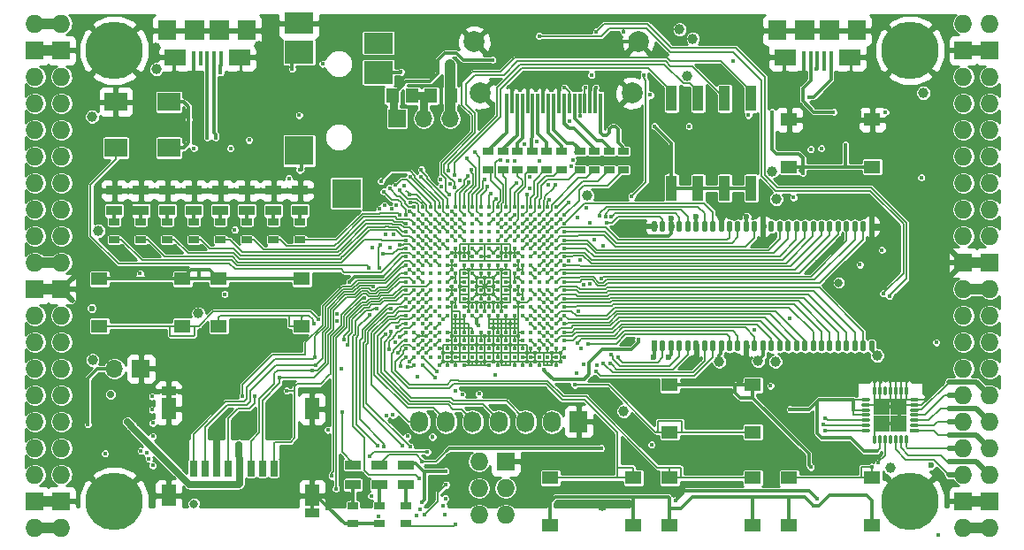
<source format=gtl>
G04 #@! TF.GenerationSoftware,KiCad,Pcbnew,5.0.0+dfsg1-2*
G04 #@! TF.CreationDate,2018-09-08T16:08:49+02:00*
G04 #@! TF.ProjectId,ulx3s,756C7833732E6B696361645F70636200,rev?*
G04 #@! TF.SameCoordinates,Original*
G04 #@! TF.FileFunction,Copper,L1,Top,Signal*
G04 #@! TF.FilePolarity,Positive*
%FSLAX46Y46*%
G04 Gerber Fmt 4.6, Leading zero omitted, Abs format (unit mm)*
G04 Created by KiCad (PCBNEW 5.0.0+dfsg1-2) date Sat Sep  8 16:08:49 2018*
%MOMM*%
%LPD*%
G01*
G04 APERTURE LIST*
G04 #@! TA.AperFunction,SMDPad,CuDef*
%ADD10O,0.560000X1.100000*%
G04 #@! TD*
G04 #@! TA.AperFunction,SMDPad,CuDef*
%ADD11R,0.560000X1.100000*%
G04 #@! TD*
G04 #@! TA.AperFunction,SMDPad,CuDef*
%ADD12R,1.625000X1.625000*%
G04 #@! TD*
G04 #@! TA.AperFunction,SMDPad,CuDef*
%ADD13O,0.300000X0.950000*%
G04 #@! TD*
G04 #@! TA.AperFunction,SMDPad,CuDef*
%ADD14O,0.950000X0.300000*%
G04 #@! TD*
G04 #@! TA.AperFunction,SMDPad,CuDef*
%ADD15R,0.950000X0.300000*%
G04 #@! TD*
G04 #@! TA.AperFunction,SMDPad,CuDef*
%ADD16R,1.120000X2.440000*%
G04 #@! TD*
G04 #@! TA.AperFunction,SMDPad,CuDef*
%ADD17R,1.800000X1.900000*%
G04 #@! TD*
G04 #@! TA.AperFunction,SMDPad,CuDef*
%ADD18R,0.400000X1.350000*%
G04 #@! TD*
G04 #@! TA.AperFunction,SMDPad,CuDef*
%ADD19R,1.900000X1.900000*%
G04 #@! TD*
G04 #@! TA.AperFunction,SMDPad,CuDef*
%ADD20R,2.100000X1.600000*%
G04 #@! TD*
G04 #@! TA.AperFunction,SMDPad,CuDef*
%ADD21R,2.800000X2.000000*%
G04 #@! TD*
G04 #@! TA.AperFunction,SMDPad,CuDef*
%ADD22R,2.800000X2.200000*%
G04 #@! TD*
G04 #@! TA.AperFunction,SMDPad,CuDef*
%ADD23R,2.800000X2.800000*%
G04 #@! TD*
G04 #@! TA.AperFunction,SMDPad,CuDef*
%ADD24R,0.300000X1.900000*%
G04 #@! TD*
G04 #@! TA.AperFunction,ComponentPad*
%ADD25C,2.000000*%
G04 #@! TD*
G04 #@! TA.AperFunction,BGAPad,CuDef*
%ADD26C,0.400000*%
G04 #@! TD*
G04 #@! TA.AperFunction,SMDPad,CuDef*
%ADD27R,0.700000X1.500000*%
G04 #@! TD*
G04 #@! TA.AperFunction,SMDPad,CuDef*
%ADD28R,1.450000X0.900000*%
G04 #@! TD*
G04 #@! TA.AperFunction,SMDPad,CuDef*
%ADD29R,1.450000X2.000000*%
G04 #@! TD*
G04 #@! TA.AperFunction,SMDPad,CuDef*
%ADD30R,2.200000X1.800000*%
G04 #@! TD*
G04 #@! TA.AperFunction,ComponentPad*
%ADD31R,1.727200X2.032000*%
G04 #@! TD*
G04 #@! TA.AperFunction,ComponentPad*
%ADD32O,1.727200X2.032000*%
G04 #@! TD*
G04 #@! TA.AperFunction,ComponentPad*
%ADD33O,1.727200X1.727200*%
G04 #@! TD*
G04 #@! TA.AperFunction,ComponentPad*
%ADD34R,1.727200X1.727200*%
G04 #@! TD*
G04 #@! TA.AperFunction,ComponentPad*
%ADD35C,5.500000*%
G04 #@! TD*
G04 #@! TA.AperFunction,SMDPad,CuDef*
%ADD36R,1.000000X0.670000*%
G04 #@! TD*
G04 #@! TA.AperFunction,SMDPad,CuDef*
%ADD37R,1.500000X0.970000*%
G04 #@! TD*
G04 #@! TA.AperFunction,ComponentPad*
%ADD38R,1.700000X1.700000*%
G04 #@! TD*
G04 #@! TA.AperFunction,ComponentPad*
%ADD39O,1.700000X1.700000*%
G04 #@! TD*
G04 #@! TA.AperFunction,SMDPad,CuDef*
%ADD40R,1.295000X1.400000*%
G04 #@! TD*
G04 #@! TA.AperFunction,SMDPad,CuDef*
%ADD41R,1.550000X1.300000*%
G04 #@! TD*
G04 #@! TA.AperFunction,ViaPad*
%ADD42C,2.000000*%
G04 #@! TD*
G04 #@! TA.AperFunction,ViaPad*
%ADD43C,0.419000*%
G04 #@! TD*
G04 #@! TA.AperFunction,ViaPad*
%ADD44C,0.600000*%
G04 #@! TD*
G04 #@! TA.AperFunction,ViaPad*
%ADD45C,1.000000*%
G04 #@! TD*
G04 #@! TA.AperFunction,ViaPad*
%ADD46C,0.800000*%
G04 #@! TD*
G04 #@! TA.AperFunction,ViaPad*
%ADD47C,0.700000*%
G04 #@! TD*
G04 #@! TA.AperFunction,ViaPad*
%ADD48C,0.454000*%
G04 #@! TD*
G04 #@! TA.AperFunction,Conductor*
%ADD49C,0.300000*%
G04 #@! TD*
G04 #@! TA.AperFunction,Conductor*
%ADD50C,0.127000*%
G04 #@! TD*
G04 #@! TA.AperFunction,Conductor*
%ADD51C,0.500000*%
G04 #@! TD*
G04 #@! TA.AperFunction,Conductor*
%ADD52C,1.000000*%
G04 #@! TD*
G04 #@! TA.AperFunction,Conductor*
%ADD53C,0.190000*%
G04 #@! TD*
G04 #@! TA.AperFunction,Conductor*
%ADD54C,0.700000*%
G04 #@! TD*
G04 #@! TA.AperFunction,Conductor*
%ADD55C,0.800000*%
G04 #@! TD*
G04 #@! TA.AperFunction,Conductor*
%ADD56C,0.140000*%
G04 #@! TD*
G04 #@! TA.AperFunction,Conductor*
%ADD57C,0.254000*%
G04 #@! TD*
G04 APERTURE END LIST*
D10*
G04 #@! TO.P,U2,28*
G04 #@! TO.N,GND*
X175493000Y-82070000D03*
D11*
G04 #@! TO.P,U2,1*
G04 #@! TO.N,+3V3*
X154693000Y-93530000D03*
D10*
G04 #@! TO.P,U2,2*
G04 #@! TO.N,SDRAM_D0*
X155493000Y-93530000D03*
G04 #@! TO.P,U2,3*
G04 #@! TO.N,+3V3*
X156293000Y-93530000D03*
G04 #@! TO.P,U2,4*
G04 #@! TO.N,SDRAM_D1*
X157093000Y-93530000D03*
G04 #@! TO.P,U2,5*
G04 #@! TO.N,SDRAM_D2*
X157893000Y-93530000D03*
G04 #@! TO.P,U2,6*
G04 #@! TO.N,GND*
X158693000Y-93530000D03*
G04 #@! TO.P,U2,7*
G04 #@! TO.N,SDRAM_D3*
X159493000Y-93530000D03*
G04 #@! TO.P,U2,8*
G04 #@! TO.N,SDRAM_D4*
X160293000Y-93530000D03*
G04 #@! TO.P,U2,9*
G04 #@! TO.N,+3V3*
X161093000Y-93530000D03*
G04 #@! TO.P,U2,10*
G04 #@! TO.N,SDRAM_D5*
X161893000Y-93530000D03*
G04 #@! TO.P,U2,11*
G04 #@! TO.N,SDRAM_D6*
X162693000Y-93530000D03*
G04 #@! TO.P,U2,12*
G04 #@! TO.N,GND*
X163493000Y-93530000D03*
G04 #@! TO.P,U2,13*
G04 #@! TO.N,SDRAM_D7*
X164293000Y-93530000D03*
G04 #@! TO.P,U2,14*
G04 #@! TO.N,+3V3*
X165093000Y-93530000D03*
G04 #@! TO.P,U2,15*
G04 #@! TO.N,SDRAM_DQM0*
X165893000Y-93530000D03*
G04 #@! TO.P,U2,16*
G04 #@! TO.N,SDRAM_nWE*
X166693000Y-93530000D03*
G04 #@! TO.P,U2,17*
G04 #@! TO.N,SDRAM_nCAS*
X167493000Y-93530000D03*
G04 #@! TO.P,U2,18*
G04 #@! TO.N,SDRAM_nRAS*
X168293000Y-93530000D03*
G04 #@! TO.P,U2,19*
G04 #@! TO.N,SDRAM_nCS*
X169093000Y-93530000D03*
G04 #@! TO.P,U2,20*
G04 #@! TO.N,SDRAM_BA0*
X169893000Y-93530000D03*
G04 #@! TO.P,U2,21*
G04 #@! TO.N,SDRAM_BA1*
X170693000Y-93530000D03*
G04 #@! TO.P,U2,22*
G04 #@! TO.N,SDRAM_A10*
X171493000Y-93530000D03*
G04 #@! TO.P,U2,23*
G04 #@! TO.N,SDRAM_A0*
X172293000Y-93530000D03*
G04 #@! TO.P,U2,24*
G04 #@! TO.N,SDRAM_A1*
X173093000Y-93530000D03*
G04 #@! TO.P,U2,25*
G04 #@! TO.N,SDRAM_A2*
X173893000Y-93530000D03*
G04 #@! TO.P,U2,26*
G04 #@! TO.N,SDRAM_A3*
X174693000Y-93530000D03*
G04 #@! TO.P,U2,27*
G04 #@! TO.N,+3V3*
X175493000Y-93530000D03*
G04 #@! TO.P,U2,29*
G04 #@! TO.N,SDRAM_A4*
X174693000Y-82070000D03*
G04 #@! TO.P,U2,30*
G04 #@! TO.N,SDRAM_A5*
X173893000Y-82070000D03*
G04 #@! TO.P,U2,31*
G04 #@! TO.N,SDRAM_A6*
X173093000Y-82070000D03*
G04 #@! TO.P,U2,32*
G04 #@! TO.N,SDRAM_A7*
X172293000Y-82070000D03*
G04 #@! TO.P,U2,33*
G04 #@! TO.N,SDRAM_A8*
X171493000Y-82070000D03*
G04 #@! TO.P,U2,34*
G04 #@! TO.N,SDRAM_A9*
X170693000Y-82070000D03*
G04 #@! TO.P,U2,35*
G04 #@! TO.N,SDRAM_A11*
X169893000Y-82070000D03*
G04 #@! TO.P,U2,36*
G04 #@! TO.N,SDRAM_A12*
X169093000Y-82070000D03*
G04 #@! TO.P,U2,37*
G04 #@! TO.N,SDRAM_CKE*
X168293000Y-82070000D03*
G04 #@! TO.P,U2,38*
G04 #@! TO.N,SDRAM_CLK*
X167493000Y-82070000D03*
G04 #@! TO.P,U2,39*
G04 #@! TO.N,SDRAM_DQM1*
X166693000Y-82070000D03*
G04 #@! TO.P,U2,40*
G04 #@! TO.N,N/C*
X165893000Y-82070000D03*
G04 #@! TO.P,U2,41*
G04 #@! TO.N,GND*
X165093000Y-82070000D03*
G04 #@! TO.P,U2,42*
G04 #@! TO.N,SDRAM_D8*
X164293000Y-82070000D03*
G04 #@! TO.P,U2,43*
G04 #@! TO.N,+3V3*
X163493000Y-82070000D03*
G04 #@! TO.P,U2,44*
G04 #@! TO.N,SDRAM_D9*
X162693000Y-82070000D03*
G04 #@! TO.P,U2,45*
G04 #@! TO.N,SDRAM_D10*
X161893000Y-82070000D03*
G04 #@! TO.P,U2,46*
G04 #@! TO.N,GND*
X161093000Y-82070000D03*
G04 #@! TO.P,U2,47*
G04 #@! TO.N,SDRAM_D11*
X160293000Y-82070000D03*
G04 #@! TO.P,U2,48*
G04 #@! TO.N,SDRAM_D12*
X159493000Y-82070000D03*
G04 #@! TO.P,U2,49*
G04 #@! TO.N,+3V3*
X158693000Y-82070000D03*
G04 #@! TO.P,U2,50*
G04 #@! TO.N,SDRAM_D13*
X157893000Y-82070000D03*
G04 #@! TO.P,U2,51*
G04 #@! TO.N,SDRAM_D14*
X157093000Y-82070000D03*
G04 #@! TO.P,U2,52*
G04 #@! TO.N,GND*
X156293000Y-82070000D03*
G04 #@! TO.P,U2,53*
G04 #@! TO.N,SDRAM_D15*
X155493000Y-82070000D03*
G04 #@! TO.P,U2,54*
G04 #@! TO.N,GND*
X154693000Y-82070000D03*
G04 #@! TD*
D12*
G04 #@! TO.P,U8,29*
G04 #@! TO.N,GND*
X178097500Y-100967500D03*
X178097500Y-99342500D03*
X176472500Y-100967500D03*
X176472500Y-99342500D03*
D13*
G04 #@! TO.P,U8,28*
G04 #@! TO.N,GN15*
X178785000Y-102495000D03*
G04 #@! TO.P,U8,27*
G04 #@! TO.N,GP14*
X178285000Y-102495000D03*
G04 #@! TO.P,U8,26*
G04 #@! TO.N,GN14*
X177785000Y-102495000D03*
G04 #@! TO.P,U8,25*
G04 #@! TO.N,N/C*
X177285000Y-102495000D03*
G04 #@! TO.P,U8,24*
G04 #@! TO.N,ADC_MISO*
X176785000Y-102495000D03*
G04 #@! TO.P,U8,23*
G04 #@! TO.N,/analog/ADC3V3*
X176285000Y-102495000D03*
G04 #@! TO.P,U8,22*
G04 #@! TO.N,GND*
X175785000Y-102495000D03*
D14*
G04 #@! TO.P,U8,21*
G04 #@! TO.N,ADC_MOSI*
X174945000Y-101655000D03*
G04 #@! TO.P,U8,20*
G04 #@! TO.N,ADC_CSn*
X174945000Y-101155000D03*
G04 #@! TO.P,U8,19*
G04 #@! TO.N,ADC_SCLK*
X174945000Y-100655000D03*
G04 #@! TO.P,U8,18*
G04 #@! TO.N,/analog/ADC3V3*
X174945000Y-100155000D03*
G04 #@! TO.P,U8,17*
X174945000Y-99655000D03*
G04 #@! TO.P,U8,16*
G04 #@! TO.N,GND*
X174945000Y-99155000D03*
G04 #@! TO.P,U8,15*
G04 #@! TO.N,/analog/ADC3V3*
X174945000Y-98655000D03*
D13*
G04 #@! TO.P,U8,14*
G04 #@! TO.N,GND*
X175785000Y-97815000D03*
G04 #@! TO.P,U8,13*
X176285000Y-97815000D03*
G04 #@! TO.P,U8,12*
G04 #@! TO.N,N/C*
X176785000Y-97815000D03*
G04 #@! TO.P,U8,11*
G04 #@! TO.N,GND*
X177285000Y-97815000D03*
G04 #@! TO.P,U8,10*
X177785000Y-97815000D03*
G04 #@! TO.P,U8,9*
X178285000Y-97815000D03*
G04 #@! TO.P,U8,8*
X178785000Y-97815000D03*
D14*
G04 #@! TO.P,U8,7*
X179625000Y-98655000D03*
G04 #@! TO.P,U8,6*
X179625000Y-99155000D03*
G04 #@! TO.P,U8,5*
G04 #@! TO.N,GP17*
X179625000Y-99655000D03*
G04 #@! TO.P,U8,4*
G04 #@! TO.N,GN17*
X179625000Y-100155000D03*
G04 #@! TO.P,U8,3*
G04 #@! TO.N,GP16*
X179625000Y-100655000D03*
G04 #@! TO.P,U8,2*
G04 #@! TO.N,GN16*
X179625000Y-101155000D03*
D15*
G04 #@! TO.P,U8,1*
G04 #@! TO.N,GP15*
X179625000Y-101655000D03*
G04 #@! TD*
D16*
G04 #@! TO.P,SW1,8*
G04 #@! TO.N,SW1*
X156330000Y-69815000D03*
G04 #@! TO.P,SW1,4*
G04 #@! TO.N,/blinkey/SWPU*
X163950000Y-78425000D03*
G04 #@! TO.P,SW1,7*
G04 #@! TO.N,SW2*
X158870000Y-69815000D03*
G04 #@! TO.P,SW1,3*
G04 #@! TO.N,/blinkey/SWPU*
X161410000Y-78425000D03*
G04 #@! TO.P,SW1,6*
G04 #@! TO.N,SW3*
X161410000Y-69815000D03*
G04 #@! TO.P,SW1,2*
G04 #@! TO.N,/blinkey/SWPU*
X158870000Y-78425000D03*
G04 #@! TO.P,SW1,5*
G04 #@! TO.N,SW4*
X163950000Y-69815000D03*
G04 #@! TO.P,SW1,1*
G04 #@! TO.N,/blinkey/SWPU*
X156330000Y-78425000D03*
G04 #@! TD*
D17*
G04 #@! TO.P,US1,6*
G04 #@! TO.N,GND*
X108080000Y-63325000D03*
X115680000Y-63325000D03*
D18*
G04 #@! TO.P,US1,5*
X110580000Y-66000000D03*
G04 #@! TO.P,US1,4*
G04 #@! TO.N,N/C*
X111230000Y-66000000D03*
G04 #@! TO.P,US1,3*
G04 #@! TO.N,/usb/FTD+*
X111880000Y-66000000D03*
G04 #@! TO.P,US1,2*
G04 #@! TO.N,/usb/FTD-*
X112530000Y-66000000D03*
G04 #@! TO.P,US1,1*
G04 #@! TO.N,USB5V*
X113180000Y-66000000D03*
D19*
G04 #@! TO.P,US1,6*
G04 #@! TO.N,GND*
X110680000Y-63325000D03*
X113080000Y-63325000D03*
D20*
X108780000Y-65875000D03*
X114980000Y-65875000D03*
G04 #@! TD*
D21*
G04 #@! TO.P,AUDIO1,1*
G04 #@! TO.N,GND*
X120668000Y-62618000D03*
D22*
G04 #@! TO.P,AUDIO1,4*
G04 #@! TO.N,/analog/AUDIO_V*
X120668000Y-65418000D03*
D23*
G04 #@! TO.P,AUDIO1,2*
G04 #@! TO.N,/analog/AUDIO_L*
X120668000Y-74818000D03*
G04 #@! TO.P,AUDIO1,5*
G04 #@! TO.N,N/C*
X125218000Y-78918000D03*
D22*
G04 #@! TO.P,AUDIO1,3*
G04 #@! TO.N,/analog/AUDIO_R*
X128268000Y-67318000D03*
D21*
G04 #@! TO.P,AUDIO1,6*
G04 #@! TO.N,N/C*
X128268000Y-64518000D03*
G04 #@! TD*
D24*
G04 #@! TO.P,GPDI1,19*
G04 #@! TO.N,/gpdi/GPDI_ETH-*
X149546000Y-70312000D03*
G04 #@! TO.P,GPDI1,18*
G04 #@! TO.N,+5V*
X149046000Y-70312000D03*
G04 #@! TO.P,GPDI1,17*
G04 #@! TO.N,GND*
X148546000Y-70312000D03*
G04 #@! TO.P,GPDI1,16*
G04 #@! TO.N,GPDI_SDA*
X148046000Y-70312000D03*
G04 #@! TO.P,GPDI1,15*
G04 #@! TO.N,GPDI_SCL*
X147546000Y-70312000D03*
G04 #@! TO.P,GPDI1,14*
G04 #@! TO.N,/gpdi/GPDI_ETH+*
X147046000Y-70312000D03*
G04 #@! TO.P,GPDI1,13*
G04 #@! TO.N,GPDI_CEC*
X146546000Y-70312000D03*
G04 #@! TO.P,GPDI1,12*
G04 #@! TO.N,/gpdi/GPDI_CLK-*
X146046000Y-70312000D03*
G04 #@! TO.P,GPDI1,11*
G04 #@! TO.N,GND*
X145546000Y-70312000D03*
G04 #@! TO.P,GPDI1,10*
G04 #@! TO.N,/gpdi/GPDI_CLK+*
X145046000Y-70312000D03*
G04 #@! TO.P,GPDI1,9*
G04 #@! TO.N,/gpdi/GPDI_D0-*
X144546000Y-70312000D03*
G04 #@! TO.P,GPDI1,8*
G04 #@! TO.N,GND*
X144046000Y-70312000D03*
G04 #@! TO.P,GPDI1,7*
G04 #@! TO.N,/gpdi/GPDI_D0+*
X143546000Y-70312000D03*
G04 #@! TO.P,GPDI1,6*
G04 #@! TO.N,/gpdi/GPDI_D1-*
X143046000Y-70312000D03*
G04 #@! TO.P,GPDI1,5*
G04 #@! TO.N,GND*
X142546000Y-70312000D03*
G04 #@! TO.P,GPDI1,4*
G04 #@! TO.N,/gpdi/GPDI_D1+*
X142046000Y-70312000D03*
G04 #@! TO.P,GPDI1,3*
G04 #@! TO.N,/gpdi/GPDI_D2-*
X141546000Y-70312000D03*
G04 #@! TO.P,GPDI1,2*
G04 #@! TO.N,GND*
X141046000Y-70312000D03*
G04 #@! TO.P,GPDI1,1*
G04 #@! TO.N,/gpdi/GPDI_D2+*
X140546000Y-70312000D03*
D25*
G04 #@! TO.P,GPDI1,0*
G04 #@! TO.N,GND*
X152546000Y-69312000D03*
X138046000Y-69312000D03*
X153146000Y-64412000D03*
X137446000Y-64412000D03*
G04 #@! TD*
D26*
G04 #@! TO.P,U1,Y19*
G04 #@! TO.N,GND*
X145280000Y-95400000D03*
G04 #@! TO.P,U1,Y17*
X143680000Y-95400000D03*
G04 #@! TO.P,U1,Y16*
X142880000Y-95400000D03*
G04 #@! TO.P,U1,Y15*
X142080000Y-95400000D03*
G04 #@! TO.P,U1,Y14*
X141280000Y-95400000D03*
G04 #@! TO.P,U1,Y12*
X139680000Y-95400000D03*
G04 #@! TO.P,U1,Y11*
X138880000Y-95400000D03*
G04 #@! TO.P,U1,Y8*
X136480000Y-95400000D03*
G04 #@! TO.P,U1,Y7*
X135680000Y-95400000D03*
G04 #@! TO.P,U1,Y6*
X134880000Y-95400000D03*
G04 #@! TO.P,U1,Y5*
X134080000Y-95400000D03*
G04 #@! TO.P,U1,Y3*
G04 #@! TO.N,/flash/FPGA_DONE*
X132480000Y-95400000D03*
G04 #@! TO.P,U1,Y2*
G04 #@! TO.N,/flash/FLASH_nWP*
X131680000Y-95400000D03*
G04 #@! TO.P,U1,W20*
G04 #@! TO.N,GND*
X146080000Y-94600000D03*
G04 #@! TO.P,U1,W19*
X145280000Y-94600000D03*
G04 #@! TO.P,U1,W18*
G04 #@! TO.N,N/C*
X144480000Y-94600000D03*
G04 #@! TO.P,U1,W17*
X143680000Y-94600000D03*
G04 #@! TO.P,U1,W16*
G04 #@! TO.N,GND*
X142880000Y-94600000D03*
G04 #@! TO.P,U1,W15*
X142080000Y-94600000D03*
G04 #@! TO.P,U1,W14*
G04 #@! TO.N,N/C*
X141280000Y-94600000D03*
G04 #@! TO.P,U1,W13*
X140480000Y-94600000D03*
G04 #@! TO.P,U1,W12*
G04 #@! TO.N,GND*
X139680000Y-94600000D03*
G04 #@! TO.P,U1,W11*
G04 #@! TO.N,N/C*
X138880000Y-94600000D03*
G04 #@! TO.P,U1,W10*
X138080000Y-94600000D03*
G04 #@! TO.P,U1,W9*
X137280000Y-94600000D03*
G04 #@! TO.P,U1,W8*
X136480000Y-94600000D03*
G04 #@! TO.P,U1,W7*
G04 #@! TO.N,GND*
X135680000Y-94600000D03*
G04 #@! TO.P,U1,W6*
X134880000Y-94600000D03*
G04 #@! TO.P,U1,W5*
G04 #@! TO.N,N/C*
X134080000Y-94600000D03*
G04 #@! TO.P,U1,W4*
X133280000Y-94600000D03*
G04 #@! TO.P,U1,W3*
G04 #@! TO.N,/flash/FPGA_PROGRAMN*
X132480000Y-94600000D03*
G04 #@! TO.P,U1,W2*
G04 #@! TO.N,/flash/FLASH_MOSI*
X131680000Y-94600000D03*
G04 #@! TO.P,U1,W1*
G04 #@! TO.N,/flash/FLASH_nHOLD*
X130880000Y-94600000D03*
G04 #@! TO.P,U1,V20*
G04 #@! TO.N,GND*
X146080000Y-93800000D03*
G04 #@! TO.P,U1,V19*
X145280000Y-93800000D03*
G04 #@! TO.P,U1,V18*
X144480000Y-93800000D03*
G04 #@! TO.P,U1,V17*
X143680000Y-93800000D03*
G04 #@! TO.P,U1,V16*
X142880000Y-93800000D03*
G04 #@! TO.P,U1,V15*
X142080000Y-93800000D03*
G04 #@! TO.P,U1,V14*
X141280000Y-93800000D03*
G04 #@! TO.P,U1,V13*
X140480000Y-93800000D03*
G04 #@! TO.P,U1,V12*
X139680000Y-93800000D03*
G04 #@! TO.P,U1,V11*
X138880000Y-93800000D03*
G04 #@! TO.P,U1,V10*
X138080000Y-93800000D03*
G04 #@! TO.P,U1,V9*
X137280000Y-93800000D03*
G04 #@! TO.P,U1,V8*
X136480000Y-93800000D03*
G04 #@! TO.P,U1,V7*
X135680000Y-93800000D03*
G04 #@! TO.P,U1,V6*
X134880000Y-93800000D03*
G04 #@! TO.P,U1,V5*
X134080000Y-93800000D03*
G04 #@! TO.P,U1,V4*
G04 #@! TO.N,JTAG_TDO*
X133280000Y-93800000D03*
G04 #@! TO.P,U1,V3*
G04 #@! TO.N,/flash/FPGA_INITN*
X132480000Y-93800000D03*
G04 #@! TO.P,U1,V2*
G04 #@! TO.N,/flash/FLASH_MISO*
X131680000Y-93800000D03*
G04 #@! TO.P,U1,V1*
G04 #@! TO.N,BTN_D*
X130880000Y-93800000D03*
G04 #@! TO.P,U1,U20*
G04 #@! TO.N,SDRAM_D7*
X146080000Y-93000000D03*
G04 #@! TO.P,U1,U19*
G04 #@! TO.N,SDRAM_DQM0*
X145280000Y-93000000D03*
G04 #@! TO.P,U1,U18*
G04 #@! TO.N,GP14*
X144480000Y-93000000D03*
G04 #@! TO.P,U1,U17*
G04 #@! TO.N,GN14*
X143680000Y-93000000D03*
G04 #@! TO.P,U1,U16*
G04 #@! TO.N,ADC_MISO*
X142880000Y-93000000D03*
G04 #@! TO.P,U1,U15*
G04 #@! TO.N,GND*
X142080000Y-93000000D03*
G04 #@! TO.P,U1,U14*
X141280000Y-93000000D03*
G04 #@! TO.P,U1,U13*
X140480000Y-93000000D03*
G04 #@! TO.P,U1,U12*
X139680000Y-93000000D03*
G04 #@! TO.P,U1,U11*
X138880000Y-93000000D03*
G04 #@! TO.P,U1,U10*
X138080000Y-93000000D03*
G04 #@! TO.P,U1,U9*
X137280000Y-93000000D03*
G04 #@! TO.P,U1,U8*
X136480000Y-93000000D03*
G04 #@! TO.P,U1,U7*
X135680000Y-93000000D03*
G04 #@! TO.P,U1,U6*
X134880000Y-93000000D03*
G04 #@! TO.P,U1,U5*
G04 #@! TO.N,JTAG_TMS*
X134080000Y-93000000D03*
G04 #@! TO.P,U1,U4*
G04 #@! TO.N,GND*
X133280000Y-93000000D03*
G04 #@! TO.P,U1,U3*
G04 #@! TO.N,/flash/FLASH_SCK*
X132480000Y-93000000D03*
G04 #@! TO.P,U1,U2*
G04 #@! TO.N,+3V3*
X131680000Y-93000000D03*
G04 #@! TO.P,U1,U1*
G04 #@! TO.N,BTN_L*
X130880000Y-93000000D03*
G04 #@! TO.P,U1,T20*
G04 #@! TO.N,SDRAM_nWE*
X146080000Y-92200000D03*
G04 #@! TO.P,U1,T19*
G04 #@! TO.N,SDRAM_nCAS*
X145280000Y-92200000D03*
G04 #@! TO.P,U1,T18*
G04 #@! TO.N,SDRAM_D5*
X144480000Y-92200000D03*
G04 #@! TO.P,U1,T17*
G04 #@! TO.N,SDRAM_D6*
X143680000Y-92200000D03*
G04 #@! TO.P,U1,T16*
G04 #@! TO.N,N/C*
X142880000Y-92200000D03*
G04 #@! TO.P,U1,T15*
G04 #@! TO.N,GND*
X142080000Y-92200000D03*
G04 #@! TO.P,U1,T14*
X141280000Y-92200000D03*
G04 #@! TO.P,U1,T13*
X140480000Y-92200000D03*
G04 #@! TO.P,U1,T12*
X139680000Y-92200000D03*
G04 #@! TO.P,U1,T11*
X138880000Y-92200000D03*
G04 #@! TO.P,U1,T10*
X138080000Y-92200000D03*
G04 #@! TO.P,U1,T9*
X137280000Y-92200000D03*
G04 #@! TO.P,U1,T8*
X136480000Y-92200000D03*
G04 #@! TO.P,U1,T7*
X135680000Y-92200000D03*
G04 #@! TO.P,U1,T6*
X134880000Y-92200000D03*
G04 #@! TO.P,U1,T5*
G04 #@! TO.N,JTAG_TCK*
X134080000Y-92200000D03*
G04 #@! TO.P,U1,T4*
G04 #@! TO.N,+3V3*
X133280000Y-92200000D03*
G04 #@! TO.P,U1,T3*
X132480000Y-92200000D03*
G04 #@! TO.P,U1,T2*
X131680000Y-92200000D03*
G04 #@! TO.P,U1,T1*
G04 #@! TO.N,BTN_F2*
X130880000Y-92200000D03*
G04 #@! TO.P,U1,R20*
G04 #@! TO.N,SDRAM_nRAS*
X146080000Y-91400000D03*
G04 #@! TO.P,U1,R19*
G04 #@! TO.N,GND*
X145280000Y-91400000D03*
G04 #@! TO.P,U1,R18*
G04 #@! TO.N,BTN_U*
X144480000Y-91400000D03*
G04 #@! TO.P,U1,R17*
G04 #@! TO.N,ADC_CSn*
X143680000Y-91400000D03*
G04 #@! TO.P,U1,R16*
G04 #@! TO.N,ADC_MOSI*
X142880000Y-91400000D03*
G04 #@! TO.P,U1,R5*
G04 #@! TO.N,JTAG_TDI*
X134080000Y-91400000D03*
G04 #@! TO.P,U1,R4*
G04 #@! TO.N,GND*
X133280000Y-91400000D03*
G04 #@! TO.P,U1,R3*
G04 #@! TO.N,N/C*
X132480000Y-91400000D03*
G04 #@! TO.P,U1,R2*
G04 #@! TO.N,/flash/FLASH_nCS*
X131680000Y-91400000D03*
G04 #@! TO.P,U1,R1*
G04 #@! TO.N,BTN_F1*
X130880000Y-91400000D03*
G04 #@! TO.P,U1,P20*
G04 #@! TO.N,SDRAM_nCS*
X146080000Y-90600000D03*
G04 #@! TO.P,U1,P19*
G04 #@! TO.N,SDRAM_BA0*
X145280000Y-90600000D03*
G04 #@! TO.P,U1,P18*
G04 #@! TO.N,SDRAM_D4*
X144480000Y-90600000D03*
G04 #@! TO.P,U1,P17*
G04 #@! TO.N,ADC_SCLK*
X143680000Y-90600000D03*
G04 #@! TO.P,U1,P16*
G04 #@! TO.N,GN15*
X142880000Y-90600000D03*
G04 #@! TO.P,U1,P15*
G04 #@! TO.N,+2V5*
X142080000Y-90600000D03*
G04 #@! TO.P,U1,P14*
G04 #@! TO.N,GND*
X141280000Y-90600000D03*
G04 #@! TO.P,U1,P13*
X140480000Y-90600000D03*
G04 #@! TO.P,U1,P12*
X139680000Y-90600000D03*
G04 #@! TO.P,U1,P11*
X138880000Y-90600000D03*
G04 #@! TO.P,U1,P10*
G04 #@! TO.N,+3V3*
X138080000Y-90600000D03*
G04 #@! TO.P,U1,P9*
X137280000Y-90600000D03*
G04 #@! TO.P,U1,P8*
G04 #@! TO.N,GND*
X136480000Y-90600000D03*
G04 #@! TO.P,U1,P7*
X135680000Y-90600000D03*
G04 #@! TO.P,U1,P6*
G04 #@! TO.N,+2V5*
X134880000Y-90600000D03*
G04 #@! TO.P,U1,P5*
G04 #@! TO.N,N/C*
X134080000Y-90600000D03*
G04 #@! TO.P,U1,P4*
G04 #@! TO.N,OLED_CLK*
X133280000Y-90600000D03*
G04 #@! TO.P,U1,P3*
G04 #@! TO.N,OLED_MOSI*
X132480000Y-90600000D03*
G04 #@! TO.P,U1,P2*
G04 #@! TO.N,OLED_RES*
X131680000Y-90600000D03*
G04 #@! TO.P,U1,P1*
G04 #@! TO.N,OLED_DC*
X130880000Y-90600000D03*
G04 #@! TO.P,U1,N20*
G04 #@! TO.N,SDRAM_BA1*
X146080000Y-89800000D03*
G04 #@! TO.P,U1,N19*
G04 #@! TO.N,SDRAM_A10*
X145280000Y-89800000D03*
G04 #@! TO.P,U1,N18*
G04 #@! TO.N,SDRAM_D3*
X144480000Y-89800000D03*
G04 #@! TO.P,U1,N17*
G04 #@! TO.N,GP15*
X143680000Y-89800000D03*
G04 #@! TO.P,U1,N16*
G04 #@! TO.N,GP16*
X142880000Y-89800000D03*
G04 #@! TO.P,U1,N15*
G04 #@! TO.N,GND*
X142080000Y-89800000D03*
G04 #@! TO.P,U1,N14*
X141280000Y-89800000D03*
G04 #@! TO.P,U1,N13*
G04 #@! TO.N,+1V1*
X140480000Y-89800000D03*
G04 #@! TO.P,U1,N12*
X139680000Y-89800000D03*
G04 #@! TO.P,U1,N11*
X138880000Y-89800000D03*
G04 #@! TO.P,U1,N10*
X138080000Y-89800000D03*
G04 #@! TO.P,U1,N9*
X137280000Y-89800000D03*
G04 #@! TO.P,U1,N8*
X136480000Y-89800000D03*
G04 #@! TO.P,U1,N7*
G04 #@! TO.N,GND*
X135680000Y-89800000D03*
G04 #@! TO.P,U1,N6*
X134880000Y-89800000D03*
G04 #@! TO.P,U1,N5*
G04 #@! TO.N,N/C*
X134080000Y-89800000D03*
G04 #@! TO.P,U1,N4*
G04 #@! TO.N,WIFI_GPIO5*
X133280000Y-89800000D03*
G04 #@! TO.P,U1,N3*
G04 #@! TO.N,WIFI_GPIO17*
X132480000Y-89800000D03*
G04 #@! TO.P,U1,N2*
G04 #@! TO.N,OLED_CS*
X131680000Y-89800000D03*
G04 #@! TO.P,U1,N1*
G04 #@! TO.N,FTDI_nDTR*
X130880000Y-89800000D03*
G04 #@! TO.P,U1,M20*
G04 #@! TO.N,SDRAM_A0*
X146080000Y-89000000D03*
G04 #@! TO.P,U1,M19*
G04 #@! TO.N,SDRAM_A1*
X145280000Y-89000000D03*
G04 #@! TO.P,U1,M18*
G04 #@! TO.N,SDRAM_D2*
X144480000Y-89000000D03*
G04 #@! TO.P,U1,M17*
G04 #@! TO.N,GN16*
X143680000Y-89000000D03*
G04 #@! TO.P,U1,M16*
G04 #@! TO.N,GND*
X142880000Y-89000000D03*
G04 #@! TO.P,U1,M15*
G04 #@! TO.N,+3V3*
X142080000Y-89000000D03*
G04 #@! TO.P,U1,M14*
G04 #@! TO.N,GND*
X141280000Y-89000000D03*
G04 #@! TO.P,U1,M13*
G04 #@! TO.N,+1V1*
X140480000Y-89000000D03*
G04 #@! TO.P,U1,M12*
G04 #@! TO.N,GND*
X139680000Y-89000000D03*
G04 #@! TO.P,U1,M11*
X138880000Y-89000000D03*
G04 #@! TO.P,U1,M10*
X138080000Y-89000000D03*
G04 #@! TO.P,U1,M9*
X137280000Y-89000000D03*
G04 #@! TO.P,U1,M8*
G04 #@! TO.N,+1V1*
X136480000Y-89000000D03*
G04 #@! TO.P,U1,M7*
G04 #@! TO.N,GND*
X135680000Y-89000000D03*
G04 #@! TO.P,U1,M6*
G04 #@! TO.N,+3V3*
X134880000Y-89000000D03*
G04 #@! TO.P,U1,M5*
G04 #@! TO.N,N/C*
X134080000Y-89000000D03*
G04 #@! TO.P,U1,M4*
G04 #@! TO.N,USER_PROGRAMN*
X133280000Y-89000000D03*
G04 #@! TO.P,U1,M3*
G04 #@! TO.N,FTDI_nRTS*
X132480000Y-89000000D03*
G04 #@! TO.P,U1,M2*
G04 #@! TO.N,GND*
X131680000Y-89000000D03*
G04 #@! TO.P,U1,M1*
G04 #@! TO.N,FTDI_TXD*
X130880000Y-89000000D03*
G04 #@! TO.P,U1,L20*
G04 #@! TO.N,SDRAM_A2*
X146080000Y-88200000D03*
G04 #@! TO.P,U1,L19*
G04 #@! TO.N,SDRAM_A3*
X145280000Y-88200000D03*
G04 #@! TO.P,U1,L18*
G04 #@! TO.N,SDRAM_D1*
X144480000Y-88200000D03*
G04 #@! TO.P,U1,L17*
G04 #@! TO.N,GN17*
X143680000Y-88200000D03*
G04 #@! TO.P,U1,L16*
G04 #@! TO.N,GP17*
X142880000Y-88200000D03*
G04 #@! TO.P,U1,L15*
G04 #@! TO.N,+3V3*
X142080000Y-88200000D03*
G04 #@! TO.P,U1,L14*
X141280000Y-88200000D03*
G04 #@! TO.P,U1,L13*
G04 #@! TO.N,+1V1*
X140480000Y-88200000D03*
G04 #@! TO.P,U1,L12*
G04 #@! TO.N,GND*
X139680000Y-88200000D03*
G04 #@! TO.P,U1,L11*
X138880000Y-88200000D03*
G04 #@! TO.P,U1,L10*
X138080000Y-88200000D03*
G04 #@! TO.P,U1,L9*
X137280000Y-88200000D03*
G04 #@! TO.P,U1,L8*
G04 #@! TO.N,+1V1*
X136480000Y-88200000D03*
G04 #@! TO.P,U1,L7*
G04 #@! TO.N,+3V3*
X135680000Y-88200000D03*
G04 #@! TO.P,U1,L6*
X134880000Y-88200000D03*
G04 #@! TO.P,U1,L5*
G04 #@! TO.N,N/C*
X134080000Y-88200000D03*
G04 #@! TO.P,U1,L4*
G04 #@! TO.N,FTDI_RXD*
X133280000Y-88200000D03*
G04 #@! TO.P,U1,L3*
G04 #@! TO.N,FTDI_TXDEN*
X132480000Y-88200000D03*
G04 #@! TO.P,U1,L2*
G04 #@! TO.N,WIFI_GPIO0*
X131680000Y-88200000D03*
G04 #@! TO.P,U1,L1*
G04 #@! TO.N,WIFI_GPIO16*
X130880000Y-88200000D03*
G04 #@! TO.P,U1,K20*
G04 #@! TO.N,SDRAM_A4*
X146080000Y-87400000D03*
G04 #@! TO.P,U1,K19*
G04 #@! TO.N,SDRAM_A5*
X145280000Y-87400000D03*
G04 #@! TO.P,U1,K18*
G04 #@! TO.N,SDRAM_A6*
X144480000Y-87400000D03*
G04 #@! TO.P,U1,K17*
G04 #@! TO.N,N/C*
X143680000Y-87400000D03*
G04 #@! TO.P,U1,K16*
X142880000Y-87400000D03*
G04 #@! TO.P,U1,K15*
G04 #@! TO.N,GND*
X142080000Y-87400000D03*
G04 #@! TO.P,U1,K14*
X141280000Y-87400000D03*
G04 #@! TO.P,U1,K13*
G04 #@! TO.N,+1V1*
X140480000Y-87400000D03*
G04 #@! TO.P,U1,K12*
G04 #@! TO.N,GND*
X139680000Y-87400000D03*
G04 #@! TO.P,U1,K11*
X138880000Y-87400000D03*
G04 #@! TO.P,U1,K10*
X138080000Y-87400000D03*
G04 #@! TO.P,U1,K9*
X137280000Y-87400000D03*
G04 #@! TO.P,U1,K8*
G04 #@! TO.N,+1V1*
X136480000Y-87400000D03*
G04 #@! TO.P,U1,K7*
G04 #@! TO.N,GND*
X135680000Y-87400000D03*
G04 #@! TO.P,U1,K6*
X134880000Y-87400000D03*
G04 #@! TO.P,U1,K5*
G04 #@! TO.N,N/C*
X134080000Y-87400000D03*
G04 #@! TO.P,U1,K4*
G04 #@! TO.N,WIFI_TXD*
X133280000Y-87400000D03*
G04 #@! TO.P,U1,K3*
G04 #@! TO.N,WIFI_RXD*
X132480000Y-87400000D03*
G04 #@! TO.P,U1,K2*
G04 #@! TO.N,SD_D3*
X131680000Y-87400000D03*
G04 #@! TO.P,U1,K1*
G04 #@! TO.N,SD_D2*
X130880000Y-87400000D03*
G04 #@! TO.P,U1,J20*
G04 #@! TO.N,SDRAM_A7*
X146080000Y-86600000D03*
G04 #@! TO.P,U1,J19*
G04 #@! TO.N,SDRAM_A8*
X145280000Y-86600000D03*
G04 #@! TO.P,U1,J18*
G04 #@! TO.N,SDRAM_D14*
X144480000Y-86600000D03*
G04 #@! TO.P,U1,J17*
G04 #@! TO.N,SDRAM_D15*
X143680000Y-86600000D03*
G04 #@! TO.P,U1,J16*
G04 #@! TO.N,SDRAM_D0*
X142880000Y-86600000D03*
G04 #@! TO.P,U1,J15*
G04 #@! TO.N,+3V3*
X142080000Y-86600000D03*
G04 #@! TO.P,U1,J14*
G04 #@! TO.N,GND*
X141280000Y-86600000D03*
G04 #@! TO.P,U1,J13*
G04 #@! TO.N,+1V1*
X140480000Y-86600000D03*
G04 #@! TO.P,U1,J12*
G04 #@! TO.N,GND*
X139680000Y-86600000D03*
G04 #@! TO.P,U1,J11*
X138880000Y-86600000D03*
G04 #@! TO.P,U1,J10*
X138080000Y-86600000D03*
G04 #@! TO.P,U1,J9*
X137280000Y-86600000D03*
G04 #@! TO.P,U1,J8*
G04 #@! TO.N,+1V1*
X136480000Y-86600000D03*
G04 #@! TO.P,U1,J7*
G04 #@! TO.N,GND*
X135680000Y-86600000D03*
G04 #@! TO.P,U1,J6*
G04 #@! TO.N,2V5_3V3*
X134880000Y-86600000D03*
G04 #@! TO.P,U1,J5*
G04 #@! TO.N,N/C*
X134080000Y-86600000D03*
G04 #@! TO.P,U1,J4*
X133280000Y-86600000D03*
G04 #@! TO.P,U1,J3*
G04 #@! TO.N,SD_D0*
X132480000Y-86600000D03*
G04 #@! TO.P,U1,J2*
G04 #@! TO.N,GND*
X131680000Y-86600000D03*
G04 #@! TO.P,U1,J1*
G04 #@! TO.N,SD_CMD*
X130880000Y-86600000D03*
G04 #@! TO.P,U1,H20*
G04 #@! TO.N,SDRAM_A9*
X146080000Y-85800000D03*
G04 #@! TO.P,U1,H19*
G04 #@! TO.N,GND*
X145280000Y-85800000D03*
G04 #@! TO.P,U1,H18*
G04 #@! TO.N,GP18*
X144480000Y-85800000D03*
G04 #@! TO.P,U1,H17*
G04 #@! TO.N,GN18*
X143680000Y-85800000D03*
G04 #@! TO.P,U1,H16*
G04 #@! TO.N,BTN_R*
X142880000Y-85800000D03*
G04 #@! TO.P,U1,H15*
G04 #@! TO.N,+3V3*
X142080000Y-85800000D03*
G04 #@! TO.P,U1,H14*
X141280000Y-85800000D03*
G04 #@! TO.P,U1,H13*
G04 #@! TO.N,+1V1*
X140480000Y-85800000D03*
G04 #@! TO.P,U1,H12*
X139680000Y-85800000D03*
G04 #@! TO.P,U1,H11*
X138880000Y-85800000D03*
G04 #@! TO.P,U1,H10*
X138080000Y-85800000D03*
G04 #@! TO.P,U1,H9*
X137280000Y-85800000D03*
G04 #@! TO.P,U1,H8*
X136480000Y-85800000D03*
G04 #@! TO.P,U1,H7*
G04 #@! TO.N,2V5_3V3*
X135680000Y-85800000D03*
G04 #@! TO.P,U1,H6*
X134880000Y-85800000D03*
G04 #@! TO.P,U1,H5*
G04 #@! TO.N,AUDIO_V0*
X134080000Y-85800000D03*
G04 #@! TO.P,U1,H4*
G04 #@! TO.N,GP13*
X133280000Y-85800000D03*
G04 #@! TO.P,U1,H3*
G04 #@! TO.N,LED7*
X132480000Y-85800000D03*
G04 #@! TO.P,U1,H2*
G04 #@! TO.N,SD_CLK*
X131680000Y-85800000D03*
G04 #@! TO.P,U1,H1*
G04 #@! TO.N,SD_D1*
X130880000Y-85800000D03*
G04 #@! TO.P,U1,G20*
G04 #@! TO.N,SDRAM_A11*
X146080000Y-85000000D03*
G04 #@! TO.P,U1,G19*
G04 #@! TO.N,SDRAM_A12*
X145280000Y-85000000D03*
G04 #@! TO.P,U1,G18*
G04 #@! TO.N,GN19*
X144480000Y-85000000D03*
G04 #@! TO.P,U1,G17*
G04 #@! TO.N,GND*
X143680000Y-85000000D03*
G04 #@! TO.P,U1,G16*
G04 #@! TO.N,SHUTDOWN*
X142880000Y-85000000D03*
G04 #@! TO.P,U1,G15*
G04 #@! TO.N,GND*
X142080000Y-85000000D03*
G04 #@! TO.P,U1,G14*
X141280000Y-85000000D03*
G04 #@! TO.P,U1,G13*
X140480000Y-85000000D03*
G04 #@! TO.P,U1,G12*
X139680000Y-85000000D03*
G04 #@! TO.P,U1,G11*
X138880000Y-85000000D03*
G04 #@! TO.P,U1,G10*
X138080000Y-85000000D03*
G04 #@! TO.P,U1,G9*
X137280000Y-85000000D03*
G04 #@! TO.P,U1,G8*
X136480000Y-85000000D03*
G04 #@! TO.P,U1,G7*
X135680000Y-85000000D03*
G04 #@! TO.P,U1,G6*
X134880000Y-85000000D03*
G04 #@! TO.P,U1,G5*
G04 #@! TO.N,GN13*
X134080000Y-85000000D03*
G04 #@! TO.P,U1,G4*
G04 #@! TO.N,GND*
X133280000Y-85000000D03*
G04 #@! TO.P,U1,G3*
G04 #@! TO.N,GP12*
X132480000Y-85000000D03*
G04 #@! TO.P,U1,G2*
G04 #@! TO.N,CLK_25MHz*
X131680000Y-85000000D03*
G04 #@! TO.P,U1,G1*
G04 #@! TO.N,/usb/ANT_433MHz*
X130880000Y-85000000D03*
G04 #@! TO.P,U1,F20*
G04 #@! TO.N,SDRAM_CKE*
X146080000Y-84200000D03*
G04 #@! TO.P,U1,F19*
G04 #@! TO.N,SDRAM_CLK*
X145280000Y-84200000D03*
G04 #@! TO.P,U1,F18*
G04 #@! TO.N,SDRAM_D13*
X144480000Y-84200000D03*
G04 #@! TO.P,U1,F17*
G04 #@! TO.N,GP19*
X143680000Y-84200000D03*
G04 #@! TO.P,U1,F16*
G04 #@! TO.N,USB_FPGA_D-*
X142880000Y-84200000D03*
G04 #@! TO.P,U1,F15*
G04 #@! TO.N,+2V5*
X142080000Y-84200000D03*
G04 #@! TO.P,U1,F14*
G04 #@! TO.N,GND*
X141280000Y-84200000D03*
G04 #@! TO.P,U1,F13*
X140480000Y-84200000D03*
G04 #@! TO.P,U1,F12*
G04 #@! TO.N,+3V3*
X139680000Y-84200000D03*
G04 #@! TO.P,U1,F11*
X138880000Y-84200000D03*
G04 #@! TO.P,U1,F10*
G04 #@! TO.N,2V5_3V3*
X138080000Y-84200000D03*
G04 #@! TO.P,U1,F9*
X137280000Y-84200000D03*
G04 #@! TO.P,U1,F8*
G04 #@! TO.N,GND*
X136480000Y-84200000D03*
G04 #@! TO.P,U1,F7*
X135680000Y-84200000D03*
G04 #@! TO.P,U1,F6*
G04 #@! TO.N,+2V5*
X134880000Y-84200000D03*
G04 #@! TO.P,U1,F5*
G04 #@! TO.N,AUDIO_V2*
X134080000Y-84200000D03*
G04 #@! TO.P,U1,F4*
G04 #@! TO.N,GP11*
X133280000Y-84200000D03*
G04 #@! TO.P,U1,F3*
G04 #@! TO.N,GN12*
X132480000Y-84200000D03*
G04 #@! TO.P,U1,F2*
G04 #@! TO.N,AUDIO_V1*
X131680000Y-84200000D03*
G04 #@! TO.P,U1,F1*
G04 #@! TO.N,WIFI_EN*
X130880000Y-84200000D03*
G04 #@! TO.P,U1,E20*
G04 #@! TO.N,SDRAM_DQM1*
X146080000Y-83400000D03*
G04 #@! TO.P,U1,E19*
G04 #@! TO.N,SDRAM_D8*
X145280000Y-83400000D03*
G04 #@! TO.P,U1,E18*
G04 #@! TO.N,SDRAM_D12*
X144480000Y-83400000D03*
G04 #@! TO.P,U1,E17*
G04 #@! TO.N,GN20*
X143680000Y-83400000D03*
G04 #@! TO.P,U1,E16*
G04 #@! TO.N,USB_FPGA_D+*
X142880000Y-83400000D03*
G04 #@! TO.P,U1,E15*
G04 #@! TO.N,USB_FPGA_D-*
X142080000Y-83400000D03*
G04 #@! TO.P,U1,E14*
G04 #@! TO.N,GN25*
X141280000Y-83400000D03*
G04 #@! TO.P,U1,E13*
G04 #@! TO.N,GN27*
X140480000Y-83400000D03*
G04 #@! TO.P,U1,E12*
G04 #@! TO.N,FPDI_SCL*
X139680000Y-83400000D03*
G04 #@! TO.P,U1,E11*
G04 #@! TO.N,N/C*
X138880000Y-83400000D03*
G04 #@! TO.P,U1,E10*
X138080000Y-83400000D03*
G04 #@! TO.P,U1,E9*
X137280000Y-83400000D03*
G04 #@! TO.P,U1,E8*
G04 #@! TO.N,SW1*
X136480000Y-83400000D03*
G04 #@! TO.P,U1,E7*
G04 #@! TO.N,SW4*
X135680000Y-83400000D03*
G04 #@! TO.P,U1,E6*
G04 #@! TO.N,N/C*
X134880000Y-83400000D03*
G04 #@! TO.P,U1,E5*
G04 #@! TO.N,AUDIO_V3*
X134080000Y-83400000D03*
G04 #@! TO.P,U1,E4*
G04 #@! TO.N,AUDIO_L0*
X133280000Y-83400000D03*
G04 #@! TO.P,U1,E3*
G04 #@! TO.N,GN11*
X132480000Y-83400000D03*
G04 #@! TO.P,U1,E2*
G04 #@! TO.N,LED5*
X131680000Y-83400000D03*
G04 #@! TO.P,U1,E1*
G04 #@! TO.N,LED6*
X130880000Y-83400000D03*
G04 #@! TO.P,U1,D20*
G04 #@! TO.N,SDRAM_D9*
X146080000Y-82600000D03*
G04 #@! TO.P,U1,D19*
G04 #@! TO.N,SDRAM_D10*
X145280000Y-82600000D03*
G04 #@! TO.P,U1,D18*
G04 #@! TO.N,GP20*
X144480000Y-82600000D03*
G04 #@! TO.P,U1,D17*
G04 #@! TO.N,GN21*
X143680000Y-82600000D03*
G04 #@! TO.P,U1,D16*
G04 #@! TO.N,GN24*
X142880000Y-82600000D03*
G04 #@! TO.P,U1,D15*
G04 #@! TO.N,USB_FPGA_D+*
X142080000Y-82600000D03*
G04 #@! TO.P,U1,D14*
G04 #@! TO.N,GP25*
X141280000Y-82600000D03*
G04 #@! TO.P,U1,D13*
G04 #@! TO.N,GP27*
X140480000Y-82600000D03*
G04 #@! TO.P,U1,D12*
G04 #@! TO.N,N/C*
X139680000Y-82600000D03*
G04 #@! TO.P,U1,D11*
X138880000Y-82600000D03*
G04 #@! TO.P,U1,D10*
X138080000Y-82600000D03*
G04 #@! TO.P,U1,D9*
X137280000Y-82600000D03*
G04 #@! TO.P,U1,D8*
G04 #@! TO.N,SW2*
X136480000Y-82600000D03*
G04 #@! TO.P,U1,D7*
G04 #@! TO.N,SW3*
X135680000Y-82600000D03*
G04 #@! TO.P,U1,D6*
G04 #@! TO.N,BTN_PWRn*
X134880000Y-82600000D03*
G04 #@! TO.P,U1,D5*
G04 #@! TO.N,AUDIO_R2*
X134080000Y-82600000D03*
G04 #@! TO.P,U1,D4*
G04 #@! TO.N,GND*
X133280000Y-82600000D03*
G04 #@! TO.P,U1,D3*
G04 #@! TO.N,AUDIO_L1*
X132480000Y-82600000D03*
G04 #@! TO.P,U1,D2*
G04 #@! TO.N,LED3*
X131680000Y-82600000D03*
G04 #@! TO.P,U1,D1*
G04 #@! TO.N,LED4*
X130880000Y-82600000D03*
G04 #@! TO.P,U1,C20*
G04 #@! TO.N,SDRAM_D11*
X146080000Y-81800000D03*
G04 #@! TO.P,U1,C19*
G04 #@! TO.N,GND*
X145280000Y-81800000D03*
G04 #@! TO.P,U1,C18*
G04 #@! TO.N,GP21*
X144480000Y-81800000D03*
G04 #@! TO.P,U1,C17*
G04 #@! TO.N,GN23*
X143680000Y-81800000D03*
G04 #@! TO.P,U1,C16*
G04 #@! TO.N,GP24*
X142880000Y-81800000D03*
G04 #@! TO.P,U1,C15*
G04 #@! TO.N,GN22*
X142080000Y-81800000D03*
G04 #@! TO.P,U1,C14*
G04 #@! TO.N,FPDI_D1-*
X141280000Y-81800000D03*
G04 #@! TO.P,U1,C13*
G04 #@! TO.N,GN26*
X140480000Y-81800000D03*
G04 #@! TO.P,U1,C12*
G04 #@! TO.N,USB_FPGA_PULL_D-*
X139680000Y-81800000D03*
G04 #@! TO.P,U1,C11*
G04 #@! TO.N,GN0*
X138880000Y-81800000D03*
G04 #@! TO.P,U1,C10*
G04 #@! TO.N,GN3*
X138080000Y-81800000D03*
G04 #@! TO.P,U1,C9*
G04 #@! TO.N,N/C*
X137280000Y-81800000D03*
G04 #@! TO.P,U1,C8*
G04 #@! TO.N,GP5*
X136480000Y-81800000D03*
G04 #@! TO.P,U1,C7*
G04 #@! TO.N,GN6*
X135680000Y-81800000D03*
G04 #@! TO.P,U1,C6*
G04 #@! TO.N,GP6*
X134880000Y-81800000D03*
G04 #@! TO.P,U1,C5*
G04 #@! TO.N,AUDIO_R3*
X134080000Y-81800000D03*
G04 #@! TO.P,U1,C4*
G04 #@! TO.N,GP10*
X133280000Y-81800000D03*
G04 #@! TO.P,U1,C3*
G04 #@! TO.N,AUDIO_L2*
X132480000Y-81800000D03*
G04 #@! TO.P,U1,C2*
G04 #@! TO.N,LED1*
X131680000Y-81800000D03*
G04 #@! TO.P,U1,C1*
G04 #@! TO.N,LED2*
X130880000Y-81800000D03*
G04 #@! TO.P,U1,B20*
G04 #@! TO.N,FPDI_ETH-*
X146080000Y-81000000D03*
G04 #@! TO.P,U1,B19*
G04 #@! TO.N,FPDI_SDA*
X145280000Y-81000000D03*
G04 #@! TO.P,U1,B18*
G04 #@! TO.N,FPDI_CLK-*
X144480000Y-81000000D03*
G04 #@! TO.P,U1,B17*
G04 #@! TO.N,GP23*
X143680000Y-81000000D03*
G04 #@! TO.P,U1,B16*
G04 #@! TO.N,FPDI_D0-*
X142880000Y-81000000D03*
G04 #@! TO.P,U1,B15*
G04 #@! TO.N,GP22*
X142080000Y-81000000D03*
G04 #@! TO.P,U1,B14*
G04 #@! TO.N,GND*
X141280000Y-81000000D03*
G04 #@! TO.P,U1,B13*
G04 #@! TO.N,GP26*
X140480000Y-81000000D03*
G04 #@! TO.P,U1,B12*
G04 #@! TO.N,USB_FPGA_PULL_D+*
X139680000Y-81000000D03*
G04 #@! TO.P,U1,B11*
G04 #@! TO.N,GP0*
X138880000Y-81000000D03*
G04 #@! TO.P,U1,B10*
G04 #@! TO.N,GN2*
X138080000Y-81000000D03*
G04 #@! TO.P,U1,B9*
G04 #@! TO.N,GP3*
X137280000Y-81000000D03*
G04 #@! TO.P,U1,B8*
G04 #@! TO.N,GN5*
X136480000Y-81000000D03*
G04 #@! TO.P,U1,B7*
G04 #@! TO.N,GND*
X135680000Y-81000000D03*
G04 #@! TO.P,U1,B6*
G04 #@! TO.N,GN7*
X134880000Y-81000000D03*
G04 #@! TO.P,U1,B5*
G04 #@! TO.N,AUDIO_R1*
X134080000Y-81000000D03*
G04 #@! TO.P,U1,B4*
G04 #@! TO.N,GN10*
X133280000Y-81000000D03*
G04 #@! TO.P,U1,B3*
G04 #@! TO.N,AUDIO_L3*
X132480000Y-81000000D03*
G04 #@! TO.P,U1,B2*
G04 #@! TO.N,LED0*
X131680000Y-81000000D03*
G04 #@! TO.P,U1,B1*
G04 #@! TO.N,GN9*
X130880000Y-81000000D03*
G04 #@! TO.P,U1,A19*
G04 #@! TO.N,FPDI_ETH+*
X145280000Y-80200000D03*
G04 #@! TO.P,U1,A18*
G04 #@! TO.N,/gpdi/FPDI_CEC*
X144480000Y-80200000D03*
G04 #@! TO.P,U1,A17*
G04 #@! TO.N,FPDI_CLK+*
X143680000Y-80200000D03*
G04 #@! TO.P,U1,A16*
G04 #@! TO.N,FPDI_D0+*
X142880000Y-80200000D03*
G04 #@! TO.P,U1,A15*
G04 #@! TO.N,N/C*
X142080000Y-80200000D03*
G04 #@! TO.P,U1,A14*
G04 #@! TO.N,FPDI_D1+*
X141280000Y-80200000D03*
G04 #@! TO.P,U1,A13*
G04 #@! TO.N,FPDI_D2-*
X140480000Y-80200000D03*
G04 #@! TO.P,U1,A12*
G04 #@! TO.N,FPDI_D2+*
X139680000Y-80200000D03*
G04 #@! TO.P,U1,A11*
G04 #@! TO.N,GN1*
X138880000Y-80200000D03*
G04 #@! TO.P,U1,A10*
G04 #@! TO.N,GP1*
X138080000Y-80200000D03*
G04 #@! TO.P,U1,A9*
G04 #@! TO.N,GP2*
X137280000Y-80200000D03*
G04 #@! TO.P,U1,A8*
G04 #@! TO.N,GN4*
X136480000Y-80200000D03*
G04 #@! TO.P,U1,A7*
G04 #@! TO.N,GP4*
X135680000Y-80200000D03*
G04 #@! TO.P,U1,A6*
G04 #@! TO.N,GP7*
X134880000Y-80200000D03*
G04 #@! TO.P,U1,A5*
G04 #@! TO.N,GN8*
X134080000Y-80200000D03*
G04 #@! TO.P,U1,A4*
G04 #@! TO.N,GP8*
X133280000Y-80200000D03*
G04 #@! TO.P,U1,A3*
G04 #@! TO.N,AUDIO_R0*
X132480000Y-80200000D03*
G04 #@! TO.P,U1,A2*
G04 #@! TO.N,GP9*
X131680000Y-80200000D03*
G04 #@! TD*
D27*
G04 #@! TO.P,SD1,1*
G04 #@! TO.N,SD_D2*
X118250000Y-105250000D03*
G04 #@! TO.P,SD1,2*
G04 #@! TO.N,SD_D3*
X117150000Y-105250000D03*
G04 #@! TO.P,SD1,3*
G04 #@! TO.N,SD_CMD*
X116050000Y-105250000D03*
G04 #@! TO.P,SD1,4*
G04 #@! TO.N,/sdcard/SD3V3*
X114950000Y-105250000D03*
G04 #@! TO.P,SD1,5*
G04 #@! TO.N,SD_CLK*
X113850000Y-105250000D03*
G04 #@! TO.P,SD1,6*
G04 #@! TO.N,GND*
X112750000Y-105250000D03*
G04 #@! TO.P,SD1,7*
G04 #@! TO.N,SD_D0*
X111650000Y-105250000D03*
G04 #@! TO.P,SD1,8*
G04 #@! TO.N,SD_D1*
X110550000Y-105250000D03*
D28*
G04 #@! TO.P,SD1,10*
G04 #@! TO.N,GND*
X121925000Y-109550000D03*
G04 #@! TO.P,SD1,11*
X108175000Y-97850000D03*
D29*
G04 #@! TO.P,SD1,9*
X108175000Y-107850000D03*
X121925000Y-107850000D03*
X121925000Y-99550000D03*
X108175000Y-99550000D03*
G04 #@! TD*
D30*
G04 #@! TO.P,Y1,1*
G04 #@! TO.N,+3V3*
X108212000Y-70160000D03*
G04 #@! TO.P,Y1,2*
G04 #@! TO.N,GND*
X103132000Y-70160000D03*
G04 #@! TO.P,Y1,3*
G04 #@! TO.N,CLK_25MHz*
X103132000Y-74560000D03*
G04 #@! TO.P,Y1,4*
G04 #@! TO.N,+3V3*
X108212000Y-74560000D03*
G04 #@! TD*
D31*
G04 #@! TO.P,OLED1,1*
G04 #@! TO.N,GND*
X147440000Y-100790000D03*
D32*
G04 #@! TO.P,OLED1,2*
G04 #@! TO.N,+3V3*
X144900000Y-100790000D03*
G04 #@! TO.P,OLED1,3*
G04 #@! TO.N,OLED_CLK*
X142360000Y-100790000D03*
G04 #@! TO.P,OLED1,4*
G04 #@! TO.N,OLED_MOSI*
X139820000Y-100790000D03*
G04 #@! TO.P,OLED1,5*
G04 #@! TO.N,OLED_RES*
X137280000Y-100790000D03*
G04 #@! TO.P,OLED1,6*
G04 #@! TO.N,OLED_DC*
X134740000Y-100790000D03*
G04 #@! TO.P,OLED1,7*
G04 #@! TO.N,OLED_CS*
X132200000Y-100790000D03*
G04 #@! TD*
D33*
G04 #@! TO.P,J1,1*
G04 #@! TO.N,2V5_3V3*
X97910000Y-62690000D03*
G04 #@! TO.P,J1,2*
X95370000Y-62690000D03*
D34*
G04 #@! TO.P,J1,3*
G04 #@! TO.N,GND*
X97910000Y-65230000D03*
G04 #@! TO.P,J1,4*
X95370000Y-65230000D03*
D33*
G04 #@! TO.P,J1,5*
G04 #@! TO.N,GN0*
X97910000Y-67770000D03*
G04 #@! TO.P,J1,6*
G04 #@! TO.N,GP0*
X95370000Y-67770000D03*
G04 #@! TO.P,J1,7*
G04 #@! TO.N,GN1*
X97910000Y-70310000D03*
G04 #@! TO.P,J1,8*
G04 #@! TO.N,GP1*
X95370000Y-70310000D03*
G04 #@! TO.P,J1,9*
G04 #@! TO.N,GN2*
X97910000Y-72850000D03*
G04 #@! TO.P,J1,10*
G04 #@! TO.N,GP2*
X95370000Y-72850000D03*
G04 #@! TO.P,J1,11*
G04 #@! TO.N,GN3*
X97910000Y-75390000D03*
G04 #@! TO.P,J1,12*
G04 #@! TO.N,GP3*
X95370000Y-75390000D03*
G04 #@! TO.P,J1,13*
G04 #@! TO.N,GN4*
X97910000Y-77930000D03*
G04 #@! TO.P,J1,14*
G04 #@! TO.N,GP4*
X95370000Y-77930000D03*
G04 #@! TO.P,J1,15*
G04 #@! TO.N,GN5*
X97910000Y-80470000D03*
G04 #@! TO.P,J1,16*
G04 #@! TO.N,GP5*
X95370000Y-80470000D03*
G04 #@! TO.P,J1,17*
G04 #@! TO.N,GN6*
X97910000Y-83010000D03*
G04 #@! TO.P,J1,18*
G04 #@! TO.N,GP6*
X95370000Y-83010000D03*
G04 #@! TO.P,J1,19*
G04 #@! TO.N,2V5_3V3*
X97910000Y-85550000D03*
G04 #@! TO.P,J1,20*
X95370000Y-85550000D03*
D34*
G04 #@! TO.P,J1,21*
G04 #@! TO.N,GND*
X97910000Y-88090000D03*
G04 #@! TO.P,J1,22*
X95370000Y-88090000D03*
D33*
G04 #@! TO.P,J1,23*
G04 #@! TO.N,GN7*
X97910000Y-90630000D03*
G04 #@! TO.P,J1,24*
G04 #@! TO.N,GP7*
X95370000Y-90630000D03*
G04 #@! TO.P,J1,25*
G04 #@! TO.N,GN8*
X97910000Y-93170000D03*
G04 #@! TO.P,J1,26*
G04 #@! TO.N,GP8*
X95370000Y-93170000D03*
G04 #@! TO.P,J1,27*
G04 #@! TO.N,GN9*
X97910000Y-95710000D03*
G04 #@! TO.P,J1,28*
G04 #@! TO.N,GP9*
X95370000Y-95710000D03*
G04 #@! TO.P,J1,29*
G04 #@! TO.N,GN10*
X97910000Y-98250000D03*
G04 #@! TO.P,J1,30*
G04 #@! TO.N,GP10*
X95370000Y-98250000D03*
G04 #@! TO.P,J1,31*
G04 #@! TO.N,GN11*
X97910000Y-100790000D03*
G04 #@! TO.P,J1,32*
G04 #@! TO.N,GP11*
X95370000Y-100790000D03*
G04 #@! TO.P,J1,33*
G04 #@! TO.N,GN12*
X97910000Y-103330000D03*
G04 #@! TO.P,J1,34*
G04 #@! TO.N,GP12*
X95370000Y-103330000D03*
G04 #@! TO.P,J1,35*
G04 #@! TO.N,GN13*
X97910000Y-105870000D03*
G04 #@! TO.P,J1,36*
G04 #@! TO.N,GP13*
X95370000Y-105870000D03*
D34*
G04 #@! TO.P,J1,37*
G04 #@! TO.N,GND*
X97910000Y-108410000D03*
G04 #@! TO.P,J1,38*
X95370000Y-108410000D03*
D33*
G04 #@! TO.P,J1,39*
G04 #@! TO.N,2V5_3V3*
X97910000Y-110950000D03*
G04 #@! TO.P,J1,40*
X95370000Y-110950000D03*
G04 #@! TD*
G04 #@! TO.P,J2,1*
G04 #@! TO.N,+3V3*
X184270000Y-110950000D03*
G04 #@! TO.P,J2,2*
X186810000Y-110950000D03*
D34*
G04 #@! TO.P,J2,3*
G04 #@! TO.N,GND*
X184270000Y-108410000D03*
G04 #@! TO.P,J2,4*
X186810000Y-108410000D03*
D33*
G04 #@! TO.P,J2,5*
G04 #@! TO.N,GN14*
X184270000Y-105870000D03*
G04 #@! TO.P,J2,6*
G04 #@! TO.N,GP14*
X186810000Y-105870000D03*
G04 #@! TO.P,J2,7*
G04 #@! TO.N,GN15*
X184270000Y-103330000D03*
G04 #@! TO.P,J2,8*
G04 #@! TO.N,GP15*
X186810000Y-103330000D03*
G04 #@! TO.P,J2,9*
G04 #@! TO.N,GN16*
X184270000Y-100790000D03*
G04 #@! TO.P,J2,10*
G04 #@! TO.N,GP16*
X186810000Y-100790000D03*
G04 #@! TO.P,J2,11*
G04 #@! TO.N,GN17*
X184270000Y-98250000D03*
G04 #@! TO.P,J2,12*
G04 #@! TO.N,GP17*
X186810000Y-98250000D03*
G04 #@! TO.P,J2,13*
G04 #@! TO.N,GN18*
X184270000Y-95710000D03*
G04 #@! TO.P,J2,14*
G04 #@! TO.N,GP18*
X186810000Y-95710000D03*
G04 #@! TO.P,J2,15*
G04 #@! TO.N,GN19*
X184270000Y-93170000D03*
G04 #@! TO.P,J2,16*
G04 #@! TO.N,GP19*
X186810000Y-93170000D03*
G04 #@! TO.P,J2,17*
G04 #@! TO.N,GN20*
X184270000Y-90630000D03*
G04 #@! TO.P,J2,18*
G04 #@! TO.N,GP20*
X186810000Y-90630000D03*
G04 #@! TO.P,J2,19*
G04 #@! TO.N,+3V3*
X184270000Y-88090000D03*
G04 #@! TO.P,J2,20*
X186810000Y-88090000D03*
D34*
G04 #@! TO.P,J2,21*
G04 #@! TO.N,GND*
X184270000Y-85550000D03*
G04 #@! TO.P,J2,22*
X186810000Y-85550000D03*
D33*
G04 #@! TO.P,J2,23*
G04 #@! TO.N,GN21*
X184270000Y-83010000D03*
G04 #@! TO.P,J2,24*
G04 #@! TO.N,GP21*
X186810000Y-83010000D03*
G04 #@! TO.P,J2,25*
G04 #@! TO.N,GN22*
X184270000Y-80470000D03*
G04 #@! TO.P,J2,26*
G04 #@! TO.N,GP22*
X186810000Y-80470000D03*
G04 #@! TO.P,J2,27*
G04 #@! TO.N,GN23*
X184270000Y-77930000D03*
G04 #@! TO.P,J2,28*
G04 #@! TO.N,GP23*
X186810000Y-77930000D03*
G04 #@! TO.P,J2,29*
G04 #@! TO.N,GN24*
X184270000Y-75390000D03*
G04 #@! TO.P,J2,30*
G04 #@! TO.N,GP24*
X186810000Y-75390000D03*
G04 #@! TO.P,J2,31*
G04 #@! TO.N,GN25*
X184270000Y-72850000D03*
G04 #@! TO.P,J2,32*
G04 #@! TO.N,GP25*
X186810000Y-72850000D03*
G04 #@! TO.P,J2,33*
G04 #@! TO.N,GN26*
X184270000Y-70310000D03*
G04 #@! TO.P,J2,34*
G04 #@! TO.N,GP26*
X186810000Y-70310000D03*
G04 #@! TO.P,J2,35*
G04 #@! TO.N,GN27*
X184270000Y-67770000D03*
G04 #@! TO.P,J2,36*
G04 #@! TO.N,GP27*
X186810000Y-67770000D03*
D34*
G04 #@! TO.P,J2,37*
G04 #@! TO.N,GND*
X184270000Y-65230000D03*
G04 #@! TO.P,J2,38*
X186810000Y-65230000D03*
D33*
G04 #@! TO.P,J2,39*
G04 #@! TO.N,/gpio/IN5V*
X184270000Y-62690000D03*
G04 #@! TO.P,J2,40*
G04 #@! TO.N,/gpio/OUT5V*
X186810000Y-62690000D03*
G04 #@! TD*
D35*
G04 #@! TO.P,H1,1*
G04 #@! TO.N,GND*
X102990000Y-108410000D03*
G04 #@! TD*
G04 #@! TO.P,H2,1*
G04 #@! TO.N,GND*
X179190000Y-108410000D03*
G04 #@! TD*
G04 #@! TO.P,H3,1*
G04 #@! TO.N,GND*
X179190000Y-65230000D03*
G04 #@! TD*
G04 #@! TO.P,H4,1*
G04 #@! TO.N,GND*
X102990000Y-65230000D03*
G04 #@! TD*
D34*
G04 #@! TO.P,J4,1*
G04 #@! TO.N,GND*
X140455000Y-104600000D03*
D33*
G04 #@! TO.P,J4,2*
G04 #@! TO.N,+3V3*
X137915000Y-104600000D03*
G04 #@! TO.P,J4,3*
G04 #@! TO.N,JTAG_TDI*
X140455000Y-107140000D03*
G04 #@! TO.P,J4,4*
G04 #@! TO.N,JTAG_TCK*
X137915000Y-107140000D03*
G04 #@! TO.P,J4,5*
G04 #@! TO.N,JTAG_TMS*
X140455000Y-109680000D03*
G04 #@! TO.P,J4,6*
G04 #@! TO.N,JTAG_TDO*
X137915000Y-109680000D03*
G04 #@! TD*
D36*
G04 #@! TO.P,C36,1*
G04 #@! TO.N,FPDI_ETH+*
X150361000Y-76646000D03*
G04 #@! TO.P,C36,2*
G04 #@! TO.N,/gpdi/GPDI_ETH+*
X150361000Y-74896000D03*
G04 #@! TD*
G04 #@! TO.P,C37,2*
G04 #@! TO.N,/gpdi/GPDI_ETH-*
X151758000Y-74896000D03*
G04 #@! TO.P,C37,1*
G04 #@! TO.N,FPDI_ETH-*
X151758000Y-76646000D03*
G04 #@! TD*
G04 #@! TO.P,C38,2*
G04 #@! TO.N,/gpdi/GPDI_D2-*
X140201000Y-74896000D03*
G04 #@! TO.P,C38,1*
G04 #@! TO.N,FPDI_D2-*
X140201000Y-76646000D03*
G04 #@! TD*
G04 #@! TO.P,C39,1*
G04 #@! TO.N,FPDI_D1-*
X142995000Y-76646000D03*
G04 #@! TO.P,C39,2*
G04 #@! TO.N,/gpdi/GPDI_D1-*
X142995000Y-74896000D03*
G04 #@! TD*
G04 #@! TO.P,C40,1*
G04 #@! TO.N,FPDI_D0-*
X145789000Y-76646000D03*
G04 #@! TO.P,C40,2*
G04 #@! TO.N,/gpdi/GPDI_D0-*
X145789000Y-74896000D03*
G04 #@! TD*
G04 #@! TO.P,C41,2*
G04 #@! TO.N,/gpdi/GPDI_CLK-*
X148964000Y-74896000D03*
G04 #@! TO.P,C41,1*
G04 #@! TO.N,FPDI_CLK-*
X148964000Y-76646000D03*
G04 #@! TD*
G04 #@! TO.P,C42,1*
G04 #@! TO.N,FPDI_D2+*
X138742800Y-76638600D03*
G04 #@! TO.P,C42,2*
G04 #@! TO.N,/gpdi/GPDI_D2+*
X138742800Y-74888600D03*
G04 #@! TD*
G04 #@! TO.P,C43,2*
G04 #@! TO.N,/gpdi/GPDI_D1+*
X141598000Y-74896000D03*
G04 #@! TO.P,C43,1*
G04 #@! TO.N,FPDI_D1+*
X141598000Y-76646000D03*
G04 #@! TD*
G04 #@! TO.P,C44,2*
G04 #@! TO.N,/gpdi/GPDI_D0+*
X144392000Y-74896000D03*
G04 #@! TO.P,C44,1*
G04 #@! TO.N,FPDI_D0+*
X144392000Y-76646000D03*
G04 #@! TD*
G04 #@! TO.P,C45,1*
G04 #@! TO.N,FPDI_CLK+*
X147567000Y-76634000D03*
G04 #@! TO.P,C45,2*
G04 #@! TO.N,/gpdi/GPDI_CLK+*
X147567000Y-74884000D03*
G04 #@! TD*
D37*
G04 #@! TO.P,D19,1*
G04 #@! TO.N,/blinkey/LED_TXLED*
X130930000Y-106825000D03*
G04 #@! TO.P,D19,2*
G04 #@! TO.N,FT2V5*
X130930000Y-104915000D03*
G04 #@! TD*
G04 #@! TO.P,D0,1*
G04 #@! TO.N,GND*
X120770000Y-78644000D03*
G04 #@! TO.P,D0,2*
G04 #@! TO.N,/blinkey/ALED0*
X120770000Y-80554000D03*
G04 #@! TD*
G04 #@! TO.P,D1,2*
G04 #@! TO.N,/blinkey/ALED1*
X118230000Y-80554000D03*
G04 #@! TO.P,D1,1*
G04 #@! TO.N,GND*
X118230000Y-78644000D03*
G04 #@! TD*
G04 #@! TO.P,D2,1*
G04 #@! TO.N,GND*
X115690000Y-78644000D03*
G04 #@! TO.P,D2,2*
G04 #@! TO.N,/blinkey/ALED2*
X115690000Y-80554000D03*
G04 #@! TD*
G04 #@! TO.P,D3,1*
G04 #@! TO.N,GND*
X113150000Y-78644000D03*
G04 #@! TO.P,D3,2*
G04 #@! TO.N,/blinkey/ALED3*
X113150000Y-80554000D03*
G04 #@! TD*
G04 #@! TO.P,D4,2*
G04 #@! TO.N,/blinkey/ALED4*
X110610000Y-80554000D03*
G04 #@! TO.P,D4,1*
G04 #@! TO.N,GND*
X110610000Y-78644000D03*
G04 #@! TD*
G04 #@! TO.P,D5,2*
G04 #@! TO.N,/blinkey/ALED5*
X108070000Y-80554000D03*
G04 #@! TO.P,D5,1*
G04 #@! TO.N,GND*
X108070000Y-78644000D03*
G04 #@! TD*
G04 #@! TO.P,D6,1*
G04 #@! TO.N,GND*
X105545000Y-78644000D03*
G04 #@! TO.P,D6,2*
G04 #@! TO.N,/blinkey/ALED6*
X105545000Y-80554000D03*
G04 #@! TD*
G04 #@! TO.P,D7,2*
G04 #@! TO.N,/blinkey/ALED7*
X102990000Y-80554000D03*
G04 #@! TO.P,D7,1*
G04 #@! TO.N,GND*
X102990000Y-78644000D03*
G04 #@! TD*
G04 #@! TO.P,D18,1*
G04 #@! TO.N,/blinkey/LED_PWREN*
X128390000Y-106825000D03*
G04 #@! TO.P,D18,2*
G04 #@! TO.N,FTDI_nSLEEP*
X128390000Y-104915000D03*
G04 #@! TD*
G04 #@! TO.P,D22,2*
G04 #@! TO.N,WIFI_GPIO5*
X125850000Y-104915000D03*
G04 #@! TO.P,D22,1*
G04 #@! TO.N,/blinkey/LED_WIFI*
X125850000Y-106825000D03*
G04 #@! TD*
D36*
G04 #@! TO.P,R41,1*
G04 #@! TO.N,LED0*
X120770000Y-83377000D03*
G04 #@! TO.P,R41,2*
G04 #@! TO.N,/blinkey/ALED0*
X120770000Y-81627000D03*
G04 #@! TD*
G04 #@! TO.P,R42,2*
G04 #@! TO.N,/blinkey/ALED1*
X118230000Y-81627000D03*
G04 #@! TO.P,R42,1*
G04 #@! TO.N,LED1*
X118230000Y-83377000D03*
G04 #@! TD*
G04 #@! TO.P,R43,1*
G04 #@! TO.N,LED2*
X115690000Y-83377000D03*
G04 #@! TO.P,R43,2*
G04 #@! TO.N,/blinkey/ALED2*
X115690000Y-81627000D03*
G04 #@! TD*
G04 #@! TO.P,R44,2*
G04 #@! TO.N,/blinkey/ALED3*
X113150000Y-81627000D03*
G04 #@! TO.P,R44,1*
G04 #@! TO.N,LED3*
X113150000Y-83377000D03*
G04 #@! TD*
G04 #@! TO.P,R45,2*
G04 #@! TO.N,/blinkey/ALED4*
X110610000Y-81627000D03*
G04 #@! TO.P,R45,1*
G04 #@! TO.N,LED4*
X110610000Y-83377000D03*
G04 #@! TD*
G04 #@! TO.P,R46,1*
G04 #@! TO.N,LED5*
X108070000Y-83377000D03*
G04 #@! TO.P,R46,2*
G04 #@! TO.N,/blinkey/ALED5*
X108070000Y-81627000D03*
G04 #@! TD*
G04 #@! TO.P,R47,2*
G04 #@! TO.N,/blinkey/ALED6*
X105530000Y-81627000D03*
G04 #@! TO.P,R47,1*
G04 #@! TO.N,LED6*
X105530000Y-83377000D03*
G04 #@! TD*
G04 #@! TO.P,R48,1*
G04 #@! TO.N,LED7*
X102990000Y-83377000D03*
G04 #@! TO.P,R48,2*
G04 #@! TO.N,/blinkey/ALED7*
X102990000Y-81627000D03*
G04 #@! TD*
G04 #@! TO.P,R36,2*
G04 #@! TO.N,GND*
X128390000Y-110555000D03*
G04 #@! TO.P,R36,1*
G04 #@! TO.N,/blinkey/LED_PWREN*
X128390000Y-108805000D03*
G04 #@! TD*
G04 #@! TO.P,R37,1*
G04 #@! TO.N,FTDI_nTXLED*
X130930000Y-110555000D03*
G04 #@! TO.P,R37,2*
G04 #@! TO.N,/blinkey/LED_TXLED*
X130930000Y-108805000D03*
G04 #@! TD*
G04 #@! TO.P,R62,1*
G04 #@! TO.N,/blinkey/LED_WIFI*
X125850000Y-108805000D03*
G04 #@! TO.P,R62,2*
G04 #@! TO.N,GND*
X125850000Y-110555000D03*
G04 #@! TD*
D38*
G04 #@! TO.P,J3,1*
G04 #@! TO.N,GND*
X105530000Y-95710000D03*
D39*
G04 #@! TO.P,J3,2*
G04 #@! TO.N,/wifi/WIFIEN*
X102990000Y-95710000D03*
G04 #@! TD*
D38*
G04 #@! TO.P,J5,1*
G04 #@! TO.N,+2V5*
X130056000Y-71725000D03*
D39*
G04 #@! TO.P,J5,2*
G04 #@! TO.N,2V5_3V3*
X132596000Y-71725000D03*
G04 #@! TO.P,J5,3*
G04 #@! TO.N,+3V3*
X135136000Y-71725000D03*
G04 #@! TD*
D40*
G04 #@! TO.P,RV2,2*
G04 #@! TO.N,2V5_3V3*
X131531500Y-69566000D03*
G04 #@! TO.P,RV2,1*
G04 #@! TO.N,+2V5*
X129596500Y-69566000D03*
G04 #@! TD*
G04 #@! TO.P,RV3,1*
G04 #@! TO.N,2V5_3V3*
X133279500Y-69566000D03*
G04 #@! TO.P,RV3,2*
G04 #@! TO.N,+3V3*
X135214500Y-69566000D03*
G04 #@! TD*
D20*
G04 #@! TO.P,US2,6*
G04 #@! TO.N,GND*
X173400000Y-65875000D03*
X167200000Y-65875000D03*
D19*
X171500000Y-63325000D03*
X169100000Y-63325000D03*
D18*
G04 #@! TO.P,US2,1*
G04 #@! TO.N,/usb/US2VBUS*
X171600000Y-66000000D03*
G04 #@! TO.P,US2,2*
G04 #@! TO.N,/usb/FPD-*
X170950000Y-66000000D03*
G04 #@! TO.P,US2,3*
G04 #@! TO.N,/usb/FPD+*
X170300000Y-66000000D03*
G04 #@! TO.P,US2,4*
G04 #@! TO.N,US2_ID*
X169650000Y-66000000D03*
G04 #@! TO.P,US2,5*
G04 #@! TO.N,GND*
X169000000Y-66000000D03*
D17*
G04 #@! TO.P,US2,6*
X174100000Y-63325000D03*
X166500000Y-63325000D03*
G04 #@! TD*
D41*
G04 #@! TO.P,B0,2*
G04 #@! TO.N,GND*
X175550000Y-71870000D03*
G04 #@! TO.P,B0,1*
G04 #@! TO.N,PWRBTn*
X175550000Y-76370000D03*
X167590000Y-76370000D03*
G04 #@! TO.P,B0,2*
G04 #@! TO.N,GND*
X167590000Y-71870000D03*
G04 #@! TD*
G04 #@! TO.P,B1,2*
G04 #@! TO.N,BTN_F1*
X109510000Y-91610000D03*
G04 #@! TO.P,B1,1*
G04 #@! TO.N,/blinkey/BTNPUL*
X109510000Y-87110000D03*
X101550000Y-87110000D03*
G04 #@! TO.P,B1,2*
G04 #@! TO.N,BTN_F1*
X101550000Y-91610000D03*
G04 #@! TD*
G04 #@! TO.P,B2,2*
G04 #@! TO.N,BTN_F2*
X112980000Y-91610000D03*
G04 #@! TO.P,B2,1*
G04 #@! TO.N,/blinkey/BTNPUL*
X112980000Y-87110000D03*
X120940000Y-87110000D03*
G04 #@! TO.P,B2,2*
G04 #@! TO.N,BTN_F2*
X120940000Y-91610000D03*
G04 #@! TD*
G04 #@! TO.P,B3,2*
G04 #@! TO.N,BTN_U*
X164120000Y-101770000D03*
G04 #@! TO.P,B3,1*
G04 #@! TO.N,/blinkey/BTNPUR*
X164120000Y-97270000D03*
X156160000Y-97270000D03*
G04 #@! TO.P,B3,2*
G04 #@! TO.N,BTN_U*
X156160000Y-101770000D03*
G04 #@! TD*
G04 #@! TO.P,B4,2*
G04 #@! TO.N,BTN_D*
X164120000Y-106160000D03*
G04 #@! TO.P,B4,1*
G04 #@! TO.N,/blinkey/BTNPUR*
X164120000Y-110660000D03*
X156160000Y-110660000D03*
G04 #@! TO.P,B4,2*
G04 #@! TO.N,BTN_D*
X156160000Y-106160000D03*
G04 #@! TD*
G04 #@! TO.P,B5,2*
G04 #@! TO.N,BTN_L*
X144730000Y-106160000D03*
G04 #@! TO.P,B5,1*
G04 #@! TO.N,/blinkey/BTNPUR*
X144730000Y-110660000D03*
X152690000Y-110660000D03*
G04 #@! TO.P,B5,2*
G04 #@! TO.N,BTN_L*
X152690000Y-106160000D03*
G04 #@! TD*
G04 #@! TO.P,B6,2*
G04 #@! TO.N,BTN_R*
X175550000Y-106160000D03*
G04 #@! TO.P,B6,1*
G04 #@! TO.N,/blinkey/BTNPUR*
X175550000Y-110660000D03*
X167590000Y-110660000D03*
G04 #@! TO.P,B6,2*
G04 #@! TO.N,BTN_R*
X167590000Y-106160000D03*
G04 #@! TD*
D42*
G04 #@! TO.N,GND*
X118689500Y-101316000D03*
D43*
X152408000Y-72169500D03*
X140080000Y-92600000D03*
X135280000Y-87000000D03*
X177287984Y-96778661D03*
D44*
X152510125Y-81695229D03*
D45*
X177658444Y-82281349D03*
X163203000Y-94966000D03*
X158539988Y-94868772D03*
D44*
X156262773Y-81349374D03*
X123437000Y-108972000D03*
D43*
X170309539Y-85441529D03*
X133216000Y-107465000D03*
X137680000Y-88600000D03*
X142480000Y-95000000D03*
X141680000Y-92600000D03*
D45*
X116880503Y-64802940D03*
X106974809Y-64953974D03*
D43*
X142480000Y-94200000D03*
X140880000Y-93400000D03*
X139280000Y-93400000D03*
X137680000Y-93400000D03*
X135280000Y-92600000D03*
X132880000Y-91800000D03*
X132880000Y-93400000D03*
X139280000Y-87000000D03*
X137680000Y-87000000D03*
X136080000Y-84600000D03*
X139280000Y-88600000D03*
D45*
X175776000Y-63343000D03*
X164854000Y-63343000D03*
X158645000Y-98635000D03*
X104402000Y-76932000D03*
X123198000Y-64232000D03*
D46*
X167267000Y-68677000D03*
D43*
X170061000Y-103094000D03*
X173109000Y-103094000D03*
D45*
X166632000Y-96363000D03*
X173490000Y-94694000D03*
D46*
X176411000Y-86838000D03*
D43*
X122944000Y-67788000D03*
D45*
X118245000Y-67534000D03*
D43*
X114181000Y-76678000D03*
X111006000Y-76551000D03*
X106815000Y-76424000D03*
X101354000Y-76297000D03*
D45*
X121674000Y-104618000D03*
X108339000Y-71852000D03*
X147455000Y-107031000D03*
X149741000Y-108809000D03*
D44*
X152408000Y-92997500D03*
D45*
X173934500Y-68550000D03*
X180221000Y-94712000D03*
D42*
X115197000Y-101316000D03*
D43*
X180460000Y-74374000D03*
X116452000Y-74247000D03*
X100450000Y-103838000D03*
X131280000Y-89400000D03*
X131280000Y-86200000D03*
X132880000Y-82200000D03*
X135280000Y-80600000D03*
X132880000Y-84600000D03*
X134480000Y-94200000D03*
X135280000Y-94200000D03*
X135280000Y-95000000D03*
X136080000Y-93400000D03*
X145680000Y-94200000D03*
X145680000Y-85400000D03*
X145680000Y-81400000D03*
X144080000Y-84600000D03*
X140880000Y-81400000D03*
X145680000Y-91000000D03*
X140880000Y-84600000D03*
X139280000Y-91800000D03*
X140880000Y-91400000D03*
X141480000Y-68800000D03*
X174313117Y-71127457D03*
D44*
X180435000Y-70610000D03*
D45*
X105149000Y-71727010D03*
X180714000Y-91900000D03*
D44*
X154567000Y-79178521D03*
D45*
X101847000Y-100790000D03*
X181705000Y-85596000D03*
X159266000Y-72205935D03*
X173030500Y-77212479D03*
D46*
X112794578Y-101644078D03*
D43*
X101974000Y-88788500D03*
X100005500Y-79962000D03*
X135280000Y-89400000D03*
X138480000Y-88600000D03*
D46*
X161092500Y-81232000D03*
D44*
X169220500Y-79644500D03*
X172840000Y-79644500D03*
X174110000Y-79263500D03*
D43*
X135280000Y-84600000D03*
X136880000Y-84600000D03*
X140080000Y-84600000D03*
X141680000Y-84600000D03*
X138480000Y-87000000D03*
X137680000Y-87800000D03*
X139280000Y-87800000D03*
X141680000Y-89400000D03*
X134480000Y-95000000D03*
X136880000Y-95000000D03*
X137680000Y-95000000D03*
X138480000Y-95000000D03*
X139280000Y-95000000D03*
X140080000Y-95000000D03*
X143280000Y-95000000D03*
X145680000Y-95000000D03*
X144880000Y-94200000D03*
X144880000Y-95000000D03*
X143280000Y-94200000D03*
X138480000Y-92600000D03*
X141680000Y-87000000D03*
X179800000Y-83183000D03*
X135096000Y-64260000D03*
X132556000Y-64260000D03*
X132683000Y-66673000D03*
X117570000Y-71245000D03*
X100425000Y-74039000D03*
X100425000Y-76960000D03*
X100171000Y-87628000D03*
X99790000Y-86866000D03*
X152114000Y-104392000D03*
X153003000Y-104392000D03*
X178022000Y-89660000D03*
X153130000Y-101090000D03*
X111474000Y-94994000D03*
X109340000Y-81613000D03*
D45*
G04 #@! TO.N,+5V*
X107021491Y-67043629D03*
X157807568Y-67669269D03*
X166284693Y-95025145D03*
D43*
X174379000Y-85743000D03*
X149080000Y-68800000D03*
D45*
X166363006Y-79473521D03*
X165982000Y-76801043D03*
X101466000Y-82502000D03*
G04 #@! TO.N,/gpio/IN5V*
X157107000Y-63216000D03*
G04 #@! TO.N,/gpio/OUT5V*
X158376998Y-64105000D03*
X180444709Y-69292440D03*
D43*
G04 #@! TO.N,+3V3*
X119692151Y-77494120D03*
D44*
X156091000Y-94585000D03*
X181155918Y-104980708D03*
D45*
X135105588Y-66616618D03*
D43*
X114513935Y-82409431D03*
X165803369Y-97344883D03*
D44*
X154593901Y-94607945D03*
D45*
X164625730Y-94982471D03*
D46*
X110593913Y-108636458D03*
D43*
X129005202Y-100174798D03*
X141680000Y-86200000D03*
X132880000Y-92600000D03*
X141680000Y-85400000D03*
D47*
X102624000Y-98141000D03*
D43*
X110117000Y-71852000D03*
D46*
X172347000Y-87473000D03*
D43*
X102101000Y-103838000D03*
X132080000Y-92600000D03*
X135280000Y-87800000D03*
X139280000Y-84600000D03*
X148680006Y-67600000D03*
D45*
X177285000Y-105235000D03*
X176015000Y-94440000D03*
X100894500Y-94884500D03*
D43*
X113546000Y-88559731D03*
X180255508Y-77402208D03*
D45*
X148268387Y-79156021D03*
D43*
X135280000Y-88600000D03*
X141680000Y-88600000D03*
X137880000Y-91600000D03*
X141680000Y-87800000D03*
D45*
X160900006Y-95020000D03*
D44*
X158679500Y-81168500D03*
X163505500Y-81168500D03*
D43*
G04 #@! TO.N,BTN_F1*
X130092500Y-91742500D03*
X122520963Y-90982169D03*
G04 #@! TO.N,BTN_F2*
X130283002Y-92694998D03*
X122116566Y-91386566D03*
G04 #@! TO.N,BTN_R*
X143280000Y-86200000D03*
X146480000Y-85400000D03*
X181680000Y-93200000D03*
X175507000Y-105108000D03*
G04 #@! TO.N,BTN_U*
X144880000Y-91800000D03*
X147047006Y-97267000D03*
X147700000Y-93768490D03*
G04 #@! TO.N,+2V5*
X142480000Y-83800000D03*
X134480000Y-83800000D03*
X134480000Y-91000000D03*
X139200000Y-66137000D03*
D45*
X111025100Y-90413100D03*
D43*
X142480000Y-91000000D03*
X133680000Y-90200000D03*
G04 #@! TO.N,/power/PWREN*
X154313000Y-69502500D03*
X122926177Y-66532317D03*
X105454500Y-86599000D03*
X120664983Y-71436510D03*
G04 #@! TO.N,/power/VBAT*
X156725998Y-108301000D03*
X170315004Y-108174000D03*
G04 #@! TO.N,JTAG_TDI*
X132708000Y-109680000D03*
X134750646Y-106810513D03*
X133680000Y-91800000D03*
X136280000Y-98200000D03*
X128251000Y-109840000D03*
G04 #@! TO.N,JTAG_TCK*
X134675868Y-108131585D03*
D48*
X133449289Y-102232615D03*
D43*
X133680000Y-92600000D03*
X135680000Y-97800000D03*
G04 #@! TO.N,JTAG_TMS*
X127419091Y-104077728D03*
X134463998Y-108841973D03*
X133680000Y-93400000D03*
X132950000Y-103680500D03*
G04 #@! TO.N,JTAG_TDO*
X131039072Y-102187000D03*
X134636872Y-109719950D03*
X132880000Y-94200000D03*
X131997500Y-96505000D03*
G04 #@! TO.N,SHUTDOWN*
X143260000Y-84620000D03*
X176480289Y-84343711D03*
G04 #@! TO.N,GPDI_SDA*
X148059490Y-68800000D03*
G04 #@! TO.N,GPDI_SCL*
X147582000Y-71534498D03*
G04 #@! TO.N,SD_CMD*
X121928000Y-95855000D03*
G04 #@! TO.N,SD_CLK*
X115245500Y-98377000D03*
X116438522Y-98377000D03*
G04 #@! TO.N,SD_D0*
X122309000Y-95347000D03*
X132080000Y-86200000D03*
X127747678Y-87860116D03*
G04 #@! TO.N,SD_D1*
X122203636Y-94585375D03*
X124707000Y-95710000D03*
G04 #@! TO.N,USB5V*
X113157250Y-67343629D03*
X127586603Y-107875044D03*
X115880000Y-73800000D03*
G04 #@! TO.N,GPDI_CEC*
X146080000Y-68800000D03*
G04 #@! TO.N,FTDI_nDTR*
X131299000Y-103172500D03*
G04 #@! TO.N,SDRAM_D15*
X144080000Y-86200000D03*
X150107000Y-81740000D03*
G04 #@! TO.N,SDRAM_A6*
X144880000Y-87000000D03*
X149575498Y-87093010D03*
G04 #@! TO.N,SDRAM_D13*
X144880000Y-83800000D03*
X150013807Y-81172725D03*
G04 #@! TO.N,SDRAM_D6*
X147343891Y-93217126D03*
X144080000Y-92600000D03*
G04 #@! TO.N,SDRAM_D14*
X144880000Y-86200000D03*
X150559802Y-81168435D03*
G04 #@! TO.N,SDRAM_D12*
X144880000Y-83000000D03*
X149471988Y-81105000D03*
G04 #@! TO.N,SDRAM_D5*
X148349010Y-93322307D03*
X144880000Y-92600000D03*
G04 #@! TO.N,SDRAM_D4*
X149091000Y-95964000D03*
X144880000Y-91000000D03*
G04 #@! TO.N,SDRAM_D3*
X144880000Y-90200000D03*
X149777490Y-95171500D03*
G04 #@! TO.N,SDRAM_D2*
X144880000Y-89400000D03*
X150476000Y-95171500D03*
G04 #@! TO.N,SDRAM_D1*
X144880000Y-88600000D03*
X150539500Y-94346000D03*
G04 #@! TO.N,SDRAM_D0*
X143280000Y-87000000D03*
X151190159Y-94650846D03*
G04 #@! TO.N,/flash/FLASH_nWP*
X131084713Y-95564177D03*
X129861888Y-93188963D03*
G04 #@! TO.N,/flash/FLASH_nHOLD*
X130405479Y-95464307D03*
G04 #@! TO.N,/flash/FLASH_MOSI*
X131280000Y-95000000D03*
G04 #@! TO.N,/flash/FLASH_MISO*
X130176181Y-94152270D03*
G04 #@! TO.N,/flash/FLASH_SCK*
X132080000Y-93400000D03*
G04 #@! TO.N,/flash/FLASH_nCS*
X129318354Y-93878451D03*
G04 #@! TO.N,/flash/FPGA_PROGRAMN*
X139439000Y-96345000D03*
X133880000Y-96000000D03*
G04 #@! TO.N,/flash/FPGA_DONE*
X133680000Y-96600000D03*
G04 #@! TO.N,/flash/FPGA_INITN*
X132080000Y-94200000D03*
G04 #@! TO.N,WIFI_EN*
X105530000Y-103584000D03*
X128701140Y-84724382D03*
G04 #@! TO.N,FTDI_nRTS*
X129449238Y-89937935D03*
X132080000Y-89400000D03*
X130537000Y-103109000D03*
G04 #@! TO.N,FTDI_TXD*
X128806823Y-103185900D03*
G04 #@! TO.N,FTDI_RXD*
X132162861Y-106185868D03*
X132880000Y-88600000D03*
X128132185Y-89930183D03*
G04 #@! TO.N,WIFI_RXD*
X132080000Y-87000000D03*
X126923286Y-88929791D03*
X123802408Y-105966500D03*
G04 #@! TO.N,WIFI_GPIO0*
X125291490Y-93393500D03*
G04 #@! TO.N,WIFI_TXD*
X124202418Y-107207639D03*
G04 #@! TO.N,USB_FTDI_D+*
X110599084Y-74589383D03*
X131882500Y-109743500D03*
G04 #@! TO.N,USB_FTDI_D-*
X114104080Y-74612196D03*
X132275111Y-109182963D03*
G04 #@! TO.N,SD_D3*
X118804124Y-96541124D03*
G04 #@! TO.N,AUDIO_L3*
X131297848Y-79823446D03*
G04 #@! TO.N,AUDIO_L2*
X132080000Y-81400000D03*
G04 #@! TO.N,AUDIO_L1*
X132080000Y-82200000D03*
G04 #@! TO.N,AUDIO_L0*
X132880000Y-83000000D03*
G04 #@! TO.N,AUDIO_R3*
X133680000Y-81400000D03*
G04 #@! TO.N,AUDIO_R2*
X133680000Y-82200000D03*
G04 #@! TO.N,AUDIO_R1*
X131285655Y-77327355D03*
G04 #@! TO.N,AUDIO_R0*
X130283053Y-78624643D03*
G04 #@! TO.N,OLED_CLK*
X132880000Y-91000000D03*
X129457500Y-92123500D03*
G04 #@! TO.N,OLED_MOSI*
X132077338Y-91002010D03*
X128962831Y-92390827D03*
G04 #@! TO.N,LED0*
X131280000Y-80623627D03*
X130295000Y-80978000D03*
G04 #@! TO.N,LED7*
X132080000Y-85414999D03*
X127374000Y-86058000D03*
G04 #@! TO.N,BTN_PWRn*
X134480000Y-82200000D03*
X146565997Y-71977990D03*
X134250196Y-78254176D03*
X163690901Y-71416935D03*
G04 #@! TO.N,FTDI_nTXLED*
X135656559Y-110610712D03*
G04 #@! TO.N,FTDI_nSLEEP*
X149577281Y-103320847D03*
X132442000Y-104633000D03*
D47*
G04 #@! TO.N,/sdcard/SD3V3*
X104260000Y-100790000D03*
D43*
G04 #@! TO.N,SD_D2*
X119500000Y-97820000D03*
G04 #@! TO.N,/blinkey/BTNPUL*
X111895217Y-86253790D03*
G04 #@! TO.N,/blinkey/BTNPUR*
X162441000Y-97270000D03*
X169934000Y-108808998D03*
X169680000Y-105126000D03*
G04 #@! TO.N,USB_FPGA_D+*
X142480000Y-82200000D03*
X143280000Y-83000000D03*
X169653000Y-74706510D03*
G04 #@! TO.N,/power/FTDI_nSUSPEND*
X154425580Y-102987766D03*
X168014000Y-79327000D03*
G04 #@! TO.N,/usb/FTD-*
X112680000Y-73600000D03*
G04 #@! TO.N,/usb/FTD+*
X111880000Y-73600000D03*
G04 #@! TO.N,ADC_MISO*
X143280000Y-93400000D03*
X176142000Y-104727000D03*
G04 #@! TO.N,ADC_MOSI*
X143280000Y-91800000D03*
X171050000Y-101628490D03*
G04 #@! TO.N,ADC_CSn*
X144080000Y-91800000D03*
X170859500Y-101077000D03*
G04 #@! TO.N,ADC_SCLK*
X144080000Y-91000000D03*
X171050000Y-100442000D03*
G04 #@! TO.N,SW3*
X135280000Y-82200000D03*
X135591505Y-78376591D03*
G04 #@! TO.N,SW2*
X136080000Y-82200000D03*
X134993992Y-76723500D03*
G04 #@! TO.N,SW1*
X136080000Y-83000000D03*
X135565500Y-77168000D03*
G04 #@! TO.N,USB_FPGA_D-*
X142460000Y-83020000D03*
X143280000Y-83800000D03*
X170680000Y-74600000D03*
X142785835Y-77336599D03*
G04 #@! TO.N,/usb/FPD+*
X170188000Y-67026000D03*
G04 #@! TO.N,/usb/FPD-*
X170950000Y-67026000D03*
G04 #@! TO.N,WIFI_GPIO16*
X124963994Y-92956608D03*
G04 #@! TO.N,/usb/ANT_433MHz*
X181872000Y-111603000D03*
X125488374Y-87410874D03*
G04 #@! TO.N,PROG_DONE*
X129660000Y-100155000D03*
X123425447Y-101564351D03*
G04 #@! TO.N,FTDI_TXDEN*
X132080000Y-88600000D03*
X128187500Y-103109000D03*
X127438343Y-90557396D03*
G04 #@! TO.N,/analog/AUDIO_V*
X120008000Y-67008000D03*
G04 #@! TO.N,AUDIO_V3*
X133680000Y-83000000D03*
X129947106Y-80044312D03*
G04 #@! TO.N,AUDIO_V2*
X133680000Y-83800000D03*
X129507513Y-80406500D03*
G04 #@! TO.N,AUDIO_V1*
X130334100Y-83854100D03*
X128834500Y-80089000D03*
G04 #@! TO.N,AUDIO_V0*
X133680000Y-85400000D03*
X128453500Y-83899000D03*
X128390000Y-80406500D03*
X128340716Y-86062072D03*
G04 #@! TO.N,+1V1*
X136080000Y-87800000D03*
X140080000Y-89400000D03*
X136880000Y-89400000D03*
D45*
X151758000Y-99774000D03*
D43*
X136880000Y-86200000D03*
X140080000Y-86200000D03*
X137680000Y-90200000D03*
X139280000Y-90200000D03*
X136880000Y-90200000D03*
X138480000Y-90200000D03*
X140080000Y-90200000D03*
X138480000Y-89400000D03*
X137680000Y-89400000D03*
X139280000Y-89400000D03*
X140880000Y-87800000D03*
G04 #@! TO.N,SW4*
X135021320Y-79024950D03*
X135280000Y-83000000D03*
G04 #@! TO.N,/blinkey/SWPU*
X154694000Y-72487000D03*
G04 #@! TO.N,/wifi/WIFIEN*
X100450000Y-101044000D03*
G04 #@! TO.N,FT2V5*
X134707351Y-105508447D03*
X132442000Y-108506500D03*
G04 #@! TO.N,GN0*
X139280000Y-81400000D03*
G04 #@! TO.N,GP0*
X139554000Y-79423500D03*
G04 #@! TO.N,GN1*
X139046000Y-78915500D03*
G04 #@! TO.N,GP1*
X138728500Y-78280500D03*
G04 #@! TO.N,GN2*
X138405916Y-77551542D03*
G04 #@! TO.N,GP2*
X137480000Y-75000000D03*
G04 #@! TO.N,GN3*
X137680000Y-81400000D03*
G04 #@! TO.N,GP3*
X136742593Y-75579407D03*
G04 #@! TO.N,GN4*
X137174375Y-76624866D03*
G04 #@! TO.N,GP4*
X136863200Y-77287600D03*
G04 #@! TO.N,GN5*
X136894606Y-77861070D03*
G04 #@! TO.N,GP5*
X136048819Y-77645502D03*
X136080000Y-81400000D03*
G04 #@! TO.N,GN6*
X135280000Y-81400000D03*
X135172500Y-78026500D03*
G04 #@! TO.N,GP6*
X134480000Y-81400000D03*
X134211634Y-77583950D03*
G04 #@! TO.N,GN14*
X147280010Y-96104826D03*
X144080000Y-93400000D03*
G04 #@! TO.N,GP14*
X144880000Y-93400000D03*
G04 #@! TO.N,GN15*
X143280000Y-91000000D03*
X147956791Y-95311091D03*
G04 #@! TO.N,GP15*
X144080000Y-90200000D03*
X149206000Y-95362000D03*
G04 #@! TO.N,GN16*
X144080000Y-89400000D03*
X147430953Y-90233021D03*
G04 #@! TO.N,GP16*
X143280000Y-90200000D03*
G04 #@! TO.N,GN17*
X147910791Y-87683418D03*
X144080000Y-88600000D03*
G04 #@! TO.N,GP17*
X148483539Y-87623462D03*
X143280000Y-88600000D03*
G04 #@! TO.N,GN18*
X144080000Y-85400000D03*
G04 #@! TO.N,GP18*
X144880000Y-85400000D03*
X147612154Y-85271855D03*
G04 #@! TO.N,GN19*
X144880000Y-84600000D03*
X149764011Y-83914020D03*
G04 #@! TO.N,GP19*
X144080000Y-83800000D03*
X148964000Y-83391010D03*
G04 #@! TO.N,GN20*
X144080000Y-83000000D03*
X148519500Y-81740000D03*
G04 #@! TO.N,GP20*
X144880000Y-82200000D03*
G04 #@! TO.N,GN21*
X144080000Y-82200000D03*
X148202000Y-80343000D03*
G04 #@! TO.N,GP21*
X144880000Y-81400000D03*
X147301000Y-81265000D03*
G04 #@! TO.N,GN22*
X142480000Y-81400000D03*
X142773292Y-78438000D03*
G04 #@! TO.N,GP22*
X142463773Y-79031095D03*
G04 #@! TO.N,GN23*
X144080000Y-81400000D03*
X144519000Y-78120500D03*
G04 #@! TO.N,GP23*
X145217500Y-78120500D03*
G04 #@! TO.N,GN24*
X143280000Y-82200000D03*
X146700290Y-76355020D03*
G04 #@! TO.N,GP24*
X146868500Y-75707500D03*
X143280000Y-81400000D03*
G04 #@! TO.N,GN25*
X143708879Y-75817300D03*
X141680000Y-83000000D03*
G04 #@! TO.N,GP25*
X141680000Y-82200000D03*
G04 #@! TO.N,GN26*
X140080000Y-82200000D03*
G04 #@! TO.N,GP26*
X141459000Y-77962998D03*
G04 #@! TO.N,GN27*
X140880000Y-83000000D03*
X142280000Y-74200000D03*
G04 #@! TO.N,GP27*
X140880000Y-82200000D03*
X143418626Y-73975126D03*
G04 #@! TO.N,GN7*
X132309031Y-77342560D03*
G04 #@! TO.N,GP7*
X132378500Y-76629500D03*
G04 #@! TO.N,GN8*
X128517000Y-77754510D03*
G04 #@! TO.N,GP8*
X129914000Y-78120498D03*
G04 #@! TO.N,GN9*
X128771000Y-78755500D03*
G04 #@! TO.N,GP9*
X129342500Y-78438000D03*
G04 #@! TO.N,GN10*
X131248178Y-79023435D03*
G04 #@! TO.N,GP10*
X132880000Y-81400000D03*
X130739500Y-78184000D03*
G04 #@! TO.N,GN11*
X132080000Y-83000000D03*
X106609500Y-99647000D03*
X129723500Y-82838510D03*
G04 #@! TO.N,GP11*
X132880000Y-83800000D03*
X106609500Y-98377000D03*
X128961500Y-82883000D03*
G04 #@! TO.N,GN12*
X132080000Y-83800000D03*
X106673000Y-102187010D03*
X129405008Y-84108521D03*
G04 #@! TO.N,GP12*
X132080000Y-84600000D03*
X106673000Y-100917000D03*
X127691500Y-84153000D03*
G04 #@! TO.N,GN13*
X133680000Y-84600000D03*
X106673000Y-104981000D03*
X106059700Y-103716425D03*
G04 #@! TO.N,GP13*
X132880000Y-85400000D03*
X106292000Y-104346000D03*
G04 #@! TO.N,WIFI_GPIO5*
X124770500Y-99901000D03*
X124337009Y-91171000D03*
X132880000Y-90200000D03*
G04 #@! TO.N,WIFI_GPIO17*
X132080000Y-90200000D03*
X124337018Y-90487913D03*
G04 #@! TO.N,USB_FPGA_PULL_D+*
X162271466Y-66284958D03*
X139993521Y-75751715D03*
G04 #@! TO.N,USB_FPGA_PULL_D-*
X140080000Y-81400000D03*
X140680000Y-75800000D03*
X176797084Y-71127457D03*
G04 #@! TO.N,FPDI_SDA*
X176605426Y-88507160D03*
X152497066Y-79193467D03*
X146481406Y-79819384D03*
X143650666Y-63862520D03*
X151773000Y-63470000D03*
X153680000Y-67600000D03*
G04 #@! TO.N,FPDI_SCL*
X140060000Y-83020000D03*
X149134122Y-63424051D03*
X177188990Y-88764025D03*
X141280000Y-75800000D03*
G04 #@! TO.N,/gpdi/FPDI_CEC*
X144634000Y-79522787D03*
G04 #@! TO.N,2V5_3V3*
X157996000Y-72487000D03*
D45*
X100855891Y-71574861D03*
D43*
X135280000Y-85400000D03*
X135280000Y-86200000D03*
X137680000Y-84600000D03*
D44*
X100831000Y-89931500D03*
D43*
G04 #@! TO.N,/usb/US2VBUS*
X169517039Y-69686488D03*
G04 #@! TO.N,US2_ID*
X171839000Y-71127457D03*
G04 #@! TO.N,/analog/AUDIO_L*
X120739932Y-76694083D03*
G04 #@! TO.N,/analog/AUDIO_R*
X130437000Y-67280000D03*
G04 #@! TO.N,/analog/ADC3V3*
X167648000Y-90902000D03*
X167680000Y-99600000D03*
G04 #@! TO.N,PWRBTn*
X172982000Y-74265000D03*
X164285100Y-91945900D03*
X153155000Y-92916000D03*
X165982000Y-71127457D03*
X168903000Y-76972035D03*
X144079996Y-95800000D03*
G04 #@! TO.N,USER_PROGRAMN*
X137914992Y-98123000D03*
X132880000Y-89400000D03*
G04 #@! TD*
D49*
G04 #@! TO.N,GND*
X153146000Y-64412000D02*
X151466000Y-64412000D01*
X151466000Y-64412000D02*
X151392000Y-64486000D01*
X125850000Y-110555000D02*
X125020000Y-110555000D01*
X125020000Y-110555000D02*
X123437000Y-108972000D01*
X128390000Y-110555000D02*
X125850000Y-110555000D01*
X118230000Y-78644000D02*
X120770000Y-78644000D01*
X115690000Y-78644000D02*
X118230000Y-78644000D01*
X113150000Y-78644000D02*
X115690000Y-78644000D01*
X110610000Y-78644000D02*
X113150000Y-78644000D01*
X108070000Y-78644000D02*
X110610000Y-78644000D01*
X105545000Y-78644000D02*
X108070000Y-78644000D01*
X102990000Y-78644000D02*
X105545000Y-78644000D01*
X148407500Y-68359500D02*
X148598000Y-68550000D01*
X144046000Y-70312000D02*
X144046000Y-68951000D01*
X145546000Y-70312000D02*
X145546000Y-69062000D01*
X145546000Y-69062000D02*
X145550000Y-69058000D01*
X142565500Y-69375500D02*
X142565500Y-69058000D01*
X142546000Y-70312000D02*
X142546000Y-69395000D01*
X142546000Y-69395000D02*
X142565500Y-69375500D01*
D50*
X140080000Y-92200000D02*
X140080000Y-92600000D01*
D49*
X177285000Y-96781645D02*
X177287984Y-96778661D01*
D51*
X184230000Y-85550000D02*
X182920003Y-84240003D01*
X182920003Y-84240003D02*
X182920003Y-84225534D01*
D49*
X184270000Y-85550000D02*
X184230000Y-85550000D01*
D51*
X184270000Y-85610000D02*
X182952738Y-86927262D01*
X182952738Y-86927262D02*
X182916738Y-86927262D01*
D49*
X184270000Y-85550000D02*
X184270000Y-85610000D01*
D51*
X97910000Y-88090000D02*
X99203955Y-86796045D01*
X99203955Y-86796045D02*
X99203955Y-86791266D01*
D49*
X177252609Y-82281349D02*
X177658444Y-82281349D01*
X177241260Y-82270000D02*
X177252609Y-82281349D01*
X121925000Y-107450000D02*
X121925000Y-109150000D01*
X156280000Y-82270000D02*
X156280000Y-81366601D01*
X156280000Y-81366601D02*
X156262773Y-81349374D01*
D51*
X175480000Y-82270000D02*
X177241260Y-82270000D01*
D49*
X121930000Y-107465000D02*
X123437000Y-108972000D01*
D52*
X184270000Y-65230000D02*
X186810000Y-65230000D01*
X184270000Y-85550000D02*
X186810000Y-85550000D01*
X184270000Y-108410000D02*
X186810000Y-108410000D01*
X95370000Y-108410000D02*
X97910000Y-108410000D01*
D51*
X97910000Y-88090000D02*
X99013590Y-89193590D01*
D49*
X99013590Y-89193590D02*
X99060056Y-89193590D01*
D52*
X95370000Y-88090000D02*
X97910000Y-88090000D01*
X95370000Y-65230000D02*
X97910000Y-65230000D01*
D50*
X142480000Y-94600000D02*
X142480000Y-95000000D01*
X141680000Y-92200000D02*
X141680000Y-92600000D01*
D49*
X143590561Y-93800000D02*
X143680000Y-93800000D01*
X175495631Y-72230631D02*
X175495631Y-71740274D01*
X175535000Y-72270000D02*
X175495631Y-72230631D01*
D53*
X178785000Y-97705000D02*
X178785000Y-98655000D01*
X175785000Y-102605000D02*
X175785000Y-101655000D01*
X175785000Y-101655000D02*
X176447500Y-100992500D01*
D49*
X178122500Y-99317500D02*
X178122500Y-100992500D01*
X176447500Y-99317500D02*
X178122500Y-99317500D01*
X176447500Y-100992500D02*
X178122500Y-100992500D01*
D53*
X178285000Y-99155000D02*
X179735000Y-99155000D01*
X175785000Y-97705000D02*
X175785000Y-98655000D01*
X175785000Y-98655000D02*
X176447500Y-99317500D01*
X174835000Y-99155000D02*
X176285000Y-99155000D01*
D50*
X142480000Y-93800000D02*
X142480000Y-94200000D01*
X140880000Y-93000000D02*
X140880000Y-93400000D01*
X139280000Y-93000000D02*
X139280000Y-93400000D01*
X137680000Y-93000000D02*
X137680000Y-93400000D01*
X133280000Y-91400000D02*
X132880000Y-91800000D01*
X133280000Y-93000000D02*
X132880000Y-93400000D01*
D49*
X109555000Y-66000000D02*
X109280000Y-65725000D01*
X167975000Y-66000000D02*
X167700000Y-65725000D01*
X161080000Y-82270000D02*
X161044000Y-82234000D01*
X153117000Y-64412000D02*
X153146000Y-64412000D01*
X153146000Y-64412000D02*
X152990000Y-64412000D01*
X152990000Y-64412000D02*
X152154000Y-65248000D01*
X152154000Y-65248000D02*
X152027000Y-65375000D01*
X152027000Y-65375000D02*
X151519000Y-65375000D01*
D50*
X131280000Y-89400000D02*
X131680000Y-89000000D01*
X131280000Y-86200000D02*
X131680000Y-86600000D01*
X132880000Y-82200000D02*
X133280000Y-82600000D01*
X135280000Y-80600000D02*
X135680000Y-81000000D01*
X132880000Y-84600000D02*
X133280000Y-85000000D01*
D49*
X135280000Y-94200000D02*
X135288625Y-94191375D01*
X135280000Y-95000000D02*
X135284627Y-95004627D01*
X136080000Y-93400000D02*
X136095958Y-93384042D01*
X145680000Y-94200000D02*
X145691238Y-94188762D01*
D50*
X145680000Y-85400000D02*
X145280000Y-85800000D01*
X145680000Y-81400000D02*
X145280000Y-81800000D01*
X144080000Y-84600000D02*
X143680000Y-85000000D01*
X140880000Y-81400000D02*
X141280000Y-81000000D01*
X145680000Y-91000000D02*
X145280000Y-91400000D01*
D49*
X139280000Y-91800000D02*
X139264636Y-91784636D01*
D50*
X140480000Y-90600000D02*
X140480000Y-91000000D01*
X139680000Y-91000000D02*
X139280000Y-91000000D01*
X139680000Y-90600000D02*
X139680000Y-91000000D01*
X140880000Y-91400000D02*
X140480000Y-91400000D01*
D49*
X141280000Y-68828000D02*
X141046000Y-69062000D01*
X141046000Y-69062000D02*
X141046000Y-70312000D01*
X141480000Y-68800000D02*
X141280000Y-68800000D01*
X141280000Y-68800000D02*
X141280000Y-68828000D01*
X145546000Y-69062000D02*
X145546000Y-68534000D01*
X145546000Y-68534000D02*
X145966502Y-68113498D01*
X148161498Y-68113498D02*
X148407500Y-68359500D01*
X145966502Y-68113498D02*
X148161498Y-68113498D01*
X148546000Y-69062000D02*
X148546000Y-70312000D01*
X148546000Y-68602000D02*
X148546000Y-69062000D01*
X148598000Y-68550000D02*
X148546000Y-68602000D01*
X148948000Y-68200000D02*
X148598000Y-68550000D01*
X152546000Y-69312000D02*
X151434000Y-68200000D01*
X151434000Y-68200000D02*
X148948000Y-68200000D01*
X175550000Y-71870000D02*
X174475000Y-71870000D01*
X174313117Y-71423734D02*
X174313117Y-71127457D01*
X174475000Y-71870000D02*
X174313117Y-71708117D01*
X174313117Y-71708117D02*
X174313117Y-71423734D01*
X155977635Y-83013967D02*
X153828863Y-83013967D01*
X153828863Y-83013967D02*
X152810124Y-81995228D01*
X152810124Y-81995228D02*
X152510125Y-81695229D01*
D54*
X112750000Y-101688656D02*
X112794578Y-101644078D01*
X112750000Y-105250000D02*
X112750000Y-101688656D01*
D50*
X142480000Y-95000000D02*
X142880000Y-95000000D01*
X142880000Y-95400000D02*
X142880000Y-95000000D01*
X142480000Y-95000000D02*
X142080000Y-95000000D01*
X142080000Y-95400000D02*
X142080000Y-95000000D01*
X142480000Y-94200000D02*
X142880000Y-94200000D01*
X142880000Y-94200000D02*
X142880000Y-93800000D01*
X142480000Y-94200000D02*
X142080000Y-94200000D01*
X142480000Y-94200000D02*
X142480000Y-94600000D01*
X135280000Y-92600000D02*
X135280000Y-92200000D01*
X136880000Y-92600000D02*
X136880000Y-92200000D01*
X136880000Y-92600000D02*
X137280000Y-92600000D01*
X138480000Y-92600000D02*
X138480000Y-93000000D01*
X138480000Y-92600000D02*
X138880000Y-92600000D01*
X138880000Y-92600000D02*
X138880000Y-93000000D01*
X138480000Y-92600000D02*
X138080000Y-92600000D01*
X138080000Y-92200000D02*
X138080000Y-92600000D01*
X138080000Y-92600000D02*
X138080000Y-93000000D01*
X139280000Y-91800000D02*
X139280000Y-92200000D01*
X139280000Y-91800000D02*
X139680000Y-91800000D01*
X139680000Y-91800000D02*
X139680000Y-92200000D01*
X140080000Y-92600000D02*
X140480000Y-92600000D01*
X140480000Y-93000000D02*
X140480000Y-92600000D01*
X140080000Y-92600000D02*
X139680000Y-92600000D01*
X139680000Y-92600000D02*
X139680000Y-93000000D01*
X140880000Y-93400000D02*
X140480000Y-93400000D01*
X140880000Y-93400000D02*
X141280000Y-93400000D01*
X141280000Y-93400000D02*
X141280000Y-93800000D01*
X140880000Y-93400000D02*
X140880000Y-93800000D01*
X141280000Y-93000000D02*
X141280000Y-92600000D01*
X141680000Y-92600000D02*
X141280000Y-92600000D01*
X140480000Y-85000000D02*
X140480000Y-84600000D01*
X140880000Y-84600000D02*
X140480000Y-84600000D01*
X140480000Y-84600000D02*
X140480000Y-84200000D01*
X140880000Y-84600000D02*
X140880000Y-85000000D01*
X135680000Y-84200000D02*
X135680000Y-85000000D01*
X136080000Y-84600000D02*
X136080000Y-85000000D01*
X136080000Y-84600000D02*
X136480000Y-84600000D01*
X136480000Y-84200000D02*
X136480000Y-84600000D01*
X136080000Y-84600000D02*
X135680000Y-84600000D01*
X141280000Y-86600000D02*
X141280000Y-87000000D01*
X141280000Y-87000000D02*
X141280000Y-87400000D01*
X135280000Y-89400000D02*
X135280000Y-89800000D01*
X135280000Y-89400000D02*
X135680000Y-89400000D01*
X135680000Y-89000000D02*
X135680000Y-89400000D01*
X135680000Y-89400000D02*
X135680000Y-89800000D01*
X135680000Y-87400000D02*
X135680000Y-87000000D01*
X135680000Y-87000000D02*
X135680000Y-86600000D01*
X137680000Y-87000000D02*
X138080000Y-87000000D01*
X138080000Y-87000000D02*
X138080000Y-86600000D01*
X138880000Y-86600000D02*
X138880000Y-87000000D01*
X138480000Y-87000000D02*
X138880000Y-87000000D01*
X138080000Y-87000000D02*
X138480000Y-87000000D01*
X138480000Y-87000000D02*
X138480000Y-87400000D01*
X139280000Y-87000000D02*
X138880000Y-87000000D01*
X139280000Y-87000000D02*
X139280000Y-87400000D01*
X139280000Y-87400000D02*
X139680000Y-87400000D01*
X137280000Y-87400000D02*
X137680000Y-87400000D01*
X137680000Y-87800000D02*
X138080000Y-87800000D01*
X138480000Y-87400000D02*
X138480000Y-87800000D01*
X138080000Y-87800000D02*
X138480000Y-87800000D01*
X138480000Y-87800000D02*
X138880000Y-87800000D01*
X138480000Y-87800000D02*
X138480000Y-88200000D01*
X139280000Y-87400000D02*
X139280000Y-87800000D01*
X139280000Y-87800000D02*
X139280000Y-88200000D01*
X137680000Y-88600000D02*
X137680000Y-88200000D01*
X137680000Y-88600000D02*
X138080000Y-88600000D01*
X138080000Y-89000000D02*
X138080000Y-88600000D01*
X138080000Y-88600000D02*
X138480000Y-88600000D01*
X138880000Y-88600000D02*
X138880000Y-89000000D01*
X138480000Y-88200000D02*
X138480000Y-88600000D01*
X139280000Y-88600000D02*
X139280000Y-88200000D01*
X139280000Y-88600000D02*
X138880000Y-88600000D01*
X145680000Y-94200000D02*
X145680000Y-94600000D01*
X145280000Y-94200000D02*
X145680000Y-94200000D01*
X145280000Y-93800000D02*
X145280000Y-94200000D01*
X142880000Y-95000000D02*
X143280000Y-95000000D01*
X141680000Y-95000000D02*
X142080000Y-95000000D01*
X140880000Y-95000000D02*
X140880000Y-95400000D01*
X140080000Y-95000000D02*
X140080000Y-95400000D01*
X139680000Y-95000000D02*
X140080000Y-95000000D01*
X139680000Y-94200000D02*
X140080000Y-94200000D01*
X140080000Y-95000000D02*
X140080000Y-94200000D01*
X139680000Y-94200000D02*
X139680000Y-94600000D01*
X134480000Y-94200000D02*
X134880000Y-94200000D01*
X135280000Y-94200000D02*
X135280000Y-94600000D01*
X135280000Y-94200000D02*
X134880000Y-94200000D01*
X135280000Y-94200000D02*
X135680000Y-94200000D01*
X135280000Y-94600000D02*
X135280000Y-95000000D01*
X135280000Y-95000000D02*
X134880000Y-95000000D01*
X134880000Y-95000000D02*
X134880000Y-95400000D01*
X135280000Y-95000000D02*
X135680000Y-95000000D01*
X135680000Y-95400000D02*
X135680000Y-95000000D01*
X134480000Y-95000000D02*
X134880000Y-95000000D01*
X135280000Y-84600000D02*
X135680000Y-84600000D01*
X136480000Y-84600000D02*
X136880000Y-84600000D01*
X140080000Y-84600000D02*
X140480000Y-84600000D01*
X137680000Y-95000000D02*
X137680000Y-95400000D01*
X135680000Y-95000000D02*
X136080000Y-95000000D01*
X139280000Y-95000000D02*
X139680000Y-95000000D01*
X137280000Y-95000000D02*
X137280000Y-95400000D01*
X136880000Y-95400000D02*
X137280000Y-95400000D01*
X137280000Y-95400000D02*
X137680000Y-95400000D01*
X137280000Y-95000000D02*
X137680000Y-95000000D01*
X136880000Y-95000000D02*
X137280000Y-95000000D01*
X138080000Y-95000000D02*
X138080000Y-95400000D01*
X137680000Y-95400000D02*
X138080000Y-95400000D01*
X138080000Y-95000000D02*
X138480000Y-95000000D01*
X138080000Y-95400000D02*
X138480000Y-95400000D01*
X137680000Y-95000000D02*
X138080000Y-95000000D01*
X140480000Y-95000000D02*
X140480000Y-95400000D01*
X140480000Y-95400000D02*
X140880000Y-95400000D01*
X140080000Y-95400000D02*
X140480000Y-95400000D01*
X140480000Y-95000000D02*
X140880000Y-95000000D01*
X140080000Y-95000000D02*
X140480000Y-95000000D01*
X140480000Y-91000000D02*
X140880000Y-91000000D01*
X140480000Y-91000000D02*
X140480000Y-91400000D01*
X139680000Y-91620470D02*
X139680000Y-91800000D01*
X140080000Y-91000000D02*
X140480000Y-91000000D01*
X139680000Y-91000000D02*
X140080000Y-91000000D01*
X140880000Y-84600000D02*
X141259530Y-84600000D01*
X141280000Y-84579530D02*
X141280000Y-84200000D01*
X141259530Y-84600000D02*
X141280000Y-84579530D01*
X141280000Y-84620470D02*
X141280000Y-85000000D01*
X141259530Y-84600000D02*
X141280000Y-84620470D01*
X141259530Y-84600000D02*
X141680000Y-84600000D01*
X136080000Y-93400000D02*
X136080000Y-93800000D01*
X136459530Y-93400000D02*
X136480000Y-93420470D01*
X136080000Y-93400000D02*
X136459530Y-93400000D01*
X136480000Y-93420470D02*
X136480000Y-93800000D01*
X137680000Y-93400000D02*
X137680000Y-93800000D01*
X137680000Y-93400000D02*
X137280000Y-93400000D01*
X137280000Y-93800000D02*
X137280000Y-93400000D01*
X138080000Y-93800000D02*
X138080000Y-93400000D01*
X137680000Y-93400000D02*
X138080000Y-93400000D01*
X139280000Y-93400000D02*
X138880000Y-93400000D01*
X138880000Y-93400000D02*
X138880000Y-93800000D01*
X139280000Y-93400000D02*
X139280000Y-93800000D01*
X139280000Y-93400000D02*
X139680000Y-93400000D01*
X139680000Y-93800000D02*
X139680000Y-93400000D01*
X135280000Y-87000000D02*
X135680000Y-87000000D01*
X140880000Y-91400000D02*
X140880000Y-91000000D01*
X138480000Y-88600000D02*
X138880000Y-88600000D01*
X138480000Y-95000000D02*
X138526247Y-95000000D01*
X138480000Y-95000000D02*
X138480000Y-95400000D01*
X145680000Y-94600000D02*
X145680000Y-95000000D01*
X145680000Y-95000000D02*
X145280000Y-95000000D01*
X145280000Y-95000000D02*
X145280000Y-95400000D01*
X134480000Y-94200000D02*
X134480000Y-94600000D01*
X134480000Y-94600000D02*
X134480000Y-95000000D01*
X142880000Y-94200000D02*
X143280000Y-94200000D01*
X144880000Y-94200000D02*
X145280000Y-94200000D01*
X144880000Y-94200000D02*
X144880000Y-94600000D01*
X144880000Y-94600000D02*
X144880000Y-95000000D01*
X145280000Y-95000000D02*
X144880000Y-95000000D01*
X144080000Y-94200000D02*
X144080000Y-95000000D01*
X144080000Y-95000000D02*
X144080000Y-95400000D01*
X144880000Y-95000000D02*
X144880000Y-95400000D01*
X136880000Y-84600000D02*
X136880000Y-85000000D01*
D53*
X138480000Y-92600000D02*
X138480000Y-92600000D01*
D50*
X135680000Y-94200000D02*
X136080000Y-94200000D01*
X136880000Y-95000000D02*
X136880000Y-94200000D01*
X137680000Y-95000000D02*
X137680000Y-94200000D01*
X137680000Y-94200000D02*
X137680000Y-93800000D01*
X138480000Y-95000000D02*
X138480000Y-94200000D01*
X139280000Y-95000000D02*
X139280000Y-94200000D01*
X139280000Y-94200000D02*
X139280000Y-93800000D01*
X139280000Y-94200000D02*
X139680000Y-94200000D01*
X140880000Y-95000000D02*
X140880000Y-94200000D01*
X140880000Y-94200000D02*
X140880000Y-93800000D01*
X141680000Y-94200000D02*
X141680000Y-95000000D01*
X141680000Y-94200000D02*
X142080000Y-94200000D01*
X136080000Y-94200000D02*
X136480000Y-94200000D01*
X136480000Y-94200000D02*
X136880000Y-94200000D01*
X136880000Y-94200000D02*
X137280000Y-94200000D01*
X137280000Y-94200000D02*
X137680000Y-94200000D01*
X137680000Y-94200000D02*
X138080000Y-94200000D01*
X138080000Y-94200000D02*
X138480000Y-94200000D01*
X138480000Y-94200000D02*
X138880000Y-94200000D01*
X138880000Y-94200000D02*
X139280000Y-94200000D01*
X140080000Y-94200000D02*
X140480000Y-94200000D01*
X140480000Y-94200000D02*
X140880000Y-94200000D01*
X140880000Y-94200000D02*
X141280000Y-94200000D01*
X141280000Y-94200000D02*
X141680000Y-94200000D01*
X136080000Y-95000000D02*
X136480000Y-95000000D01*
X136480000Y-95000000D02*
X136880000Y-95000000D01*
X138480000Y-95000000D02*
X138880000Y-95000000D01*
X138880000Y-95000000D02*
X139280000Y-95000000D01*
X140880000Y-95000000D02*
X141280000Y-95000000D01*
X141280000Y-95000000D02*
X141680000Y-95000000D01*
X143680000Y-95400000D02*
X143680000Y-95000000D01*
X143280000Y-95000000D02*
X143680000Y-95000000D01*
X143680000Y-95000000D02*
X144080000Y-95000000D01*
X143680000Y-93800000D02*
X143680000Y-94200000D01*
X143280000Y-94200000D02*
X143680000Y-94200000D01*
X144480000Y-93800000D02*
X144480000Y-94200000D01*
X143680000Y-94200000D02*
X144480000Y-94200000D01*
X144480000Y-94200000D02*
X144880000Y-94200000D01*
X144080000Y-95400000D02*
X144480000Y-95400000D01*
X144480000Y-95000000D02*
X144880000Y-95000000D01*
X144480000Y-95000000D02*
X144480000Y-95400000D01*
X144480000Y-95400000D02*
X144880000Y-95400000D01*
X144080000Y-95000000D02*
X144480000Y-95000000D01*
X136080000Y-95000000D02*
X136080000Y-94600000D01*
X136080000Y-94600000D02*
X136080000Y-93800000D01*
X139280000Y-87800000D02*
X138880000Y-87800000D01*
X137680000Y-87800000D02*
X137680000Y-87400000D01*
X137680000Y-87800000D02*
X137680000Y-88200000D01*
X135280000Y-89800000D02*
X135280000Y-90200000D01*
D49*
X141675979Y-87004021D02*
X141680000Y-87000000D01*
D50*
X143280000Y-94200000D02*
X143280000Y-94600000D01*
X143280000Y-94600000D02*
X143280000Y-95000000D01*
X135680000Y-91000000D02*
X136080000Y-91000000D01*
X136080000Y-91000000D02*
X136080000Y-90600000D01*
X135680000Y-91000000D02*
X135680000Y-91400000D01*
X136080000Y-91000000D02*
X136480000Y-91000000D01*
X135680000Y-91800000D02*
X136080000Y-91800000D01*
X135680000Y-91800000D02*
X135680000Y-92200000D01*
X135680000Y-91400000D02*
X135680000Y-91800000D01*
X136080000Y-91800000D02*
X136480000Y-91800000D01*
X136480000Y-91400000D02*
X136480000Y-91800000D01*
X136480000Y-91800000D02*
X136480000Y-92200000D01*
X139680000Y-91400000D02*
X139680000Y-91620470D01*
X139680000Y-91400000D02*
X140080000Y-91400000D01*
X140080000Y-91000000D02*
X140080000Y-91400000D01*
X139680000Y-91000000D02*
X139680000Y-91400000D01*
X140080000Y-91400000D02*
X140480000Y-91400000D01*
X139680000Y-91800000D02*
X140080000Y-91800000D01*
X140080000Y-91800000D02*
X140080000Y-92200000D01*
X140080000Y-91800000D02*
X140480000Y-91800000D01*
X140480000Y-91800000D02*
X140480000Y-92200000D01*
X136480000Y-91000000D02*
X136480000Y-91400000D01*
X140480000Y-91400000D02*
X140480000Y-91800000D01*
X138880000Y-90600000D02*
X138880000Y-91000000D01*
X138880000Y-91000000D02*
X139280000Y-91000000D01*
X140880000Y-91000000D02*
X141280000Y-91000000D01*
X141280000Y-91000000D02*
X141280000Y-90600000D01*
X135280000Y-90200000D02*
X135280000Y-90600000D01*
X141280000Y-91000000D02*
X141680000Y-91000000D01*
X135280000Y-91800000D02*
X135280000Y-92200000D01*
X135280000Y-91800000D02*
X135680000Y-91800000D01*
X135280000Y-91400000D02*
X135280000Y-91800000D01*
X135280000Y-91400000D02*
X135680000Y-91400000D01*
X135680000Y-91000000D02*
X135280000Y-91000000D01*
X135280000Y-90600000D02*
X135280000Y-91000000D01*
X135280000Y-91000000D02*
X135280000Y-91400000D01*
X136880000Y-92200000D02*
X136880000Y-91800000D01*
X136880000Y-91800000D02*
X136480000Y-91800000D01*
X136480000Y-91400000D02*
X136880000Y-91400000D01*
X136880000Y-91400000D02*
X136880000Y-91800000D01*
X136880000Y-91800000D02*
X137280000Y-91800000D01*
X137280000Y-91800000D02*
X137280000Y-92200000D01*
X138880000Y-91800000D02*
X139280000Y-91800000D01*
X139280000Y-91800000D02*
X139280000Y-91400000D01*
X139280000Y-91400000D02*
X139680000Y-91400000D01*
X139280000Y-91400000D02*
X139280000Y-91000000D01*
X139280000Y-91400000D02*
X138880000Y-91400000D01*
X138880000Y-91800000D02*
X138880000Y-91400000D01*
X138880000Y-91400000D02*
X138880000Y-91000000D01*
X140480000Y-91800000D02*
X140880000Y-91800000D01*
X140880000Y-91400000D02*
X140880000Y-91800000D01*
X140880000Y-91800000D02*
X140880000Y-92200000D01*
X140880000Y-91800000D02*
X141280000Y-91800000D01*
X141280000Y-91800000D02*
X141280000Y-92200000D01*
X140880000Y-91400000D02*
X141280000Y-91400000D01*
X141280000Y-91000000D02*
X141280000Y-91400000D01*
X141280000Y-91400000D02*
X141280000Y-91800000D01*
X141680000Y-92200000D02*
X141680000Y-91800000D01*
X141280000Y-91800000D02*
X141680000Y-91800000D01*
X141280000Y-91400000D02*
X141680000Y-91400000D01*
X141680000Y-91400000D02*
X141680000Y-91000000D01*
X141680000Y-91400000D02*
X141680000Y-91800000D01*
X136880000Y-95000000D02*
X136880000Y-95400000D01*
X134900000Y-93780000D02*
X134880000Y-93800000D01*
X134900000Y-93400000D02*
X134900000Y-93780000D01*
X134900000Y-93400000D02*
X134480000Y-93400000D01*
X135680000Y-93420000D02*
X135700000Y-93400000D01*
X135680000Y-93800000D02*
X135680000Y-93420000D01*
X136080000Y-93400000D02*
X135700000Y-93400000D01*
X135280000Y-93420000D02*
X135300000Y-93400000D01*
X135280000Y-94200000D02*
X135280000Y-93420000D01*
X135700000Y-93400000D02*
X135300000Y-93400000D01*
X135300000Y-93400000D02*
X134900000Y-93400000D01*
X136500470Y-93400000D02*
X136480000Y-93420470D01*
X136900000Y-93400000D02*
X136500470Y-93400000D01*
X137280000Y-93400000D02*
X136900000Y-93400000D01*
X136880000Y-93420000D02*
X136900000Y-93400000D01*
X136880000Y-94200000D02*
X136880000Y-93420000D01*
X138480000Y-94200000D02*
X138480000Y-93420000D01*
X138880000Y-93400000D02*
X138500000Y-93400000D01*
X138480000Y-93420000D02*
X138500000Y-93400000D01*
X138500000Y-93400000D02*
X138080000Y-93400000D01*
X138480000Y-93420000D02*
X138480000Y-93000000D01*
X142080000Y-93420000D02*
X142100000Y-93400000D01*
X142080000Y-93800000D02*
X142080000Y-93420000D01*
X142100000Y-93400000D02*
X142480000Y-93400000D01*
X139680000Y-93400000D02*
X140100000Y-93400000D01*
X140080000Y-93420000D02*
X140100000Y-93400000D01*
X140080000Y-94200000D02*
X140080000Y-93420000D01*
X140100000Y-93400000D02*
X140480000Y-93400000D01*
X140480000Y-93400000D02*
X140480000Y-93800000D01*
X141680000Y-94200000D02*
X141680000Y-93420000D01*
X141280000Y-93400000D02*
X141700000Y-93400000D01*
X141680000Y-93420000D02*
X141700000Y-93400000D01*
X141700000Y-93400000D02*
X142100000Y-93400000D01*
X142480000Y-93800000D02*
X142480000Y-93400000D01*
X137280000Y-93000000D02*
X137280000Y-92600000D01*
X137700000Y-92600000D02*
X138080000Y-92600000D01*
X137280000Y-92600000D02*
X137700000Y-92600000D01*
X139280000Y-93000000D02*
X139280000Y-92640000D01*
X139280000Y-92640000D02*
X139300000Y-92620000D01*
X139280000Y-92600000D02*
X139280000Y-92200000D01*
X139280000Y-92600000D02*
X139300000Y-92620000D01*
X138880000Y-92600000D02*
X139280000Y-92600000D01*
X139280000Y-92600000D02*
X139680000Y-92600000D01*
X140480000Y-92600000D02*
X140880000Y-92600000D01*
X141280000Y-92600000D02*
X140880000Y-92600000D01*
X140880000Y-92600000D02*
X140880000Y-93000000D01*
X140880000Y-92600000D02*
X140880000Y-92200000D01*
X138880000Y-92600000D02*
X138880000Y-92200000D01*
X141300000Y-89020000D02*
X141280000Y-89000000D01*
X137680000Y-85400000D02*
X138080000Y-85400000D01*
X137280000Y-85400000D02*
X137680000Y-85400000D01*
X136480000Y-85400000D02*
X136880000Y-85400000D01*
X136880000Y-85000000D02*
X136880000Y-85400000D01*
X136880000Y-85400000D02*
X137280000Y-85400000D01*
X138480000Y-85400000D02*
X138880000Y-85400000D01*
X138080000Y-85400000D02*
X138480000Y-85400000D01*
X138880000Y-85400000D02*
X139680000Y-85400000D01*
X140480000Y-85400000D02*
X140880000Y-85400000D01*
X140880000Y-85400000D02*
X140880000Y-85000000D01*
X136480000Y-85400000D02*
X136080000Y-85400000D01*
X136080000Y-85000000D02*
X136080000Y-85400000D01*
X139280000Y-88200000D02*
X139680000Y-88200000D01*
X134080000Y-93800000D02*
X134480000Y-93800000D01*
X134480000Y-94200000D02*
X134480000Y-93800000D01*
X134480000Y-93800000D02*
X134480000Y-93400000D01*
X146080000Y-94600000D02*
X145680000Y-94600000D01*
X145280000Y-94600000D02*
X144880000Y-94600000D01*
X142880000Y-94600000D02*
X143280000Y-94600000D01*
X142080000Y-94600000D02*
X142480000Y-94600000D01*
X134880000Y-94600000D02*
X135280000Y-94600000D01*
X135680000Y-94600000D02*
X136080000Y-94600000D01*
X136480000Y-95400000D02*
X136880000Y-95400000D01*
X138480000Y-95400000D02*
X138880000Y-95400000D01*
X137680000Y-92620000D02*
X137680000Y-93000000D01*
X137700000Y-92600000D02*
X137680000Y-92620000D01*
X135680000Y-90600000D02*
X135680000Y-91000000D01*
X136480000Y-90600000D02*
X136480000Y-91000000D01*
X136080000Y-90600000D02*
X136080000Y-90200000D01*
X136080000Y-90200000D02*
X135680000Y-90200000D01*
X135680000Y-90200000D02*
X135280000Y-90200000D01*
X137680000Y-88600000D02*
X137280000Y-89000000D01*
X139280000Y-88600000D02*
X139680000Y-89000000D01*
X139280000Y-87000000D02*
X139680000Y-86600000D01*
X137680000Y-87000000D02*
X137280000Y-86600000D01*
X137280000Y-88200000D02*
X137680000Y-88200000D01*
X138279999Y-88000001D02*
X138480000Y-87800000D01*
X138080000Y-88200000D02*
X138279999Y-88000001D01*
X138480000Y-87800000D02*
X138080000Y-87400000D01*
X138480000Y-87800000D02*
X138880000Y-87400000D01*
X138480000Y-87800000D02*
X138880000Y-88200000D01*
X139680000Y-85400000D02*
X140080000Y-85400000D01*
X140080000Y-85400000D02*
X140480000Y-85400000D01*
X141680000Y-90200000D02*
X141680000Y-91000000D01*
X134080000Y-95400000D02*
X134480000Y-95000000D01*
X145680000Y-94200000D02*
X146080000Y-93800000D01*
X135300000Y-93400000D02*
X135280000Y-93380000D01*
X136880000Y-93420000D02*
X136880000Y-92600000D01*
X140080000Y-93380000D02*
X140100000Y-93400000D01*
X140080000Y-92600000D02*
X140080000Y-93380000D01*
X141680000Y-93380000D02*
X141700000Y-93400000D01*
X134880000Y-89800000D02*
X135280000Y-89800000D01*
X135280000Y-87000000D02*
X134880000Y-87400000D01*
X135280000Y-84600000D02*
X134880000Y-85000000D01*
X141680000Y-84600000D02*
X142080000Y-85000000D01*
X141680000Y-87000000D02*
X142080000Y-87400000D01*
X141680000Y-89400000D02*
X141280000Y-89000000D01*
X141280000Y-89800000D02*
X141680000Y-89800000D01*
X141680000Y-89400000D02*
X141680000Y-89800000D01*
X141680000Y-89800000D02*
X141680000Y-90200000D01*
X141680000Y-89800000D02*
X142080000Y-89800000D01*
X135280000Y-93380000D02*
X135280000Y-93000000D01*
X134880000Y-93000000D02*
X135280000Y-93000000D01*
X135280000Y-93000000D02*
X135280000Y-92600000D01*
X142080000Y-93000000D02*
X141680000Y-93000000D01*
X141680000Y-92600000D02*
X141680000Y-93000000D01*
X141680000Y-93000000D02*
X141680000Y-93380000D01*
X134880000Y-92200000D02*
X135280000Y-92200000D01*
X142080000Y-92200000D02*
X141680000Y-92200000D01*
X136080000Y-84600000D02*
X136080000Y-83800000D01*
X136080000Y-83800000D02*
X136880000Y-83800000D01*
X136880000Y-83800000D02*
X136880000Y-84600000D01*
X136880000Y-83800000D02*
X138480000Y-83800000D01*
X138480000Y-83800000D02*
X138480000Y-85400000D01*
X138480000Y-83800000D02*
X140080000Y-83800000D01*
X140080000Y-83800000D02*
X140080000Y-84600000D01*
X140080000Y-83800000D02*
X140880000Y-83800000D01*
X140880000Y-83800000D02*
X140880000Y-84600000D01*
X136480000Y-84600000D02*
X136480000Y-85000000D01*
X137280000Y-85000000D02*
X136880000Y-85000000D01*
X139680000Y-85000000D02*
X140080000Y-85000000D01*
X140080000Y-84600000D02*
X140080000Y-85000000D01*
X140080000Y-85000000D02*
X140080000Y-85400000D01*
X138080000Y-85000000D02*
X138480000Y-85000000D01*
X138480000Y-85000000D02*
X138880000Y-85000000D01*
D53*
X178785000Y-96829000D02*
X178785000Y-97705000D01*
X178734661Y-96778661D02*
X178785000Y-96829000D01*
D50*
X178285000Y-96794661D02*
X178301000Y-96778661D01*
D53*
X178285000Y-97705000D02*
X178285000Y-96794661D01*
X178301000Y-96778661D02*
X178734661Y-96778661D01*
X177287984Y-96778661D02*
X177793000Y-96778661D01*
D50*
X177785000Y-96786661D02*
X177793000Y-96778661D01*
D53*
X177785000Y-97705000D02*
X177785000Y-96786661D01*
X177793000Y-96778661D02*
X178301000Y-96778661D01*
X178785000Y-98655000D02*
X178122500Y-99317500D01*
X179735000Y-98655000D02*
X178785000Y-98655000D01*
X176285000Y-99155000D02*
X176447500Y-99317500D01*
X176285000Y-97705000D02*
X176285000Y-99155000D01*
D50*
X136080000Y-92600000D02*
X136080000Y-93400000D01*
X136080000Y-92600000D02*
X136480000Y-92600000D01*
X136480000Y-92600000D02*
X136880000Y-92600000D01*
X136080000Y-92600000D02*
X136080000Y-91800000D01*
X135280000Y-92600000D02*
X135680000Y-92600000D01*
X135680000Y-93000000D02*
X135680000Y-92600000D01*
X135680000Y-92600000D02*
X136080000Y-92600000D01*
X136480000Y-93000000D02*
X136480000Y-92600000D01*
X140080000Y-91400000D02*
X140080000Y-91800000D01*
X137680000Y-87400000D02*
X137680000Y-87000000D01*
X139680000Y-95400000D02*
X139680000Y-95000000D01*
X141280000Y-95400000D02*
X141280000Y-95000000D01*
X135680000Y-91400000D02*
X136080000Y-91400000D01*
X136080000Y-91800000D02*
X136080000Y-91400000D01*
X136080000Y-91400000D02*
X136080000Y-91000000D01*
X136080000Y-91400000D02*
X136480000Y-91400000D01*
D53*
X178285000Y-99155000D02*
X178122500Y-99317500D01*
X178285000Y-97705000D02*
X178285000Y-99155000D01*
X175785000Y-97705000D02*
X175785000Y-96829000D01*
X175785000Y-96829000D02*
X175835339Y-96778661D01*
X175835339Y-96778661D02*
X176396000Y-96778661D01*
X176396000Y-96778661D02*
X177287984Y-96778661D01*
X177785000Y-98980000D02*
X178122500Y-99317500D01*
X177785000Y-97705000D02*
X177785000Y-98980000D01*
D49*
X110580000Y-66000000D02*
X110580000Y-67232000D01*
X169000000Y-66000000D02*
X169000000Y-67546000D01*
D53*
X176285000Y-96837000D02*
X176332500Y-96789500D01*
X176285000Y-97705000D02*
X176285000Y-96837000D01*
X180253500Y-99155000D02*
X179735000Y-99155000D01*
X179735000Y-98655000D02*
X180753500Y-98655000D01*
X180753500Y-98655000D02*
X180253500Y-99155000D01*
D50*
X142480000Y-89400000D02*
X142880000Y-89000000D01*
X141680000Y-89400000D02*
X142480000Y-89400000D01*
X141680000Y-87000000D02*
X141280000Y-87000000D01*
D53*
X177721500Y-99317500D02*
X178122500Y-99317500D01*
X177285000Y-96781645D02*
X177285000Y-98881000D01*
X177285000Y-98881000D02*
X177721500Y-99317500D01*
D50*
X156026033Y-83013967D02*
X155977635Y-83013967D01*
D49*
X156293000Y-82747000D02*
X156026033Y-83013967D01*
X156293000Y-82070000D02*
X156293000Y-82747000D01*
G04 #@! TO.N,+5V*
X149046000Y-68834000D02*
X149080000Y-68800000D01*
X149046000Y-70312000D02*
X149046000Y-68834000D01*
G04 #@! TO.N,/gpio/OUT5V*
X186810000Y-62877865D02*
X186810000Y-62690000D01*
G04 #@! TO.N,+3V3*
X156280000Y-93330000D02*
X156280000Y-94396000D01*
X156280000Y-94396000D02*
X156091000Y-94585000D01*
X154693000Y-94457000D02*
X154694000Y-94458000D01*
X154693000Y-93330000D02*
X154693000Y-94457000D01*
X154694000Y-94458000D02*
X154593901Y-94558099D01*
X154593901Y-94558099D02*
X154593901Y-94607945D01*
X135031700Y-69769200D02*
X135031700Y-71620700D01*
X135031700Y-71620700D02*
X135136000Y-71725000D01*
D50*
X142080000Y-85800000D02*
X142080000Y-86200000D01*
X142080000Y-86200000D02*
X142080000Y-86600000D01*
X141680000Y-86200000D02*
X142080000Y-86200000D01*
D49*
X135105588Y-66805157D02*
X135105588Y-66616618D01*
D52*
X135105588Y-71694588D02*
X135105588Y-66616618D01*
D49*
X135037757Y-66872988D02*
X135105588Y-66805157D01*
X135105588Y-71694588D02*
X135136000Y-71725000D01*
X165125729Y-94482472D02*
X164625730Y-94982471D01*
X165125729Y-93375729D02*
X165125729Y-94482472D01*
X165080000Y-93330000D02*
X165125729Y-93375729D01*
D52*
X184270000Y-88090000D02*
X186810000Y-88090000D01*
X184270000Y-110950000D02*
X186810000Y-110950000D01*
D50*
X142080000Y-88600000D02*
X142080000Y-89000000D01*
X142080000Y-88200000D02*
X142080000Y-88600000D01*
X141680000Y-85800000D02*
X141680000Y-86200000D01*
X141680000Y-85800000D02*
X141680000Y-85400000D01*
D49*
X109612000Y-70160000D02*
X110117000Y-70665000D01*
X108212000Y-70160000D02*
X109612000Y-70160000D01*
X109612000Y-74560000D02*
X110117000Y-74055000D01*
X108212000Y-74560000D02*
X109612000Y-74560000D01*
X110117000Y-74055000D02*
X110117000Y-71852000D01*
X110117000Y-71852000D02*
X110117000Y-70665000D01*
X132080000Y-92600000D02*
X132110753Y-92569247D01*
X135280000Y-87800000D02*
X135263000Y-87817000D01*
X139280000Y-84600000D02*
X139272517Y-84592517D01*
X175515001Y-93448999D02*
X175515001Y-93940001D01*
X175515001Y-93940001D02*
X176015000Y-94440000D01*
X175522000Y-93442000D02*
X175515001Y-93448999D01*
D50*
X141680000Y-88600000D02*
X142080000Y-88600000D01*
X141680000Y-88600000D02*
X141680000Y-88200000D01*
X132110753Y-92569247D02*
X132080000Y-92538494D01*
X135280000Y-87800000D02*
X135280000Y-88200000D01*
X135246000Y-88200000D02*
X135280000Y-88200000D01*
X135280000Y-88600000D02*
X135280000Y-88200000D01*
X132080000Y-92600000D02*
X132480000Y-92600000D01*
X132480000Y-92600000D02*
X132880000Y-92600000D01*
D49*
X137880000Y-91600000D02*
X137680000Y-91400000D01*
X137680000Y-91400000D02*
X137680000Y-91000000D01*
D50*
X141680000Y-88200000D02*
X141680000Y-87800000D01*
X132480000Y-92200000D02*
X132480000Y-92600000D01*
X131680000Y-92200000D02*
X132080000Y-92600000D01*
X131680000Y-93000000D02*
X132080000Y-92600000D01*
X132880000Y-92600000D02*
X133280000Y-92200000D01*
X135280000Y-88600000D02*
X134880000Y-89000000D01*
X139280000Y-84600000D02*
X138880000Y-84200000D01*
X139280000Y-84600000D02*
X139680000Y-84200000D01*
X141280000Y-85800000D02*
X141680000Y-85800000D01*
X137280000Y-90600000D02*
X137680000Y-91000000D01*
X138080000Y-90600000D02*
X137680000Y-91000000D01*
X141280000Y-88200000D02*
X141680000Y-88200000D01*
X134880000Y-88200000D02*
X135280000Y-88200000D01*
X135280000Y-88200000D02*
X135680000Y-88200000D01*
D49*
X158679500Y-81592764D02*
X158679500Y-81168500D01*
X158680000Y-82270000D02*
X158679500Y-82269500D01*
X158679500Y-82269500D02*
X158679500Y-81592764D01*
X163505500Y-81592764D02*
X163505500Y-81168500D01*
X163505500Y-82244500D02*
X163505500Y-81592764D01*
X163480000Y-82270000D02*
X163505500Y-82244500D01*
X160900006Y-94441994D02*
X160900006Y-95020000D01*
X161080000Y-93636243D02*
X161080000Y-94262000D01*
X161080000Y-94262000D02*
X160900006Y-94441994D01*
D53*
G04 #@! TO.N,BTN_D*
X156160000Y-106160000D02*
X156160000Y-105210986D01*
X156160000Y-105210986D02*
X156218000Y-105152986D01*
X157996000Y-106160000D02*
X164120000Y-106160000D01*
X156690000Y-106560000D02*
X156355014Y-106560000D01*
X131205115Y-97200000D02*
X129853650Y-95848535D01*
X134880000Y-97200000D02*
X131205115Y-97200000D01*
X135229280Y-96850720D02*
X134880000Y-97200000D01*
X136009197Y-96850720D02*
X135229280Y-96850720D01*
X144481958Y-96859974D02*
X136018451Y-96859974D01*
X156218000Y-105152986D02*
X154948000Y-105152986D01*
X145980952Y-98358968D02*
X144481958Y-96859974D01*
X154948000Y-105152986D02*
X148153982Y-98358968D01*
X148153982Y-98358968D02*
X145980952Y-98358968D01*
X136018451Y-96859974D02*
X136009197Y-96850720D01*
D50*
X129853650Y-95848535D02*
X129853650Y-95066803D01*
X130680001Y-94240452D02*
X130680001Y-93999999D01*
X130680001Y-93999999D02*
X130880000Y-93800000D01*
X129853650Y-95066803D02*
X130680001Y-94240452D01*
D53*
X157219000Y-106033000D02*
X157346000Y-106160000D01*
X157219000Y-105152986D02*
X157219000Y-106033000D01*
X157346000Y-106160000D02*
X157996000Y-106160000D01*
X156160000Y-106160000D02*
X157346000Y-106160000D01*
X156218000Y-105152986D02*
X157219000Y-105152986D01*
G04 #@! TO.N,BTN_F1*
X109510000Y-91610000D02*
X108085000Y-91610000D01*
X108085000Y-91610000D02*
X101550000Y-91610000D01*
D50*
X110641664Y-91626664D02*
X110625000Y-91610000D01*
D53*
X109510000Y-91610000D02*
X110625000Y-91610000D01*
D50*
X130301999Y-91533001D02*
X130092500Y-91742500D01*
X130880000Y-91400000D02*
X130489025Y-91400000D01*
X130356024Y-91533001D02*
X130301999Y-91533001D01*
X130489025Y-91400000D02*
X130356024Y-91533001D01*
D53*
X121787794Y-90249000D02*
X122311464Y-90772670D01*
X110625000Y-91610000D02*
X111060000Y-91610000D01*
X122311464Y-90772670D02*
X122520963Y-90982169D01*
X112421000Y-90249000D02*
X121787794Y-90249000D01*
X111060000Y-91610000D02*
X112421000Y-90249000D01*
X110641664Y-92536336D02*
X110641664Y-91626664D01*
X108339000Y-92553000D02*
X108367000Y-92581000D01*
X110597000Y-92581000D02*
X110641664Y-92536336D01*
X108085000Y-91610000D02*
X108339000Y-91610000D01*
X108367000Y-92581000D02*
X110597000Y-92581000D01*
X108339000Y-91610000D02*
X108339000Y-92553000D01*
G04 #@! TO.N,BTN_F2*
X112980000Y-90770000D02*
X113102000Y-90648000D01*
X112980000Y-91610000D02*
X112980000Y-90770000D01*
X113102000Y-90648000D02*
X119642000Y-90648000D01*
X119642000Y-90648000D02*
X119657000Y-90663000D01*
X119657000Y-90663000D02*
X120919658Y-90663000D01*
X120038000Y-90663000D02*
X120919658Y-90663000D01*
D50*
X130880000Y-92200000D02*
X130385002Y-92694998D01*
D53*
X130385002Y-92694998D02*
X130283002Y-92694998D01*
X121976500Y-91011000D02*
X121976500Y-91246500D01*
X121976500Y-91246500D02*
X122116566Y-91386566D01*
X121628500Y-90663000D02*
X121976500Y-91011000D01*
X120919658Y-90663000D02*
X121628500Y-90663000D01*
X120919658Y-90716158D02*
X120919658Y-90663000D01*
X120940000Y-91610000D02*
X120940000Y-90777500D01*
X120960500Y-90757000D02*
X120919658Y-90716158D01*
X120940000Y-90777500D02*
X120960500Y-90757000D01*
X119729000Y-90735000D02*
X119642000Y-90648000D01*
X120940000Y-91610000D02*
X119729000Y-91610000D01*
X119729000Y-91610000D02*
X119729000Y-90735000D01*
G04 #@! TO.N,BTN_L*
X151170694Y-104872000D02*
X151170694Y-106127306D01*
X144730000Y-106160000D02*
X151138000Y-106160000D01*
X151138000Y-106160000D02*
X152690000Y-106160000D01*
X151170694Y-106127306D02*
X151138000Y-106160000D01*
D50*
X130880000Y-93000000D02*
X130676500Y-93000000D01*
X129749856Y-93926644D02*
X129749856Y-94073465D01*
D53*
X129749856Y-94073465D02*
X129513368Y-94309953D01*
X129513368Y-94309953D02*
X129513368Y-95956574D01*
X135040496Y-97600000D02*
X135463511Y-97176985D01*
X144350648Y-97176985D02*
X145849642Y-98675979D01*
X131156794Y-97600000D02*
X135040496Y-97600000D01*
X135463511Y-97176985D02*
X144350648Y-97176985D01*
D50*
X130676500Y-93000000D02*
X129749856Y-93926644D01*
D53*
X129513368Y-95956574D02*
X131156794Y-97600000D01*
X145849642Y-98675979D02*
X148022673Y-98675979D01*
X148022673Y-98675979D02*
X151170694Y-101824000D01*
X151170694Y-101824000D02*
X151170694Y-104872000D01*
X152690000Y-105154000D02*
X152690000Y-106160000D01*
X151225000Y-105154000D02*
X152690000Y-105154000D01*
X151170694Y-104872000D02*
X151170694Y-105099694D01*
X151170694Y-105099694D02*
X151225000Y-105154000D01*
G04 #@! TO.N,BTN_R*
X167590000Y-106160000D02*
X168918000Y-106160000D01*
X168918000Y-106160000D02*
X169426000Y-106160000D01*
D50*
X142880000Y-85800000D02*
X143280000Y-86200000D01*
D53*
X169426000Y-106160000D02*
X174280000Y-106160000D01*
D50*
X174455000Y-106160000D02*
X174280000Y-106160000D01*
D53*
X175550000Y-105151000D02*
X175550000Y-106160000D01*
X174280000Y-106160000D02*
X174618000Y-106160000D01*
X174618000Y-106160000D02*
X175550000Y-106160000D01*
X174491000Y-106033000D02*
X174618000Y-106160000D01*
X175507000Y-105108000D02*
X174491000Y-105108000D01*
X174491000Y-105108000D02*
X174491000Y-106033000D01*
X175507000Y-105108000D02*
X175550000Y-105151000D01*
G04 #@! TO.N,BTN_U*
X157488000Y-101770000D02*
X156160000Y-101770000D01*
X157742000Y-101770000D02*
X157488000Y-101770000D01*
X154821000Y-101770000D02*
X156160000Y-101770000D01*
X164120000Y-101770000D02*
X157742000Y-101770000D01*
D50*
X144880000Y-91800000D02*
X144480000Y-91400000D01*
D53*
X150318000Y-97267000D02*
X147343283Y-97267000D01*
X147343283Y-97267000D02*
X147047006Y-97267000D01*
X154821000Y-101770000D02*
X150318000Y-97267000D01*
X157366000Y-101770000D02*
X157488000Y-101770000D01*
X154821000Y-101770000D02*
X154866000Y-101725000D01*
X155035000Y-101725000D02*
X155035000Y-100709000D01*
X155035000Y-100709000D02*
X157321000Y-100709000D01*
X157321000Y-100709000D02*
X157321000Y-101725000D01*
X154866000Y-101725000D02*
X155035000Y-101725000D01*
X157321000Y-101725000D02*
X157366000Y-101770000D01*
D50*
G04 #@! TO.N,+2V5*
X142254999Y-84025001D02*
X142480000Y-83800000D01*
X142080000Y-84200000D02*
X142254999Y-84025001D01*
X134880000Y-84200000D02*
X134480000Y-83800000D01*
X134880000Y-90600000D02*
X134480000Y-91000000D01*
D55*
X129723500Y-71392500D02*
X130056000Y-71725000D01*
X129723500Y-69566000D02*
X129723500Y-71392500D01*
D49*
X136406000Y-66137000D02*
X139200000Y-66137000D01*
X135771000Y-65502000D02*
X136406000Y-66137000D01*
X134628000Y-65502000D02*
X135771000Y-65502000D01*
X129596500Y-69513500D02*
X130941000Y-68169000D01*
X133231000Y-68169000D02*
X133993000Y-67407000D01*
X129596500Y-69566000D02*
X129596500Y-69513500D01*
X133993000Y-67407000D02*
X133993000Y-66137000D01*
X130941000Y-68169000D02*
X133231000Y-68169000D01*
X133993000Y-66137000D02*
X134628000Y-65502000D01*
D50*
X142080000Y-90600000D02*
X142480000Y-91000000D01*
D49*
G04 #@! TO.N,/power/VBAT*
X156725998Y-108301000D02*
X157614998Y-107412000D01*
X157614998Y-107412000D02*
X169553004Y-107412000D01*
X170115005Y-107974001D02*
X170315004Y-108174000D01*
X169553004Y-107412000D02*
X170115005Y-107974001D01*
D50*
G04 #@! TO.N,JTAG_TDI*
X134080000Y-91400000D02*
X133680000Y-91800000D01*
D53*
X134550647Y-107010512D02*
X134750646Y-106810513D01*
X133978000Y-107583159D02*
X134550647Y-107010512D01*
X132708000Y-109680000D02*
X133978000Y-108410000D01*
X133978000Y-108410000D02*
X133978000Y-107583159D01*
D50*
G04 #@! TO.N,JTAG_TCK*
X134080000Y-92200000D02*
X133680000Y-92600000D01*
G04 #@! TO.N,JTAG_TMS*
X133680000Y-93400000D02*
X134080000Y-93000000D01*
D53*
X132665508Y-103680500D02*
X132615997Y-103630989D01*
X132950000Y-103680500D02*
X132665508Y-103680500D01*
X127865830Y-103630989D02*
X127419091Y-104077728D01*
X132615997Y-103630989D02*
X127865830Y-103630989D01*
D50*
G04 #@! TO.N,JTAG_TDO*
X132880000Y-94200000D02*
X133280000Y-93800000D01*
G04 #@! TO.N,SHUTDOWN*
X142880000Y-85000000D02*
X143260000Y-84620000D01*
D53*
G04 #@! TO.N,GPDI_SDA*
X148046000Y-70312000D02*
X148046000Y-68813490D01*
X148046000Y-68813490D02*
X148059490Y-68800000D01*
G04 #@! TO.N,GPDI_SCL*
X147546000Y-70312000D02*
X147546000Y-71498498D01*
X147546000Y-71498498D02*
X147582000Y-71534498D01*
D50*
G04 #@! TO.N,SD_CMD*
X127305616Y-88001660D02*
X126567266Y-88001660D01*
X122224277Y-95855000D02*
X121928000Y-95855000D01*
X126567266Y-88001660D02*
X125951891Y-88617035D01*
X123182956Y-92342718D02*
X123182956Y-95078142D01*
X123182956Y-95078142D02*
X122406098Y-95855000D01*
X127564081Y-88260126D02*
X127305616Y-88001660D01*
X125090740Y-88617035D02*
X123682997Y-90024778D01*
X122406098Y-95855000D02*
X122224277Y-95855000D01*
X128257179Y-87960534D02*
X127957587Y-88260126D01*
X130880000Y-86600000D02*
X130393051Y-86600000D01*
X123682997Y-91842678D02*
X123182956Y-92342718D01*
X129032517Y-87960534D02*
X128257179Y-87960534D01*
X127957587Y-88260126D02*
X127564081Y-88260126D01*
X130393051Y-86600000D02*
X129032517Y-87960534D01*
X125951891Y-88617035D02*
X125090740Y-88617035D01*
X123682997Y-90024778D02*
X123682997Y-91842678D01*
D53*
X121631723Y-95855000D02*
X121928000Y-95855000D01*
X118614000Y-95855000D02*
X121631723Y-95855000D01*
X116050000Y-102622000D02*
X116832989Y-101839011D01*
X116050000Y-105250000D02*
X116050000Y-102622000D01*
X116832989Y-101839011D02*
X116832989Y-98621157D01*
X118293500Y-96175500D02*
X118614000Y-95855000D01*
X116832989Y-98621157D02*
X118293500Y-97160646D01*
X118293500Y-97160646D02*
X118293500Y-96175500D01*
G04 #@! TO.N,SD_CLK*
X115245500Y-98080723D02*
X115245500Y-98377000D01*
X115245500Y-97244753D02*
X115245500Y-98080723D01*
X120837557Y-94340844D02*
X118149409Y-94340844D01*
X118149409Y-94340844D02*
X115245500Y-97244753D01*
X116438522Y-99025478D02*
X116438522Y-98673277D01*
X115957479Y-99506521D02*
X116438522Y-99025478D01*
X113850000Y-100471000D02*
X114814479Y-99506521D01*
X113850000Y-105250000D02*
X113850000Y-100471000D01*
X116438522Y-98673277D02*
X116438522Y-98377000D01*
X114814479Y-99506521D02*
X115957479Y-99506521D01*
X120837557Y-94340844D02*
X121250156Y-94340844D01*
D50*
X122920966Y-89709135D02*
X124775098Y-87855003D01*
X131480001Y-85600001D02*
X131680000Y-85800000D01*
X122920965Y-91527036D02*
X122920966Y-89709135D01*
X126285148Y-87206105D02*
X128888176Y-87206105D01*
X128888176Y-87206105D02*
X130694280Y-85400000D01*
X130694280Y-85400000D02*
X131280000Y-85400000D01*
X125636249Y-87855003D02*
X126285148Y-87206105D01*
X121250156Y-94340844D02*
X121250156Y-93197844D01*
X131280000Y-85400000D02*
X131480001Y-85600001D01*
X121250156Y-93197844D02*
X122920965Y-91527036D01*
X124775098Y-87855003D02*
X125636249Y-87855003D01*
G04 #@! TO.N,SD_D0*
X132080000Y-86200000D02*
X132480000Y-86600000D01*
D53*
X118466000Y-95347000D02*
X122012723Y-95347000D01*
X116007010Y-97805990D02*
X118466000Y-95347000D01*
X115639490Y-99189510D02*
X116007010Y-98821990D01*
X113797990Y-99189510D02*
X115639490Y-99189510D01*
X122012723Y-95347000D02*
X122309000Y-95347000D01*
X111650000Y-105250000D02*
X111650000Y-101337500D01*
X111650000Y-101337500D02*
X113797990Y-99189510D01*
X116007010Y-98821990D02*
X116007010Y-97805990D01*
D50*
X122928945Y-92237504D02*
X123428986Y-91737464D01*
X124985526Y-88363024D02*
X125846678Y-88363024D01*
X122309000Y-95347000D02*
X122928945Y-94727055D01*
X123428986Y-89919564D02*
X124985526Y-88363024D01*
X123428986Y-91737464D02*
X123428986Y-89919564D01*
X122928945Y-94727055D02*
X122928945Y-92237504D01*
X126462052Y-87747649D02*
X127635211Y-87747649D01*
X127635211Y-87747649D02*
X127747678Y-87860116D01*
X125846678Y-88363024D02*
X126462052Y-87747649D01*
D53*
G04 #@! TO.N,SD_D1*
X110550000Y-105250000D02*
X110550000Y-101989179D01*
X110550000Y-101989179D02*
X113666678Y-98872501D01*
X115690000Y-97488000D02*
X118383126Y-94794874D01*
X115690000Y-98588002D02*
X115690000Y-97488000D01*
X115405501Y-98872501D02*
X115690000Y-98588002D01*
X118383126Y-94794874D02*
X121994137Y-94794874D01*
X121994137Y-94794874D02*
X122203636Y-94585375D01*
X113666678Y-98872501D02*
X115405501Y-98872501D01*
D50*
X124880312Y-88109013D02*
X125741463Y-88109013D01*
X126390362Y-87460115D02*
X128993390Y-87460115D01*
X123174975Y-89814350D02*
X124880312Y-88109013D01*
X123174975Y-91632250D02*
X123174975Y-89814350D01*
X122203636Y-94585375D02*
X122203636Y-92603589D01*
X122203636Y-92603589D02*
X123174975Y-91632250D01*
X130453506Y-85999999D02*
X130680001Y-85999999D01*
X128993390Y-87460115D02*
X130453506Y-85999999D01*
X125741463Y-88109013D02*
X126390362Y-87460115D01*
X130680001Y-85999999D02*
X130880000Y-85800000D01*
D49*
G04 #@! TO.N,USB5V*
X113157250Y-67060787D02*
X113157250Y-67343629D01*
X113157250Y-66657750D02*
X113157250Y-67060787D01*
X113180000Y-66635000D02*
X113157250Y-66657750D01*
D53*
G04 #@! TO.N,GPDI_CEC*
X146174000Y-68800000D02*
X146080000Y-68800000D01*
X146546000Y-70312000D02*
X146546000Y-69172000D01*
X146546000Y-69172000D02*
X146174000Y-68800000D01*
G04 #@! TO.N,FTDI_nDTR*
X127120000Y-93445978D02*
X127194489Y-93371489D01*
X131299000Y-103172500D02*
X127120000Y-98993500D01*
X127120000Y-98993500D02*
X127120000Y-93445978D01*
D50*
X130212653Y-89800000D02*
X130597158Y-89800000D01*
X129652708Y-90359945D02*
X130212653Y-89800000D01*
X127280000Y-92162996D02*
X129083051Y-90359945D01*
X130597158Y-89800000D02*
X130880000Y-89800000D01*
X127280000Y-93285978D02*
X127280000Y-92162996D01*
X127194489Y-93371489D02*
X127280000Y-93285978D01*
X129083051Y-90359945D02*
X129652708Y-90359945D01*
G04 #@! TO.N,SDRAM_CKE*
X146080000Y-84200000D02*
X146995500Y-84200000D01*
D53*
X146995500Y-84200000D02*
X147994812Y-84200000D01*
D50*
X147994812Y-84200000D02*
X147995000Y-84200000D01*
D53*
X148901543Y-84979543D02*
X166679457Y-84979543D01*
X147995000Y-84200000D02*
X148122000Y-84200000D01*
X166679457Y-84979543D02*
X168280000Y-83379000D01*
X148122000Y-84200000D02*
X148901543Y-84979543D01*
X168280000Y-83379000D02*
X168280000Y-82270000D01*
G04 #@! TO.N,SDRAM_A7*
X168306506Y-86566000D02*
X147567000Y-86566000D01*
X172293000Y-82847000D02*
X172293000Y-82270000D01*
X168574000Y-86566000D02*
X172293000Y-82847000D01*
X168306506Y-86566000D02*
X168574000Y-86566000D01*
D50*
X147533000Y-86600000D02*
X147567000Y-86566000D01*
X146080000Y-86600000D02*
X147533000Y-86600000D01*
G04 #@! TO.N,SDRAM_D15*
X143680000Y-86600000D02*
X144080000Y-86200000D01*
D53*
X150618622Y-81740000D02*
X150403277Y-81740000D01*
X151223577Y-81135045D02*
X150618622Y-81740000D01*
X155217045Y-81135045D02*
X151223577Y-81135045D01*
X150403277Y-81740000D02*
X150107000Y-81740000D01*
X155480000Y-82270000D02*
X155480000Y-81398000D01*
X155480000Y-81398000D02*
X155217045Y-81135045D01*
D50*
G04 #@! TO.N,SDRAM_BA1*
X147118875Y-89800000D02*
X147228392Y-89690483D01*
X146080000Y-89800000D02*
X147118875Y-89800000D01*
X147228392Y-89690483D02*
X150614913Y-89690483D01*
X150614913Y-89690483D02*
X150754361Y-89551035D01*
D53*
X150754361Y-89551035D02*
X168075035Y-89551035D01*
X170693000Y-92169000D02*
X168075035Y-89551035D01*
X170693000Y-93530000D02*
X170693000Y-92169000D01*
D50*
G04 #@! TO.N,SDRAM_D7*
X146080000Y-93000000D02*
X146881538Y-93000000D01*
D53*
X151673531Y-91770112D02*
X150887353Y-92556290D01*
X150887353Y-92556290D02*
X147325250Y-92556290D01*
X163375612Y-91770112D02*
X151673531Y-91770112D01*
X164293000Y-93530000D02*
X164293000Y-92687500D01*
X147325250Y-92556290D02*
X146881538Y-93000000D01*
X164293000Y-92687500D02*
X163375612Y-91770112D01*
D50*
G04 #@! TO.N,SDRAM_A6*
X144880000Y-87000000D02*
X144480000Y-87400000D01*
X149668498Y-87000010D02*
X149575498Y-87093010D01*
D53*
X149785008Y-86883500D02*
X149668498Y-87000010D01*
X169665000Y-86883500D02*
X149785008Y-86883500D01*
X173093000Y-82270000D02*
X173093000Y-83455500D01*
X173093000Y-83455500D02*
X169665000Y-86883500D01*
D50*
G04 #@! TO.N,SDRAM_CLK*
X145280000Y-84200000D02*
X145677833Y-83802167D01*
X145677833Y-83802167D02*
X146995500Y-83802167D01*
D53*
X167493000Y-83285000D02*
X167493000Y-82270000D01*
X166115468Y-84662532D02*
X167493000Y-83285000D01*
X149085089Y-84662532D02*
X166115468Y-84662532D01*
X146995500Y-83802167D02*
X148224724Y-83802167D01*
X148224724Y-83802167D02*
X149085089Y-84662532D01*
D50*
G04 #@! TO.N,SDRAM_D13*
X144880000Y-83800000D02*
X144480000Y-84200000D01*
D53*
X150013807Y-80876448D02*
X150013807Y-81172725D01*
X150389232Y-80501023D02*
X150013807Y-80876448D01*
X157250023Y-80501023D02*
X150389232Y-80501023D01*
X157893000Y-82070000D02*
X157893000Y-81144000D01*
X157893000Y-81144000D02*
X157250023Y-80501023D01*
D50*
G04 #@! TO.N,SDRAM_BA0*
X147228392Y-90654224D02*
X150099493Y-90654224D01*
X145678604Y-90201396D02*
X146775564Y-90201396D01*
X145280000Y-90600000D02*
X145678604Y-90201396D01*
X150099493Y-90654224D02*
X150885671Y-89868046D01*
X146775564Y-90201396D02*
X147228392Y-90654224D01*
D53*
X167569546Y-89868046D02*
X150885671Y-89868046D01*
X169893000Y-93530000D02*
X169893000Y-92191500D01*
X169893000Y-92191500D02*
X167569546Y-89868046D01*
G04 #@! TO.N,SDRAM_D6*
X151018663Y-92873301D02*
X147687716Y-92873301D01*
X151804841Y-92087123D02*
X151018663Y-92873301D01*
X147687716Y-92873301D02*
X147570890Y-92990127D01*
X147570890Y-92990127D02*
X147343891Y-93217126D01*
X162235543Y-92087123D02*
X151804841Y-92087123D01*
D50*
X144080000Y-92600000D02*
X143680000Y-92200000D01*
D53*
X162693000Y-92544580D02*
X162235543Y-92087123D01*
X162693000Y-93530000D02*
X162693000Y-92544580D01*
D50*
G04 #@! TO.N,SDRAM_A5*
X149813991Y-87493012D02*
X150106003Y-87201000D01*
X145680000Y-87000000D02*
X147536772Y-87000000D01*
X145280000Y-87400000D02*
X145680000Y-87000000D01*
X147536772Y-87000000D02*
X147589761Y-86947011D01*
X147589761Y-86947011D02*
X148837495Y-86947011D01*
X150106003Y-87201000D02*
X150107000Y-87201000D01*
X148837495Y-86947011D02*
X149383496Y-87493012D01*
X149383496Y-87493012D02*
X149813991Y-87493012D01*
D53*
X173893000Y-83354000D02*
X173893000Y-82270000D01*
X150107000Y-87201000D02*
X170046000Y-87201000D01*
X170046000Y-87201000D02*
X173893000Y-83354000D01*
D50*
G04 #@! TO.N,SDRAM_D14*
X144880000Y-86200000D02*
X144480000Y-86600000D01*
D53*
X156716503Y-80818034D02*
X150910203Y-80818034D01*
X150910203Y-80818034D02*
X150769301Y-80958936D01*
X150769301Y-80958936D02*
X150559802Y-81168435D01*
X157093000Y-81194531D02*
X156716503Y-80818034D01*
X157093000Y-82070000D02*
X157093000Y-81194531D01*
D50*
G04 #@! TO.N,SDRAM_A11*
X148614509Y-85581509D02*
X148646500Y-85613500D01*
X148591737Y-85581509D02*
X148614509Y-85581509D01*
X146981501Y-84865499D02*
X147875727Y-84865499D01*
X147875727Y-84865499D02*
X148591737Y-85581509D01*
X146847000Y-85000000D02*
X146981501Y-84865499D01*
X146080000Y-85000000D02*
X146847000Y-85000000D01*
D53*
X148646500Y-85613500D02*
X148646565Y-85613565D01*
X148646565Y-85613565D02*
X167282718Y-85613565D01*
X169880000Y-83016283D02*
X169880000Y-82270000D01*
X167282718Y-85613565D02*
X169880000Y-83016283D01*
D50*
G04 #@! TO.N,SDRAM_D12*
X144880000Y-83000000D02*
X144480000Y-83400000D01*
D53*
X149471988Y-80808723D02*
X149471988Y-81105000D01*
X158841264Y-80184012D02*
X150096699Y-80184012D01*
X150096699Y-80184012D02*
X149471988Y-80808723D01*
X159493000Y-80835748D02*
X158841264Y-80184012D01*
X159493000Y-82070000D02*
X159493000Y-80835748D01*
G04 #@! TO.N,SDRAM_D5*
X148670036Y-93322307D02*
X148349010Y-93322307D01*
X161880000Y-92661103D02*
X161623031Y-92404134D01*
X161880000Y-93330000D02*
X161880000Y-92661103D01*
X151017978Y-93322307D02*
X148670036Y-93322307D01*
X151936151Y-92404134D02*
X151017978Y-93322307D01*
X161623031Y-92404134D02*
X151936151Y-92404134D01*
D50*
X144880000Y-92600000D02*
X144480000Y-92200000D01*
G04 #@! TO.N,SDRAM_A4*
X147789251Y-87201452D02*
X148732711Y-87201452D01*
X147590703Y-87400000D02*
X147789251Y-87201452D01*
X149963752Y-87747023D02*
X150061806Y-87648969D01*
X146080000Y-87400000D02*
X147590703Y-87400000D01*
X148732711Y-87201452D02*
X149278282Y-87747023D01*
X149278282Y-87747023D02*
X149963752Y-87747023D01*
X150061806Y-87648969D02*
X150128775Y-87582000D01*
D53*
X174693000Y-82847000D02*
X174693000Y-82270000D01*
X174693000Y-83316000D02*
X174693000Y-82847000D01*
X170490500Y-87518500D02*
X174693000Y-83316000D01*
D50*
X150128775Y-87582000D02*
X150192275Y-87518500D01*
D53*
X150192275Y-87518500D02*
X170490500Y-87518500D01*
D50*
G04 #@! TO.N,SDRAM_A10*
X145280000Y-89800000D02*
X145680000Y-89400000D01*
X145680000Y-89400000D02*
X147070554Y-89400000D01*
D53*
X150483603Y-89373472D02*
X147097082Y-89373472D01*
X150623051Y-89234024D02*
X150483603Y-89373472D01*
X168520024Y-89234024D02*
X150623051Y-89234024D01*
X171493000Y-93530000D02*
X171493000Y-92207000D01*
X147097082Y-89373472D02*
X147070554Y-89400000D01*
X171493000Y-92207000D02*
X168520024Y-89234024D01*
G04 #@! TO.N,SDRAM_D11*
X159447001Y-79867001D02*
X160280000Y-80700000D01*
X160280000Y-80700000D02*
X160280000Y-81630000D01*
X160280000Y-81630000D02*
X160280000Y-82270000D01*
X148625969Y-79867001D02*
X159447001Y-79867001D01*
D50*
X146080000Y-81800000D02*
X148001978Y-79878022D01*
D53*
X148614948Y-79878022D02*
X148625969Y-79867001D01*
X148001978Y-79878022D02*
X148614948Y-79878022D01*
D50*
G04 #@! TO.N,SDRAM_A3*
X145280000Y-88200000D02*
X145680000Y-87800000D01*
X145680000Y-87800000D02*
X147283070Y-87800000D01*
X147283070Y-87800000D02*
X147588498Y-88105428D01*
X147588498Y-88105428D02*
X150002912Y-88105428D01*
X150145340Y-87963000D02*
X150002912Y-88105428D01*
X150424500Y-87963000D02*
X150145340Y-87963000D01*
D53*
X174693000Y-92165500D02*
X174693000Y-93530000D01*
X150424500Y-87963000D02*
X170490500Y-87963000D01*
X170490500Y-87963000D02*
X174693000Y-92165500D01*
G04 #@! TO.N,SDRAM_D4*
X160280000Y-93330000D02*
X160280000Y-94645645D01*
X149524999Y-96397999D02*
X149290999Y-96163999D01*
X149290999Y-96163999D02*
X149091000Y-95964000D01*
X160280000Y-94645645D02*
X158527646Y-96397999D01*
X158527646Y-96397999D02*
X149524999Y-96397999D01*
D50*
X144880000Y-91000000D02*
X144480000Y-90600000D01*
G04 #@! TO.N,SDRAM_D10*
X145280000Y-82600000D02*
X145682999Y-82197001D01*
D53*
X151244978Y-83385978D02*
X161669022Y-83385978D01*
X149928757Y-82197001D02*
X150056001Y-82197001D01*
X150056001Y-82197001D02*
X151244978Y-83385978D01*
X161880000Y-82816264D02*
X161880000Y-82270000D01*
X161880000Y-83175000D02*
X161880000Y-82816264D01*
X161669022Y-83385978D02*
X161880000Y-83175000D01*
D50*
X145682999Y-82197001D02*
X147376500Y-82197001D01*
D53*
X147376500Y-82197001D02*
X149928757Y-82197001D01*
G04 #@! TO.N,SDRAM_D9*
X162680000Y-83139269D02*
X162680000Y-82270000D01*
X149927984Y-82600000D02*
X149972531Y-82600000D01*
X149972531Y-82600000D02*
X151075520Y-83702989D01*
X151075520Y-83702989D02*
X162116280Y-83702989D01*
X162116280Y-83702989D02*
X162680000Y-83139269D01*
D50*
X146080000Y-82600000D02*
X147376500Y-82600000D01*
D53*
X147376500Y-82600000D02*
X149927984Y-82600000D01*
G04 #@! TO.N,SDRAM_A9*
X170693000Y-82934500D02*
X170693000Y-82270000D01*
X167696500Y-85931000D02*
X170693000Y-82934500D01*
X147630500Y-85931000D02*
X167696500Y-85931000D01*
D50*
X147499500Y-85800000D02*
X147630500Y-85931000D01*
X146080000Y-85800000D02*
X147499500Y-85800000D01*
G04 #@! TO.N,SDRAM_D3*
X144880000Y-90200000D02*
X144480000Y-89800000D01*
D53*
X158380626Y-96080988D02*
X150686978Y-96080988D01*
X149977489Y-95371499D02*
X149777490Y-95171500D01*
X150686978Y-96080988D02*
X149977489Y-95371499D01*
X158380626Y-96050076D02*
X159493000Y-94937702D01*
D50*
X158380626Y-96080988D02*
X158380626Y-96050076D01*
D53*
X159493000Y-93530000D02*
X159493000Y-94937702D01*
G04 #@! TO.N,SDRAM_D8*
X164280000Y-83169703D02*
X164280000Y-82270000D01*
X149884710Y-82960499D02*
X150944211Y-84020000D01*
X163429703Y-84020000D02*
X164280000Y-83169703D01*
X150944211Y-84020000D02*
X163429703Y-84020000D01*
D50*
X147320001Y-83002999D02*
X147395501Y-82927499D01*
X145280000Y-83400000D02*
X145677001Y-83002999D01*
X149851710Y-82927499D02*
X149884710Y-82960499D01*
D53*
X147395501Y-82927499D02*
X149851710Y-82927499D01*
D50*
X145677001Y-83002999D02*
X147320001Y-83002999D01*
G04 #@! TO.N,SDRAM_A8*
X147388501Y-86197001D02*
X147440000Y-86248500D01*
X145280000Y-86600000D02*
X145682999Y-86197001D01*
X145682999Y-86197001D02*
X147388501Y-86197001D01*
D53*
X147440000Y-86248500D02*
X168154500Y-86248500D01*
X171493000Y-82910000D02*
X171493000Y-82270000D01*
X168154500Y-86248500D02*
X171493000Y-82910000D01*
D50*
G04 #@! TO.N,SDRAM_A2*
X146327487Y-88200000D02*
X146080000Y-88200000D01*
X147234749Y-88200000D02*
X146327487Y-88200000D01*
D53*
X150231612Y-88280500D02*
X150089673Y-88422439D01*
X150089673Y-88422439D02*
X147457188Y-88422439D01*
X169919000Y-88280500D02*
X150231612Y-88280500D01*
X147457188Y-88422439D02*
X147234749Y-88200000D01*
X173893000Y-93530000D02*
X173893000Y-92254500D01*
X173893000Y-92254500D02*
X169919000Y-88280500D01*
D50*
G04 #@! TO.N,SDRAM_A1*
X145280000Y-89000000D02*
X145680000Y-88600000D01*
X145680000Y-88600000D02*
X147186428Y-88600000D01*
D53*
X169413002Y-88600002D02*
X173093000Y-92280000D01*
X150360431Y-88600002D02*
X169413002Y-88600002D01*
X150220983Y-88739450D02*
X150360431Y-88600002D01*
X173093000Y-92280000D02*
X173093000Y-93530000D01*
X147186428Y-88600000D02*
X147325878Y-88739450D01*
X147325878Y-88739450D02*
X150220983Y-88739450D01*
D50*
G04 #@! TO.N,SDRAM_A0*
X146080000Y-89000000D02*
X146327487Y-89000000D01*
D53*
X146880000Y-89000000D02*
X146936461Y-89056461D01*
D50*
X146327487Y-89000000D02*
X146880000Y-89000000D01*
D53*
X146936461Y-89056461D02*
X150352293Y-89056461D01*
X150352293Y-89056461D02*
X150491741Y-88917013D01*
X150491741Y-88917013D02*
X168965013Y-88917013D01*
X172293000Y-92245000D02*
X168965013Y-88917013D01*
X172293000Y-93530000D02*
X172293000Y-92245000D01*
D50*
G04 #@! TO.N,SDRAM_D2*
X144880000Y-89400000D02*
X144480000Y-89000000D01*
D53*
X150675999Y-95371499D02*
X150476000Y-95171500D01*
X151068477Y-95763977D02*
X150675999Y-95371499D01*
X156466523Y-95763977D02*
X151068477Y-95763977D01*
X157893000Y-94337500D02*
X157893000Y-93530000D01*
X156466523Y-95763977D02*
X157893000Y-94337500D01*
D50*
G04 #@! TO.N,SDRAM_D1*
X144880000Y-88600000D02*
X144480000Y-88200000D01*
D53*
X150748999Y-94819935D02*
X150748999Y-94555499D01*
X150748999Y-94555499D02*
X150539500Y-94346000D01*
X156170669Y-95446966D02*
X151376030Y-95446966D01*
X151376030Y-95446966D02*
X150748999Y-94819935D01*
X157093000Y-94524635D02*
X157093000Y-93530000D01*
X156170669Y-95446966D02*
X157093000Y-94524635D01*
D50*
G04 #@! TO.N,SDRAM_D0*
X142880000Y-86600000D02*
X143280000Y-87000000D01*
D53*
X151669268Y-95129955D02*
X151399658Y-94860345D01*
X151399658Y-94860345D02*
X151190159Y-94650846D01*
X155003244Y-95129955D02*
X151669268Y-95129955D01*
X155493000Y-94640199D02*
X155493000Y-93530000D01*
X155003244Y-95129955D02*
X155493000Y-94640199D01*
D50*
G04 #@! TO.N,SDRAM_DQM0*
X145680000Y-92600000D02*
X146833217Y-92600000D01*
X145280000Y-93000000D02*
X145680000Y-92600000D01*
X146833217Y-92600000D02*
X147193940Y-92239279D01*
D53*
X165880000Y-92795500D02*
X165880000Y-93330000D01*
X164537601Y-91453101D02*
X165880000Y-92795500D01*
X151542221Y-91453101D02*
X164537601Y-91453101D01*
X147193940Y-92239279D02*
X150756043Y-92239279D01*
X150756043Y-92239279D02*
X151542221Y-91453101D01*
G04 #@! TO.N,SDRAM_nCS*
X166277659Y-90185057D02*
X169080000Y-92987398D01*
X151016981Y-90185057D02*
X166277659Y-90185057D01*
D50*
X146080000Y-90600000D02*
X146451235Y-90971235D01*
D53*
X169080000Y-92987398D02*
X169080000Y-93330000D01*
X146451235Y-90971235D02*
X150230803Y-90971235D01*
X150230803Y-90971235D02*
X151016981Y-90185057D01*
D50*
G04 #@! TO.N,SDRAM_nRAS*
X146080000Y-91400000D02*
X146327487Y-91400000D01*
D53*
X146439241Y-91288246D02*
X150362113Y-91288246D01*
X151148291Y-90502068D02*
X165794670Y-90502068D01*
D50*
X146327487Y-91400000D02*
X146439241Y-91288246D01*
D53*
X165794670Y-90502068D02*
X168280000Y-92987398D01*
X150362113Y-91288246D02*
X151148291Y-90502068D01*
X168280000Y-92987398D02*
X168280000Y-93330000D01*
D50*
G04 #@! TO.N,SDRAM_DQM1*
X146080000Y-83400000D02*
X146995500Y-83400000D01*
D53*
X148270878Y-83400000D02*
X149216399Y-84345521D01*
X146995500Y-83400000D02*
X148270878Y-83400000D01*
X149216399Y-84345521D02*
X165601965Y-84345521D01*
X165601965Y-84345521D02*
X166680000Y-83267486D01*
X166680000Y-83267486D02*
X166680000Y-82270000D01*
G04 #@! TO.N,SDRAM_nCAS*
X146931320Y-91605257D02*
X150493423Y-91605257D01*
X167480000Y-92987398D02*
X167480000Y-93330000D01*
X151279601Y-90819079D02*
X165311681Y-90819079D01*
X150493423Y-91605257D02*
X151279601Y-90819079D01*
X165311681Y-90819079D02*
X167480000Y-92987398D01*
X146736576Y-91800000D02*
X146931320Y-91605257D01*
D50*
X145680000Y-91800000D02*
X146736576Y-91800000D01*
X145280000Y-92200000D02*
X145680000Y-91800000D01*
D53*
G04 #@! TO.N,SDRAM_nWE*
X147062630Y-91922268D02*
X150624733Y-91922268D01*
X166680000Y-92987398D02*
X166680000Y-93330000D01*
X151410911Y-91136090D02*
X164828692Y-91136090D01*
D50*
X146080000Y-92200000D02*
X146784897Y-92200000D01*
D53*
X146784897Y-92200000D02*
X147062630Y-91922268D01*
X164828692Y-91136090D02*
X166680000Y-92987398D01*
X150624733Y-91922268D02*
X151410911Y-91136090D01*
G04 #@! TO.N,/flash/FLASH_nWP*
X131680000Y-95400000D02*
X131680000Y-95420470D01*
D50*
X131680000Y-95420470D02*
X131533700Y-95566770D01*
X131533700Y-95566770D02*
X131087306Y-95566770D01*
D53*
X131087306Y-95566770D02*
X131084713Y-95564177D01*
D50*
G04 #@! TO.N,/flash/FLASH_nHOLD*
X130880000Y-94600000D02*
X130405479Y-95074521D01*
D53*
X130405479Y-95074521D02*
X130405479Y-95168030D01*
X130405479Y-95168030D02*
X130405479Y-95464307D01*
D50*
G04 #@! TO.N,/flash/FLASH_MOSI*
X131280000Y-95000000D02*
X131680000Y-94600000D01*
G04 #@! TO.N,/flash/FLASH_MISO*
X130385680Y-93716267D02*
X130385680Y-93942771D01*
X130701947Y-93400000D02*
X130385680Y-93716267D01*
X130385680Y-93942771D02*
X130176181Y-94152270D01*
X131280000Y-93400000D02*
X130701947Y-93400000D01*
X131680000Y-93800000D02*
X131280000Y-93400000D01*
G04 #@! TO.N,/flash/FLASH_SCK*
X132080000Y-93400000D02*
X132480000Y-93000000D01*
G04 #@! TO.N,/flash/FLASH_nCS*
X131680000Y-91400000D02*
X131280000Y-91800000D01*
D53*
X129711344Y-92729259D02*
X129318354Y-93122249D01*
X130176441Y-92174002D02*
X129711344Y-92639099D01*
X129711344Y-92639099D02*
X129711344Y-92729259D01*
X129318354Y-93122249D02*
X129318354Y-93582174D01*
X129318354Y-93582174D02*
X129318354Y-93878451D01*
X130299622Y-92174002D02*
X130176441Y-92174002D01*
D50*
X130578266Y-91895358D02*
X130299622Y-92174002D01*
X130584642Y-91895358D02*
X130680000Y-91800000D01*
X130578266Y-91895358D02*
X130584642Y-91895358D01*
X131280000Y-91800000D02*
X130680000Y-91800000D01*
G04 #@! TO.N,/flash/FPGA_PROGRAMN*
X133880000Y-96000000D02*
X132480000Y-94600000D01*
G04 #@! TO.N,/flash/FPGA_DONE*
X133680000Y-96600000D02*
X132480000Y-95400000D01*
G04 #@! TO.N,/flash/FPGA_INITN*
X132480000Y-93800000D02*
X132080000Y-94200000D01*
G04 #@! TO.N,OLED_RES*
X130434659Y-90997087D02*
X131282913Y-90997087D01*
X131505001Y-90774999D02*
X131680000Y-90600000D01*
X131282913Y-90997087D02*
X131505001Y-90774999D01*
D53*
X128199533Y-96153824D02*
X128199533Y-92543879D01*
X134956106Y-99139489D02*
X131185198Y-99139489D01*
X131185198Y-99139489D02*
X128199533Y-96153824D01*
X130120768Y-91310978D02*
X130434659Y-90997087D01*
X128199533Y-92543879D02*
X129432434Y-91310978D01*
X136226400Y-99584000D02*
X135400617Y-99584000D01*
X137280000Y-100637600D02*
X136226400Y-99584000D01*
X129432434Y-91310978D02*
X130120768Y-91310978D01*
X137280000Y-100790000D02*
X137280000Y-100637600D01*
X135400617Y-99584000D02*
X134956106Y-99139489D01*
D50*
G04 #@! TO.N,OLED_DC*
X130309295Y-90600000D02*
X130597158Y-90600000D01*
X130597158Y-90600000D02*
X130880000Y-90600000D01*
D53*
X127882522Y-92412569D02*
X129301124Y-90993967D01*
X127882522Y-96285134D02*
X127882522Y-92412569D01*
X129301124Y-90993967D02*
X129915328Y-90993967D01*
X129915328Y-90993967D02*
X130101029Y-90808266D01*
X130101029Y-90808266D02*
X130309295Y-90600000D01*
X131053888Y-99456500D02*
X127882522Y-96285134D01*
X134740000Y-100790000D02*
X134740000Y-100637600D01*
X133558900Y-99456500D02*
X131053888Y-99456500D01*
X134740000Y-100637600D02*
X133558900Y-99456500D01*
D50*
G04 #@! TO.N,OLED_CS*
X131680000Y-89800000D02*
X131277001Y-90202999D01*
X131277001Y-90202999D02*
X130257975Y-90202999D01*
D53*
X129784018Y-90676956D02*
X129169812Y-90676956D01*
X131146400Y-100790000D02*
X132200000Y-100790000D01*
X127565511Y-92281257D02*
X127565511Y-97209111D01*
X130257975Y-90202999D02*
X129784018Y-90676956D01*
X129169812Y-90676956D02*
X127565511Y-92281257D01*
X127565511Y-97209111D02*
X131146400Y-100790000D01*
D50*
G04 #@! TO.N,WIFI_EN*
X129671818Y-84724382D02*
X128997417Y-84724382D01*
X128997417Y-84724382D02*
X128701140Y-84724382D01*
X130142099Y-84254101D02*
X129671818Y-84724382D01*
X130543057Y-84254101D02*
X130142099Y-84254101D01*
X130597158Y-84200000D02*
X130543057Y-84254101D01*
X130880000Y-84200000D02*
X130597158Y-84200000D01*
G04 #@! TO.N,FTDI_nRTS*
X132080000Y-89400000D02*
X132480000Y-89000000D01*
D53*
X130537000Y-103109000D02*
X126802500Y-99374500D01*
X126802500Y-99374500D02*
X126802500Y-93277500D01*
D50*
X127025989Y-93054011D02*
X127025989Y-92057782D01*
X127025989Y-92057782D02*
X129145836Y-89937935D01*
X129145836Y-89937935D02*
X129152961Y-89937935D01*
X126802500Y-93277500D02*
X127025989Y-93054011D01*
X129152961Y-89937935D02*
X129449238Y-89937935D01*
G04 #@! TO.N,FTDI_TXD*
X130880000Y-89000000D02*
X130373855Y-89506145D01*
X129173855Y-89506145D02*
X128239641Y-90440359D01*
X130373855Y-89506145D02*
X129173855Y-89506145D01*
D53*
X126484022Y-92995978D02*
X126484022Y-100566822D01*
X126726051Y-92753949D02*
X126484022Y-92995978D01*
X128806823Y-102889623D02*
X128806823Y-103185900D01*
X128239641Y-90440359D02*
X126726051Y-91953948D01*
X126484022Y-100566822D02*
X128806823Y-102889623D01*
X126726051Y-91953948D02*
X126726051Y-92753949D01*
D50*
G04 #@! TO.N,FTDI_RXD*
X133280000Y-88200000D02*
X132880000Y-88600000D01*
D53*
X127088799Y-90127501D02*
X127401056Y-90127500D01*
X126045900Y-91170400D02*
X127088799Y-90127501D01*
X126045900Y-92385589D02*
X126045900Y-91170400D01*
X126941521Y-102311342D02*
X125850000Y-101219821D01*
X126941521Y-105437521D02*
X126941521Y-102311342D01*
X127405230Y-90123326D02*
X127642765Y-90123326D01*
X127374000Y-105870000D02*
X126941521Y-105437521D01*
X131846993Y-105870000D02*
X127374000Y-105870000D01*
X132162861Y-106185868D02*
X131846993Y-105870000D01*
X125850000Y-92581489D02*
X126045900Y-92385589D01*
X125850000Y-101219821D02*
X125850000Y-92581489D01*
X127642765Y-90123326D02*
X127835908Y-89930183D01*
X127401056Y-90127500D02*
X127405230Y-90123326D01*
X127835908Y-89930183D02*
X128132185Y-89930183D01*
D50*
G04 #@! TO.N,WIFI_RXD*
X132480000Y-87400000D02*
X132080000Y-87000000D01*
X124991030Y-90655572D02*
X124991030Y-91637746D01*
X123944989Y-92683786D02*
X123944989Y-105527642D01*
X123802408Y-105670223D02*
X123802408Y-105966500D01*
X123944989Y-105527642D02*
X123802408Y-105670223D01*
X124991030Y-91637746D02*
X123944989Y-92683786D01*
X126923286Y-88929791D02*
X126716810Y-88929791D01*
X126716810Y-88929791D02*
X124991030Y-90655572D01*
G04 #@! TO.N,WIFI_GPIO0*
X131280204Y-88599796D02*
X130634860Y-88599796D01*
X125437489Y-93247501D02*
X125291490Y-93393500D01*
X128483658Y-89530181D02*
X127633349Y-89530181D01*
X128783250Y-89230589D02*
X128483658Y-89530181D01*
X131680000Y-88200000D02*
X131280204Y-88599796D01*
X125753065Y-90971212D02*
X125753065Y-92274651D01*
X130634860Y-88599796D02*
X130004067Y-89230589D01*
X125753065Y-92274651D02*
X125437489Y-92590227D01*
X126882287Y-89841990D02*
X125753065Y-90971212D01*
X130004067Y-89230589D02*
X128783250Y-89230589D01*
X127321540Y-89841990D02*
X126882287Y-89841990D01*
X127633349Y-89530181D02*
X127321540Y-89841990D01*
X125437489Y-92590227D02*
X125437489Y-93247501D01*
G04 #@! TO.N,WIFI_TXD*
X133080001Y-87599999D02*
X133280000Y-87400000D01*
X132880000Y-87800000D02*
X133080001Y-87599999D01*
X129615447Y-88722567D02*
X130538014Y-87800000D01*
X128572821Y-88722567D02*
X129615447Y-88722567D01*
X128273229Y-89022159D02*
X128572821Y-88722567D01*
X127422922Y-89022159D02*
X128273229Y-89022159D01*
X126676034Y-89329793D02*
X127115288Y-89329793D01*
X125245041Y-91742959D02*
X125245041Y-90760786D01*
X124199000Y-92789000D02*
X125245041Y-91742959D01*
X124199000Y-95876164D02*
X124199000Y-92789000D01*
X124202418Y-95879582D02*
X124199000Y-95876164D01*
X130538014Y-87800000D02*
X132880000Y-87800000D01*
X125245041Y-90760786D02*
X126676034Y-89329793D01*
X127115288Y-89329793D02*
X127422922Y-89022159D01*
X124202418Y-107207639D02*
X124202418Y-95879582D01*
D53*
G04 #@! TO.N,SD_D3*
X117150000Y-98752467D02*
X118804124Y-97098343D01*
X118804124Y-96837401D02*
X118804124Y-96541124D01*
X117150000Y-105250000D02*
X117150000Y-98752467D01*
X118804124Y-97098343D02*
X118804124Y-96837401D01*
D50*
X123436967Y-95183356D02*
X122079199Y-96541124D01*
X123937008Y-91973318D02*
X123436967Y-92473358D01*
X127200402Y-88255671D02*
X126672480Y-88255671D01*
X127458866Y-88514136D02*
X127200402Y-88255671D01*
X128062801Y-88514137D02*
X127458866Y-88514136D01*
X128362393Y-88214545D02*
X128062801Y-88514137D01*
X129137731Y-88214545D02*
X128362393Y-88214545D01*
D53*
X119100401Y-96541124D02*
X118804124Y-96541124D01*
D50*
X131280000Y-87000000D02*
X130352276Y-87000000D01*
X123436967Y-92473358D02*
X123436967Y-95183356D01*
X126672480Y-88255671D02*
X126057106Y-88871046D01*
X123937008Y-90129992D02*
X123937008Y-91973318D01*
X126057106Y-88871046D02*
X125195954Y-88871046D01*
X131680000Y-87400000D02*
X131280000Y-87000000D01*
X125195954Y-88871046D02*
X123937008Y-90129992D01*
X130352276Y-87000000D02*
X129137731Y-88214545D01*
D53*
X122079199Y-96541124D02*
X119100401Y-96541124D01*
D50*
G04 #@! TO.N,AUDIO_L3*
X132480000Y-81000000D02*
X132082999Y-80602999D01*
X131869607Y-79774765D02*
X131346529Y-79774765D01*
X132082999Y-79988157D02*
X131869607Y-79774765D01*
X131346529Y-79774765D02*
X131297848Y-79823446D01*
X132082999Y-80602999D02*
X132082999Y-79988157D01*
G04 #@! TO.N,AUDIO_L2*
X132480000Y-81800000D02*
X132080000Y-81400000D01*
G04 #@! TO.N,AUDIO_L1*
X132080000Y-82200000D02*
X132480000Y-82600000D01*
G04 #@! TO.N,AUDIO_L0*
X132880000Y-83000000D02*
X133280000Y-83400000D01*
G04 #@! TO.N,AUDIO_R3*
X133680000Y-81400000D02*
X134080000Y-81800000D01*
G04 #@! TO.N,AUDIO_R2*
X133680000Y-82200000D02*
X134080000Y-82600000D01*
G04 #@! TO.N,AUDIO_R1*
X133677001Y-80597001D02*
X133677001Y-79718701D01*
X131495154Y-77536854D02*
X131285655Y-77327355D01*
X134080000Y-81000000D02*
X133677001Y-80597001D01*
X133677001Y-79718701D02*
X131495154Y-77536854D01*
G04 #@! TO.N,AUDIO_R0*
X132480000Y-79969500D02*
X131933945Y-79423445D01*
X131081855Y-79423445D02*
X130492552Y-78834142D01*
X130492552Y-78834142D02*
X130283053Y-78624643D01*
X132480000Y-80200000D02*
X132480000Y-79969500D01*
X131933945Y-79423445D02*
X131081855Y-79423445D01*
G04 #@! TO.N,OLED_CLK*
X133280000Y-90600000D02*
X132880000Y-91000000D01*
D53*
X129457500Y-92419777D02*
X129457500Y-92123500D01*
X129394333Y-92482944D02*
X129457500Y-92419777D01*
X129394333Y-92597949D02*
X129394333Y-92482944D01*
X128833555Y-93158727D02*
X129394333Y-92597949D01*
X131447818Y-98505467D02*
X128833555Y-95891204D01*
X135218726Y-98505467D02*
X131447818Y-98505467D01*
X135512260Y-98799001D02*
X135218726Y-98505467D01*
X140521401Y-98799001D02*
X135512260Y-98799001D01*
X142360000Y-100790000D02*
X142360000Y-100637600D01*
X128833555Y-95891204D02*
X128833555Y-93158727D01*
X142360000Y-100637600D02*
X140521401Y-98799001D01*
D50*
G04 #@! TO.N,OLED_MOSI*
X132480000Y-90600000D02*
X132077990Y-91002010D01*
D53*
X132077990Y-91002010D02*
X132077338Y-91002010D01*
X139820000Y-100790000D02*
X139820000Y-100942400D01*
X128516544Y-92837114D02*
X128753332Y-92600326D01*
X128753332Y-92600326D02*
X128962831Y-92390827D01*
X135087416Y-98822478D02*
X131316508Y-98822478D01*
X139820000Y-100637600D02*
X138298412Y-99116012D01*
X138298412Y-99116012D02*
X135380950Y-99116012D01*
X135380950Y-99116012D02*
X135087416Y-98822478D01*
X139820000Y-100790000D02*
X139820000Y-100637600D01*
X131316508Y-98822478D02*
X128516544Y-96022514D01*
X128516544Y-96022514D02*
X128516544Y-92837114D01*
D50*
G04 #@! TO.N,LED0*
X131680000Y-81000000D02*
X131303627Y-80623627D01*
D53*
X131303627Y-80623627D02*
X131280000Y-80623627D01*
X128362495Y-80857375D02*
X128368870Y-80851000D01*
X120770000Y-83377000D02*
X124213000Y-83377000D01*
X128368870Y-80851000D02*
X130168000Y-80851000D01*
X130168000Y-80851000D02*
X130295000Y-80978000D01*
X126732625Y-80857375D02*
X128362495Y-80857375D01*
X124213000Y-83377000D02*
X126732625Y-80857375D01*
D50*
G04 #@! TO.N,LED1*
X129850500Y-81168500D02*
X130060001Y-81378001D01*
X130680059Y-81378001D02*
X130692559Y-81390501D01*
X130692559Y-81390501D02*
X131270501Y-81390501D01*
X131270501Y-81390501D02*
X131480001Y-81600001D01*
X130060001Y-81378001D02*
X130680059Y-81378001D01*
X131480001Y-81600001D02*
X131680000Y-81800000D01*
D53*
X129850500Y-81168500D02*
X128499659Y-81168500D01*
X124081395Y-83934001D02*
X119477001Y-83934001D01*
X128499659Y-81168500D02*
X128493772Y-81174387D01*
X118920000Y-83377000D02*
X118230000Y-83377000D01*
X119477001Y-83934001D02*
X118920000Y-83377000D01*
X124321388Y-83694008D02*
X124081395Y-83934001D01*
X124344310Y-83694008D02*
X124321388Y-83694008D01*
X126863933Y-81174387D02*
X124344310Y-83694008D01*
X128493772Y-81174387D02*
X126863933Y-81174387D01*
D50*
G04 #@! TO.N,LED2*
X130742833Y-81800000D02*
X130880000Y-81800000D01*
X129812823Y-81632012D02*
X130574845Y-81632012D01*
X130574845Y-81632012D02*
X130742834Y-81800000D01*
X129666811Y-81486000D02*
X129812823Y-81632012D01*
X130742834Y-81800000D02*
X130880000Y-81800000D01*
D53*
X115690000Y-83377000D02*
X116380000Y-83377000D01*
X128625131Y-81491398D02*
X128630529Y-81486000D01*
X128630529Y-81486000D02*
X129666811Y-81486000D01*
X124452698Y-84011019D02*
X124475620Y-84011019D01*
X126995243Y-81491398D02*
X128625131Y-81491398D01*
X124475620Y-84011019D02*
X126995243Y-81491398D01*
X124212705Y-84251012D02*
X124452698Y-84011019D01*
X117254012Y-84251012D02*
X124212705Y-84251012D01*
X116380000Y-83377000D02*
X117254012Y-84251012D01*
D50*
G04 #@! TO.N,LED3*
X129556117Y-81803500D02*
X129638640Y-81886023D01*
X131277001Y-82197001D02*
X131480001Y-82400001D01*
X130400640Y-81886023D02*
X130711618Y-82197001D01*
X130711618Y-82197001D02*
X131277001Y-82197001D01*
X129638640Y-81886023D02*
X130400640Y-81886023D01*
X131480001Y-82400001D02*
X131680000Y-82600000D01*
D53*
X124584008Y-84328030D02*
X124344015Y-84568023D01*
X127126553Y-81808409D02*
X124606930Y-84328030D01*
X114025000Y-83377000D02*
X113840000Y-83377000D01*
X128761369Y-81803500D02*
X128756460Y-81808409D01*
X128756460Y-81808409D02*
X127126553Y-81808409D01*
X113840000Y-83377000D02*
X113150000Y-83377000D01*
X115216023Y-84568023D02*
X114025000Y-83377000D01*
X124344015Y-84568023D02*
X115216023Y-84568023D01*
X124606930Y-84328030D02*
X124584008Y-84328030D01*
X129556117Y-81803500D02*
X128761369Y-81803500D01*
D50*
G04 #@! TO.N,LED4*
X130880000Y-82600000D02*
X130672941Y-82600000D01*
X130597158Y-82600000D02*
X130880000Y-82600000D01*
X129247031Y-82121000D02*
X129266065Y-82140034D01*
X129266065Y-82140034D02*
X130137192Y-82140034D01*
X130137192Y-82140034D02*
X130597158Y-82600000D01*
D53*
X111300000Y-83377000D02*
X110610000Y-83377000D01*
X129247031Y-82121000D02*
X128892222Y-82121000D01*
X115084713Y-84885034D02*
X114416179Y-84216500D01*
X128892222Y-82121000D02*
X128887780Y-82125442D01*
X112139500Y-84216500D02*
X111300000Y-83377000D01*
X124738240Y-84645041D02*
X124715318Y-84645041D01*
X114416179Y-84216500D02*
X112139500Y-84216500D01*
X124475325Y-84885034D02*
X115084713Y-84885034D01*
X124715318Y-84645041D02*
X124475325Y-84885034D01*
X127257841Y-82125442D02*
X124738240Y-84645041D01*
X128887780Y-82125442D02*
X127257841Y-82125442D01*
D50*
G04 #@! TO.N,LED5*
X131277001Y-82997001D02*
X131480001Y-83200001D01*
X129999276Y-82438500D02*
X130557777Y-82997001D01*
X129096780Y-82438500D02*
X129999276Y-82438500D01*
X131480001Y-83200001D02*
X131680000Y-83400000D01*
X130557777Y-82997001D02*
X131277001Y-82997001D01*
D53*
X127389151Y-82442453D02*
X124869550Y-84962052D01*
X114412358Y-84661000D02*
X110044000Y-84661000D01*
X124846628Y-84962052D02*
X124606635Y-85202045D01*
X129092827Y-82442453D02*
X127389151Y-82442453D01*
X110044000Y-84661000D02*
X108760000Y-83377000D01*
X108760000Y-83377000D02*
X108070000Y-83377000D01*
X114953403Y-85202045D02*
X114412358Y-84661000D01*
X124606635Y-85202045D02*
X114953403Y-85202045D01*
X124869550Y-84962052D02*
X124846628Y-84962052D01*
X129096780Y-82438500D02*
X129092827Y-82442453D01*
D50*
G04 #@! TO.N,LED6*
X130597158Y-83400000D02*
X130880000Y-83400000D01*
X128610002Y-83400000D02*
X128644000Y-83400000D01*
X128644000Y-83400000D02*
X130597158Y-83400000D01*
X128635000Y-83391000D02*
X128644000Y-83400000D01*
X127425704Y-83327500D02*
X127489204Y-83391000D01*
X127489204Y-83391000D02*
X128635000Y-83391000D01*
D53*
X126952424Y-83327500D02*
X127425704Y-83327500D01*
X124977937Y-85279063D02*
X125000860Y-85279063D01*
X124737945Y-85519056D02*
X124977937Y-85279063D01*
X114281537Y-84978500D02*
X114822093Y-85519056D01*
X106220000Y-83377000D02*
X107821500Y-84978500D01*
X105530000Y-83377000D02*
X106220000Y-83377000D01*
X114822093Y-85519056D02*
X124737945Y-85519056D01*
X107821500Y-84978500D02*
X114281537Y-84978500D01*
X125000860Y-85279063D02*
X126952424Y-83327500D01*
D50*
G04 #@! TO.N,LED7*
X132094999Y-85414999D02*
X132080000Y-85414999D01*
X132480000Y-85800000D02*
X132094999Y-85414999D01*
D53*
X127152067Y-85836067D02*
X127164501Y-85848501D01*
X114690783Y-85836067D02*
X127152067Y-85836067D01*
X103680000Y-83377000D02*
X105630811Y-85327811D01*
X127164501Y-85848501D02*
X127374000Y-86058000D01*
X114182527Y-85327811D02*
X114690783Y-85836067D01*
X102990000Y-83377000D02*
X103680000Y-83377000D01*
X105630811Y-85327811D02*
X114182527Y-85327811D01*
D50*
G04 #@! TO.N,BTN_PWRn*
X134480000Y-82200000D02*
X134880000Y-82600000D01*
D53*
G04 #@! TO.N,FTDI_nTXLED*
X130930000Y-110780000D02*
X135487271Y-110780000D01*
X135487271Y-110780000D02*
X135656559Y-110610712D01*
D49*
G04 #@! TO.N,FTDI_nSLEEP*
X149294439Y-103320847D02*
X149577281Y-103320847D01*
X135053034Y-103320847D02*
X149294439Y-103320847D01*
X134805677Y-103568204D02*
X135053034Y-103320847D01*
D53*
X133740881Y-104633000D02*
X134805677Y-103568204D01*
X132442000Y-104633000D02*
X132442000Y-104477412D01*
X132442000Y-104477412D02*
X131912587Y-103947999D01*
X132442000Y-104633000D02*
X133740881Y-104633000D01*
X131912587Y-103947999D02*
X129262981Y-103947999D01*
X129262981Y-103947999D02*
X128390000Y-104820980D01*
D49*
G04 #@! TO.N,/blinkey/LED_PWREN*
X128390000Y-106919020D02*
X128390000Y-108580000D01*
G04 #@! TO.N,/blinkey/LED_TXLED*
X130930000Y-108580000D02*
X130930000Y-107173020D01*
D54*
G04 #@! TO.N,/sdcard/SD3V3*
X114950000Y-105250000D02*
X114943000Y-102967000D01*
X104609999Y-101139999D02*
X104260000Y-100790000D01*
X110183478Y-106777000D02*
X104609999Y-101203521D01*
X114873000Y-106777000D02*
X110183478Y-106777000D01*
X104609999Y-101203521D02*
X104609999Y-101139999D01*
X114950000Y-105250000D02*
X114950000Y-106700000D01*
X114950000Y-106700000D02*
X114873000Y-106777000D01*
D53*
G04 #@! TO.N,SD_D2*
X118250000Y-105250000D02*
X118250000Y-102845000D01*
X118250000Y-102845000D02*
X118372000Y-102723000D01*
X118372000Y-102723000D02*
X119886000Y-102723000D01*
X119886000Y-102723000D02*
X120277000Y-102332000D01*
X123535000Y-96345000D02*
X122755000Y-97125000D01*
D50*
X127353654Y-88768148D02*
X127109069Y-88523563D01*
X128168015Y-88768148D02*
X127353654Y-88768148D01*
X129242945Y-88468556D02*
X128467607Y-88468556D01*
X124737019Y-90550358D02*
X124737019Y-91532533D01*
X127109069Y-88523563D02*
X126763814Y-88523563D01*
X130311501Y-87400000D02*
X129242945Y-88468556D01*
X128467607Y-88468556D02*
X128168015Y-88768148D01*
X123690978Y-96189022D02*
X123535000Y-96345000D01*
X130880000Y-87400000D02*
X130311501Y-87400000D01*
X126763814Y-88523563D02*
X124737019Y-90550358D01*
X124737019Y-91532533D02*
X123690978Y-92578572D01*
X123690978Y-92578572D02*
X123690978Y-96189022D01*
D53*
X119500000Y-97820000D02*
X120277000Y-97820000D01*
X120277000Y-102332000D02*
X120277000Y-97820000D01*
X122691500Y-97188500D02*
X122755000Y-97125000D01*
X120277000Y-97411500D02*
X120500000Y-97188500D01*
D50*
X120277000Y-97420000D02*
X120277000Y-97411500D01*
D53*
X120500000Y-97188500D02*
X122691500Y-97188500D01*
X120277000Y-97820000D02*
X120277000Y-97420000D01*
D50*
G04 #@! TO.N,CLK_25MHz*
X131282999Y-84602999D02*
X130427442Y-84602999D01*
X131680000Y-85000000D02*
X131282999Y-84602999D01*
D53*
X103132000Y-75650000D02*
X103132000Y-74560000D01*
X100718726Y-78063274D02*
X103132000Y-75650000D01*
X100718726Y-82984656D02*
X100718726Y-78063274D01*
X103378892Y-85644822D02*
X100718726Y-82984656D01*
X125015582Y-86493582D02*
X124707000Y-86185000D01*
X128536859Y-86493582D02*
X125015582Y-86493582D01*
X130427442Y-84602999D02*
X128536859Y-86493582D01*
X124707000Y-86185000D02*
X114547000Y-86185000D01*
X114547000Y-86185000D02*
X114006822Y-85644822D01*
X114006822Y-85644822D02*
X103378892Y-85644822D01*
D49*
G04 #@! TO.N,/blinkey/BTNPUL*
X107704000Y-87110000D02*
X101550000Y-87110000D01*
X109510000Y-87110000D02*
X107704000Y-87110000D01*
X114689000Y-87110000D02*
X112980000Y-87110000D01*
X120940000Y-87110000D02*
X114689000Y-87110000D01*
X111895217Y-86253790D02*
X111133000Y-86253790D01*
X111133000Y-86253790D02*
X110366210Y-86253790D01*
X111905000Y-87110000D02*
X111133000Y-87110000D01*
X111133000Y-87110000D02*
X109510000Y-87110000D01*
X111133000Y-86253790D02*
X111133000Y-87110000D01*
X110366210Y-86253790D02*
X109510000Y-87110000D01*
X111895217Y-86253790D02*
X112123790Y-86253790D01*
X112123790Y-86253790D02*
X112980000Y-87110000D01*
X112980000Y-87110000D02*
X111905000Y-87110000D01*
X101520779Y-87110000D02*
X101485717Y-87145062D01*
G04 #@! TO.N,/blinkey/BTNPUR*
X162441000Y-97270000D02*
X156160000Y-97270000D01*
X164120000Y-97270000D02*
X162441000Y-97270000D01*
X167590000Y-108063726D02*
X167480000Y-107953726D01*
X152690000Y-110660000D02*
X152690000Y-107993726D01*
X152690000Y-107993726D02*
X152730000Y-107953726D01*
X152730000Y-107953726D02*
X148447328Y-107953726D01*
X145230000Y-107950000D02*
X144730000Y-108450000D01*
X144730000Y-108450000D02*
X144730000Y-110660000D01*
X148443602Y-107950000D02*
X145230000Y-107950000D01*
X148447328Y-107953726D02*
X148443602Y-107950000D01*
X167590000Y-110660000D02*
X167590000Y-108809000D01*
X167590002Y-108808998D02*
X167590000Y-108809000D01*
X167590000Y-108809000D02*
X167590000Y-108063726D01*
X152730000Y-107953726D02*
X156013998Y-107953726D01*
X156013998Y-107953726D02*
X156160000Y-108099728D01*
X156160000Y-109063000D02*
X157234000Y-109063000D01*
X156160000Y-109063000D02*
X156160000Y-108099728D01*
X156160000Y-110660000D02*
X156160000Y-109063000D01*
X157234000Y-109063000D02*
X158343274Y-107953726D01*
X164120000Y-110660000D02*
X164120000Y-107981726D01*
X164120000Y-107981726D02*
X164092000Y-107953726D01*
X158343274Y-107953726D02*
X164092000Y-107953726D01*
X164092000Y-107953726D02*
X167480000Y-107953726D01*
X169078728Y-107953726D02*
X169934000Y-108808998D01*
X167480000Y-107953726D02*
X169078728Y-107953726D01*
X170442000Y-108808998D02*
X169934000Y-108808998D01*
X171458000Y-107793000D02*
X170442000Y-108808998D01*
X175014000Y-107793000D02*
X171458000Y-107793000D01*
X175550000Y-108329000D02*
X175014000Y-107793000D01*
X175550000Y-110660000D02*
X175550000Y-108329000D01*
X162441000Y-97932500D02*
X162441000Y-98011000D01*
X162441000Y-97932500D02*
X162441000Y-97270000D01*
X162934000Y-98504000D02*
X164120000Y-98504000D01*
X162441000Y-98011000D02*
X162934000Y-98504000D01*
X164120000Y-97270000D02*
X164120000Y-98504000D01*
X169480001Y-104926001D02*
X169680000Y-105126000D01*
X164120000Y-98504000D02*
X169480001Y-103864001D01*
X169480001Y-103864001D02*
X169480001Y-104926001D01*
D50*
G04 #@! TO.N,USB_FPGA_D+*
X142480000Y-82200000D02*
X142080000Y-82600000D01*
X143280000Y-83000000D02*
X142880000Y-83400000D01*
D49*
G04 #@! TO.N,/blinkey/ALED0*
X120770000Y-80935000D02*
X120770000Y-81752000D01*
G04 #@! TO.N,/blinkey/ALED1*
X118230000Y-80935000D02*
X118230000Y-81752000D01*
G04 #@! TO.N,/blinkey/ALED2*
X115690000Y-80935000D02*
X115690000Y-81752000D01*
G04 #@! TO.N,/blinkey/ALED3*
X113150000Y-80935000D02*
X113150000Y-81752000D01*
G04 #@! TO.N,/blinkey/ALED4*
X110610000Y-80935000D02*
X110610000Y-81752000D01*
G04 #@! TO.N,/blinkey/ALED5*
X108070000Y-80935000D02*
X108070000Y-81752000D01*
G04 #@! TO.N,/blinkey/ALED6*
X105530000Y-80935000D02*
X105530000Y-81752000D01*
G04 #@! TO.N,/blinkey/ALED7*
X102990000Y-80935000D02*
X102990000Y-81752000D01*
G04 #@! TO.N,/usb/FTD-*
X112680000Y-73257304D02*
X112530000Y-73107304D01*
X112680000Y-73600000D02*
X112680000Y-73257304D01*
X112530000Y-73107304D02*
X112530000Y-66635000D01*
G04 #@! TO.N,/usb/FTD+*
X111874855Y-66640145D02*
X111880000Y-66635000D01*
X111874855Y-73594855D02*
X111874855Y-66640145D01*
X111880000Y-73600000D02*
X111874855Y-73594855D01*
D50*
G04 #@! TO.N,ADC_MISO*
X143280000Y-93400000D02*
X142880000Y-93000000D01*
D53*
X176142000Y-104727000D02*
X176142000Y-104633000D01*
X176785000Y-103990000D02*
X176785000Y-102605000D01*
X176142000Y-104633000D02*
X176785000Y-103990000D01*
D50*
G04 #@! TO.N,ADC_MOSI*
X142880000Y-91400000D02*
X143280000Y-91800000D01*
D53*
X171076510Y-101655000D02*
X171050000Y-101628490D01*
X174835000Y-101655000D02*
X171076510Y-101655000D01*
D50*
G04 #@! TO.N,ADC_CSn*
X144080000Y-91800000D02*
X143680000Y-91400000D01*
D53*
X170937500Y-101155000D02*
X174835000Y-101155000D01*
X170859500Y-101077000D02*
X170937500Y-101155000D01*
D50*
G04 #@! TO.N,ADC_SCLK*
X144080000Y-91000000D02*
X143680000Y-90600000D01*
D53*
X171263000Y-100655000D02*
X174835000Y-100655000D01*
X171050000Y-100442000D02*
X171263000Y-100655000D01*
D50*
G04 #@! TO.N,SW3*
X135280000Y-82200000D02*
X135680000Y-82600000D01*
X137485989Y-67597011D02*
X136655692Y-68427308D01*
X137548511Y-71276190D02*
X137548511Y-73114847D01*
X136655692Y-70383371D02*
X137548511Y-71276190D01*
X135591505Y-78080314D02*
X135591505Y-78376591D01*
X140279989Y-67597011D02*
X137485989Y-67597011D01*
X135309997Y-77568001D02*
X135591505Y-77849509D01*
X136655692Y-68427308D02*
X136655692Y-70383371D01*
X155768299Y-66264978D02*
X141612022Y-66264978D01*
X134530498Y-76915500D02*
X135182999Y-77568001D01*
X141612022Y-66264978D02*
X140279989Y-67597011D01*
X134530498Y-76132860D02*
X134530498Y-76915500D01*
X135591505Y-77849509D02*
X135591505Y-78080314D01*
X135182999Y-77568001D02*
X135309997Y-77568001D01*
X158306111Y-66732076D02*
X156235397Y-66732076D01*
X161382213Y-69808178D02*
X158306111Y-66732076D01*
X137548511Y-73114847D02*
X134530498Y-76132860D01*
X156235397Y-66732076D02*
X155768299Y-66264978D01*
G04 #@! TO.N,SW2*
X136080000Y-82200000D02*
X136480000Y-82600000D01*
D53*
X158870000Y-69155000D02*
X158120000Y-68405000D01*
X157460000Y-68405000D02*
X155636989Y-66581989D01*
X141862690Y-66581989D02*
X139644989Y-68799690D01*
X134993992Y-76427223D02*
X134993992Y-76723500D01*
X155636989Y-66581989D02*
X141862690Y-66581989D01*
X134993992Y-76117687D02*
X134993992Y-76427223D01*
X139644989Y-71466690D02*
X134993992Y-76117687D01*
X158870000Y-69815000D02*
X158870000Y-69155000D01*
X158120000Y-68405000D02*
X157460000Y-68405000D01*
X139644989Y-68799690D02*
X139644989Y-71466690D01*
G04 #@! TO.N,SW1*
X136480000Y-83400000D02*
X136080000Y-83000000D01*
X156330000Y-69815000D02*
X156330000Y-69155000D01*
X135565500Y-75994500D02*
X135565500Y-76871723D01*
X135565500Y-76871723D02*
X135565500Y-77168000D01*
X139962000Y-71598000D02*
X135565500Y-75994500D01*
X139962000Y-68931000D02*
X139962000Y-71598000D01*
X141994000Y-66899000D02*
X139962000Y-68931000D01*
X154074000Y-66899000D02*
X141994000Y-66899000D01*
X156330000Y-69155000D02*
X154074000Y-66899000D01*
D50*
G04 #@! TO.N,USB_FPGA_D-*
X142080000Y-83400000D02*
X142460000Y-83020000D01*
X142880000Y-84200000D02*
X143280000Y-83800000D01*
D49*
G04 #@! TO.N,/usb/FPD+*
X170249000Y-67026000D02*
X170188000Y-67026000D01*
X170300000Y-66000000D02*
X170300000Y-66975000D01*
X170300000Y-66975000D02*
X170249000Y-67026000D01*
G04 #@! TO.N,/usb/FPD-*
X170950000Y-66000000D02*
X170950000Y-67026000D01*
D50*
G04 #@! TO.N,WIFI_GPIO16*
X130880000Y-88200000D02*
X130586335Y-88200000D01*
X128678035Y-88976578D02*
X128378443Y-89276170D01*
X127528135Y-89276170D02*
X127216326Y-89587979D01*
X130586335Y-88200000D02*
X129809757Y-88976578D01*
X128378443Y-89276170D02*
X127528135Y-89276170D01*
X124963994Y-92570853D02*
X124963994Y-92660331D01*
X124963994Y-92660331D02*
X124963994Y-92956608D01*
X127216326Y-89587979D02*
X126777072Y-89587979D01*
X126777072Y-89587979D02*
X125499054Y-90865998D01*
X129809757Y-88976578D02*
X128678035Y-88976578D01*
X125499054Y-92035793D02*
X124963994Y-92570853D01*
X125499054Y-90865998D02*
X125499054Y-92035793D01*
D49*
G04 #@! TO.N,/usb/ANT_433MHz*
X126033655Y-86865593D02*
X125697873Y-87201375D01*
X128731565Y-86865593D02*
X126033655Y-86865593D01*
D50*
X130597158Y-85000000D02*
X128731565Y-86865593D01*
X130880000Y-85000000D02*
X130597158Y-85000000D01*
D49*
X125697873Y-87201375D02*
X125488374Y-87410874D01*
D50*
G04 #@! TO.N,FTDI_TXDEN*
X132080000Y-88600000D02*
X132480000Y-88200000D01*
D53*
X126167011Y-101088511D02*
X126167011Y-92712799D01*
X126362911Y-92516899D02*
X126362911Y-91632828D01*
X128187500Y-103109000D02*
X126167011Y-101088511D01*
X127228844Y-90766895D02*
X127438343Y-90557396D01*
X126362911Y-91632828D02*
X127228844Y-90766895D01*
X126167011Y-92712799D02*
X126362911Y-92516899D01*
D50*
G04 #@! TO.N,SDRAM_A12*
X145280000Y-85000000D02*
X145680000Y-84600000D01*
X145680000Y-84600000D02*
X146995500Y-84600000D01*
D56*
X146995500Y-84600000D02*
X148014000Y-84600000D01*
D53*
X148710554Y-85296554D02*
X166997446Y-85296554D01*
X169080000Y-83214000D02*
X169080000Y-82270000D01*
X166997446Y-85296554D02*
X169080000Y-83214000D01*
X148014000Y-84600000D02*
X148710554Y-85296554D01*
D49*
G04 #@! TO.N,/analog/AUDIO_V*
X120008000Y-67008000D02*
X120008000Y-66312000D01*
X120008000Y-66312000D02*
X120880000Y-65440000D01*
D50*
G04 #@! TO.N,AUDIO_V3*
X134080000Y-83400000D02*
X133680000Y-83000000D01*
G04 #@! TO.N,AUDIO_V2*
X134080000Y-84200000D02*
X133680000Y-83800000D01*
G04 #@! TO.N,AUDIO_V1*
X130684477Y-83800000D02*
X130630377Y-83854100D01*
X131680000Y-84200000D02*
X131280000Y-83800000D01*
X130630377Y-83854100D02*
X130334100Y-83854100D01*
X131280000Y-83800000D02*
X130684477Y-83800000D01*
G04 #@! TO.N,AUDIO_V0*
X133680000Y-85400000D02*
X134080000Y-85800000D01*
X128453500Y-83899000D02*
X128244001Y-84108499D01*
X128244001Y-85965357D02*
X128340716Y-86062072D01*
X128244001Y-84108499D02*
X128244001Y-85965357D01*
D49*
G04 #@! TO.N,/blinkey/LED_WIFI*
X125850000Y-106970000D02*
X125850000Y-108580000D01*
D50*
G04 #@! TO.N,+1V1*
X140080000Y-89400000D02*
X140080000Y-89800000D01*
X137680000Y-89800000D02*
X137680000Y-90200000D01*
X139280000Y-89800000D02*
X139280000Y-90200000D01*
X138480000Y-89800000D02*
X138480000Y-90200000D01*
X140080000Y-89800000D02*
X140080000Y-90200000D01*
X136480000Y-87800000D02*
X136880000Y-87800000D01*
X136880000Y-89800000D02*
X136880000Y-90200000D01*
X136080000Y-87800000D02*
X136480000Y-87800000D01*
X140080000Y-87800000D02*
X140480000Y-87800000D01*
X136880000Y-89400000D02*
X136880000Y-89800000D01*
X138480000Y-89800000D02*
X138480000Y-89400000D01*
X138448500Y-89431500D02*
X138480000Y-89400000D01*
X137680000Y-89800000D02*
X137680000Y-89400000D01*
X139280000Y-89800000D02*
X139280000Y-89400000D01*
X137280000Y-89800000D02*
X137280000Y-89400000D01*
X136880000Y-89400000D02*
X137280000Y-89400000D01*
X137280000Y-89400000D02*
X137680000Y-89400000D01*
X138080000Y-89800000D02*
X138080000Y-89400000D01*
X137680000Y-89400000D02*
X138080000Y-89400000D01*
X138080000Y-89400000D02*
X138480000Y-89400000D01*
X138880000Y-89800000D02*
X138880000Y-89400000D01*
X138480000Y-89400000D02*
X138880000Y-89400000D01*
X138880000Y-89400000D02*
X139280000Y-89400000D01*
X139680000Y-89800000D02*
X139680000Y-89400000D01*
X139280000Y-89400000D02*
X139680000Y-89400000D01*
X139680000Y-89400000D02*
X140080000Y-89400000D01*
X136480000Y-89000000D02*
X136880000Y-89000000D01*
X136880000Y-89400000D02*
X136880000Y-89000000D01*
X136880000Y-89000000D02*
X136880000Y-88600000D01*
X136880000Y-88600000D02*
X136880000Y-88200000D01*
X136880000Y-88200000D02*
X136880000Y-87800000D01*
X136880000Y-87800000D02*
X136880000Y-87400000D01*
X136880000Y-87400000D02*
X136880000Y-87000000D01*
X136480000Y-86600000D02*
X136880000Y-86600000D01*
X136880000Y-87000000D02*
X136880000Y-86600000D01*
X136880000Y-86600000D02*
X136880000Y-86200000D01*
X136880000Y-86200000D02*
X137280000Y-86200000D01*
X137280000Y-85800000D02*
X137280000Y-86200000D01*
X137280000Y-86200000D02*
X137680000Y-86200000D01*
X137680000Y-86200000D02*
X138080000Y-86200000D01*
X138080000Y-85800000D02*
X138080000Y-86200000D01*
X138080000Y-86200000D02*
X138480000Y-86200000D01*
X138880000Y-85800000D02*
X138880000Y-86200000D01*
X138480000Y-86200000D02*
X138880000Y-86200000D01*
X138880000Y-86200000D02*
X139280000Y-86200000D01*
X139280000Y-86200000D02*
X139680000Y-86200000D01*
X139680000Y-85800000D02*
X139680000Y-86200000D01*
X139680000Y-86200000D02*
X140080000Y-86200000D01*
X140480000Y-86600000D02*
X140080000Y-86600000D01*
X140080000Y-86200000D02*
X140080000Y-86600000D01*
X140080000Y-86600000D02*
X140080000Y-87000000D01*
X140080000Y-87000000D02*
X140080000Y-87400000D01*
X140080000Y-87400000D02*
X140080000Y-87800000D01*
X140080000Y-87800000D02*
X140080000Y-88200000D01*
X140080000Y-88200000D02*
X140080000Y-88600000D01*
X140480000Y-89000000D02*
X140080000Y-89000000D01*
X140080000Y-88600000D02*
X140080000Y-89000000D01*
X140080000Y-89000000D02*
X140080000Y-89400000D01*
X140880000Y-87800000D02*
X140480000Y-87800000D01*
X136080000Y-88600000D02*
X136880000Y-88600000D01*
X136080000Y-88600000D02*
X136080000Y-89400000D01*
X136080000Y-89400000D02*
X136880000Y-89400000D01*
X136080000Y-87000000D02*
X136880000Y-87000000D01*
X136080000Y-87000000D02*
X136080000Y-86200000D01*
X140880000Y-86200000D02*
X140880000Y-87000000D01*
X140880000Y-87000000D02*
X140080000Y-87000000D01*
X140880000Y-88600000D02*
X140080000Y-88600000D01*
X140880000Y-89400000D02*
X140080000Y-89400000D01*
X136480000Y-85800000D02*
X136480000Y-86200000D01*
X136080000Y-86200000D02*
X136480000Y-86200000D01*
X136480000Y-86200000D02*
X136880000Y-86200000D01*
X140480000Y-85800000D02*
X140480000Y-86200000D01*
X140080000Y-86200000D02*
X140480000Y-86200000D01*
X140480000Y-86200000D02*
X140880000Y-86200000D01*
X136480000Y-89800000D02*
X136880000Y-89800000D01*
X140480000Y-89800000D02*
X140080000Y-89800000D01*
X136480000Y-87400000D02*
X136080000Y-87400000D01*
X136080000Y-87800000D02*
X136080000Y-87400000D01*
X136080000Y-87400000D02*
X136080000Y-87000000D01*
X136480000Y-88200000D02*
X136080000Y-88200000D01*
X136080000Y-87800000D02*
X136080000Y-88200000D01*
X136080000Y-88200000D02*
X136080000Y-88600000D01*
X140480000Y-88200000D02*
X140880000Y-88200000D01*
X140880000Y-87800000D02*
X140880000Y-88200000D01*
X140880000Y-88200000D02*
X140880000Y-88600000D01*
X140880000Y-88600000D02*
X140880000Y-89000000D01*
X140880000Y-89000000D02*
X140880000Y-89400000D01*
X140880000Y-87000000D02*
X140880000Y-87400000D01*
X140480000Y-87400000D02*
X140880000Y-87400000D01*
X140880000Y-87400000D02*
X140880000Y-87800000D01*
G04 #@! TO.N,SW4*
X135280000Y-83000000D02*
X135680000Y-83400000D01*
X134683750Y-77474250D02*
X134683750Y-78687380D01*
X141294033Y-65947967D02*
X139962000Y-67280000D01*
X134683750Y-78687380D02*
X134811821Y-78815451D01*
X134255328Y-75959709D02*
X134255328Y-77045828D01*
X152428129Y-65951012D02*
X152425084Y-65947967D01*
X155902654Y-65951012D02*
X152428129Y-65951012D01*
X163950000Y-69155000D02*
X161059000Y-66264000D01*
X137295000Y-67280000D02*
X136279000Y-68296000D01*
X139962000Y-67280000D02*
X137295000Y-67280000D01*
X163950000Y-69815000D02*
X163950000Y-69155000D01*
X134255328Y-77045828D02*
X134683750Y-77474250D01*
X161059000Y-66264000D02*
X156215642Y-66264000D01*
X152425084Y-65947967D02*
X141294033Y-65947967D01*
X136279000Y-68296000D02*
X136279000Y-70455000D01*
X136279000Y-70455000D02*
X137231500Y-71407500D01*
X137231500Y-72983537D02*
X134255328Y-75959709D01*
X137231500Y-71407500D02*
X137231500Y-72983537D01*
X134811821Y-78815451D02*
X135021320Y-79024950D01*
X156215642Y-66264000D02*
X155902654Y-65951012D01*
D49*
G04 #@! TO.N,/blinkey/SWPU*
X161410000Y-78425000D02*
X163950000Y-78425000D01*
X158870000Y-78425000D02*
X161410000Y-78425000D01*
X156330000Y-78425000D02*
X158870000Y-78425000D01*
X154893999Y-72686999D02*
X154694000Y-72487000D01*
X156330000Y-78425000D02*
X156330000Y-74123000D01*
X156330000Y-74123000D02*
X154893999Y-72686999D01*
G04 #@! TO.N,/wifi/WIFIEN*
X101372000Y-95710000D02*
X102990000Y-95710000D01*
X100450000Y-101044000D02*
X100450000Y-96632000D01*
X100450000Y-96632000D02*
X101372000Y-95710000D01*
G04 #@! TO.N,FT2V5*
X130930000Y-104770000D02*
X131830000Y-104770000D01*
X131830000Y-104770000D02*
X132612318Y-105552318D01*
X132612318Y-105552318D02*
X132835000Y-105552318D01*
X132835000Y-105552318D02*
X134380638Y-105552318D01*
X134380638Y-105552318D02*
X134424509Y-105508447D01*
X134424509Y-105508447D02*
X134707351Y-105508447D01*
X132442000Y-108506500D02*
X132442000Y-108502451D01*
X132442000Y-108502451D02*
X132698095Y-108246356D01*
X132698095Y-108246356D02*
X132698095Y-105689223D01*
X132698095Y-105689223D02*
X132835000Y-105552318D01*
D50*
G04 #@! TO.N,GN0*
X139280000Y-81400000D02*
X138880000Y-81800000D01*
G04 #@! TO.N,GP0*
X139277001Y-79700499D02*
X139344501Y-79632999D01*
X138880000Y-81000000D02*
X139277001Y-80602999D01*
X139277001Y-80602999D02*
X139277001Y-79700499D01*
X139344501Y-79632999D02*
X139554000Y-79423500D01*
G04 #@! TO.N,GN1*
X139046000Y-78915500D02*
X138880000Y-79081500D01*
X138880000Y-79081500D02*
X138880000Y-80200000D01*
G04 #@! TO.N,GP1*
X138728500Y-78280500D02*
X138584652Y-78424348D01*
X138080000Y-79093524D02*
X138080000Y-80200000D01*
X138584652Y-78424348D02*
X138584652Y-78588872D01*
X138584652Y-78588872D02*
X138080000Y-79093524D01*
G04 #@! TO.N,GN2*
X138267641Y-77689817D02*
X138405916Y-77551542D01*
X137682630Y-79042572D02*
X138267641Y-78457562D01*
X138080000Y-81000000D02*
X137682630Y-80602630D01*
X138267641Y-78457562D02*
X138267641Y-77689817D01*
X137682630Y-80602630D02*
X137682630Y-79042572D01*
G04 #@! TO.N,GP2*
X137950630Y-76119200D02*
X137950630Y-78326252D01*
X137280000Y-78996882D02*
X137280000Y-80200000D01*
X137950630Y-78326252D02*
X137280000Y-78996882D01*
X137950630Y-76119200D02*
X137950630Y-75470630D01*
X137950630Y-75470630D02*
X137480000Y-75000000D01*
G04 #@! TO.N,GN3*
X137680000Y-81400000D02*
X138080000Y-81800000D01*
G04 #@! TO.N,GP3*
X137280000Y-81000000D02*
X136880115Y-80600115D01*
X136880115Y-80600115D02*
X136880115Y-78948446D01*
X137633619Y-78194942D02*
X137633619Y-76470433D01*
X136942592Y-75779406D02*
X136742593Y-75579407D01*
X137633619Y-76470433D02*
X136942592Y-75779406D01*
X136880115Y-78948446D02*
X137633619Y-78194942D01*
G04 #@! TO.N,GN4*
X136480000Y-78900240D02*
X137316608Y-78063632D01*
X137316608Y-77049941D02*
X137174375Y-76907708D01*
X137316608Y-78063632D02*
X137316608Y-77049941D01*
X137174375Y-76907708D02*
X137174375Y-76624866D01*
X136480000Y-80200000D02*
X136480000Y-78900240D01*
G04 #@! TO.N,GP4*
X135680000Y-78880098D02*
X136472595Y-78087503D01*
X136472595Y-78087503D02*
X136472595Y-77678205D01*
X136472595Y-77678205D02*
X136653701Y-77497099D01*
X136653701Y-77497099D02*
X136863200Y-77287600D01*
X135680000Y-80200000D02*
X135680000Y-78880098D01*
G04 #@! TO.N,GN5*
X136480000Y-81000000D02*
X136077561Y-80597561D01*
X136894606Y-78024716D02*
X136894606Y-77861070D01*
X136077561Y-78841761D02*
X136894606Y-78024716D01*
X136077561Y-80597561D02*
X136077561Y-78841761D01*
G04 #@! TO.N,GP5*
X136080000Y-81400000D02*
X136480000Y-81800000D01*
G04 #@! TO.N,GN6*
X135280000Y-81400000D02*
X135680000Y-81800000D01*
G04 #@! TO.N,GP6*
X134480000Y-81400000D02*
X134880000Y-81800000D01*
D51*
G04 #@! TO.N,GN14*
X182873000Y-105870000D02*
X184270000Y-105870000D01*
D50*
X143680000Y-93000000D02*
X144080000Y-93400000D01*
D53*
X181436250Y-104433250D02*
X182873000Y-105870000D01*
X177785000Y-102605000D02*
X177785000Y-103449000D01*
X178769250Y-104433250D02*
X181436250Y-104433250D01*
X177785000Y-103449000D02*
X178769250Y-104433250D01*
D51*
G04 #@! TO.N,GP14*
X185946401Y-105006401D02*
X186810000Y-105870000D01*
X182873000Y-104600000D02*
X185540000Y-104600000D01*
X185540000Y-104600000D02*
X185946401Y-105006401D01*
D50*
X144480000Y-93000000D02*
X144880000Y-93400000D01*
D53*
X182139239Y-103993239D02*
X182746000Y-104600000D01*
X179027739Y-103993239D02*
X182139239Y-103993239D01*
X178285000Y-102605000D02*
X178285000Y-103250500D01*
X178285000Y-103250500D02*
X179027739Y-103993239D01*
D50*
G04 #@! TO.N,GN15*
X143280000Y-91000000D02*
X142880000Y-90600000D01*
D51*
X182873000Y-103330000D02*
X184270000Y-103330000D01*
D53*
X178936000Y-103330000D02*
X182873000Y-103330000D01*
X178785000Y-102605000D02*
X178785000Y-103179000D01*
X178785000Y-103179000D02*
X178936000Y-103330000D01*
D50*
G04 #@! TO.N,GP15*
X144080000Y-90200000D02*
X143680000Y-89800000D01*
D51*
X185946401Y-102466401D02*
X186810000Y-103330000D01*
X185540000Y-102060000D02*
X185946401Y-102466401D01*
X182873000Y-102060000D02*
X185540000Y-102060000D01*
D53*
X181857000Y-102060000D02*
X182873000Y-102060000D01*
X179735000Y-101655000D02*
X181452000Y-101655000D01*
X181452000Y-101655000D02*
X181857000Y-102060000D01*
D50*
G04 #@! TO.N,GN16*
X144080000Y-89400000D02*
X143680000Y-89000000D01*
D51*
X182873000Y-100790000D02*
X184270000Y-100790000D01*
D53*
X181433490Y-101150010D02*
X181793500Y-100790000D01*
X181793500Y-100790000D02*
X182873000Y-100790000D01*
X179735000Y-101155000D02*
X179739990Y-101150010D01*
X179739990Y-101150010D02*
X181433490Y-101150010D01*
G04 #@! TO.N,GP16*
X143280000Y-90200000D02*
X142880000Y-89800000D01*
D51*
X185946401Y-99926401D02*
X186810000Y-100790000D01*
X182873000Y-99520000D02*
X185540000Y-99520000D01*
X185540000Y-99520000D02*
X185946401Y-99926401D01*
D53*
X182111000Y-99520000D02*
X182873000Y-99520000D01*
X179735000Y-100655000D02*
X180976000Y-100655000D01*
X180976000Y-100655000D02*
X182111000Y-99520000D01*
D50*
G04 #@! TO.N,GN17*
X144080000Y-88600000D02*
X143680000Y-88200000D01*
D51*
X182873000Y-98250000D02*
X184270000Y-98250000D01*
D53*
X180587000Y-100155000D02*
X179735000Y-100155000D01*
X182873000Y-98250000D02*
X182492000Y-98250000D01*
X182492000Y-98250000D02*
X180587000Y-100155000D01*
D50*
G04 #@! TO.N,GP17*
X143280000Y-88600000D02*
X142880000Y-88200000D01*
D51*
X185540000Y-96980000D02*
X182873000Y-96980000D01*
X186810000Y-98250000D02*
X185540000Y-96980000D01*
D53*
X182873000Y-97043500D02*
X182873000Y-96980000D01*
X180269500Y-99647000D02*
X182873000Y-97043500D01*
X179772000Y-99647000D02*
X180269500Y-99647000D01*
X179735000Y-99655000D02*
X179735000Y-99610000D01*
X179735000Y-99610000D02*
X179772000Y-99647000D01*
D50*
G04 #@! TO.N,GN18*
X144080000Y-85400000D02*
X143680000Y-85800000D01*
G04 #@! TO.N,GP18*
X144880000Y-85400000D02*
X144480000Y-85800000D01*
G04 #@! TO.N,GN19*
X144880000Y-84600000D02*
X144480000Y-85000000D01*
G04 #@! TO.N,GP19*
X144080000Y-83800000D02*
X143680000Y-84200000D01*
G04 #@! TO.N,GN20*
X144080000Y-83000000D02*
X143680000Y-83400000D01*
G04 #@! TO.N,GP20*
X144880000Y-82200000D02*
X144480000Y-82600000D01*
G04 #@! TO.N,GN21*
X144080000Y-82200000D02*
X143680000Y-82600000D01*
G04 #@! TO.N,GP21*
X144880000Y-81400000D02*
X144480000Y-81800000D01*
G04 #@! TO.N,GN22*
X142480000Y-81400000D02*
X142080000Y-81800000D01*
G04 #@! TO.N,GP22*
X142080000Y-81000000D02*
X142480000Y-80600000D01*
X142480000Y-79014868D02*
X142463773Y-79031095D01*
X142480000Y-79000000D02*
X142480000Y-79014868D01*
X142480000Y-80600000D02*
X142463773Y-79031095D01*
G04 #@! TO.N,GN23*
X144080000Y-81400000D02*
X143680000Y-81800000D01*
G04 #@! TO.N,GP23*
X143680000Y-81000000D02*
X144082999Y-80597001D01*
X144082999Y-80597001D02*
X144082999Y-79590698D01*
X145008001Y-78456999D02*
X145008001Y-78329999D01*
X145008001Y-78329999D02*
X145217500Y-78120500D01*
X144233999Y-79231001D02*
X145008001Y-78456999D01*
X144233999Y-79439698D02*
X144233999Y-79231001D01*
X144082999Y-79590698D02*
X144233999Y-79439698D01*
G04 #@! TO.N,GN24*
X143280000Y-82200000D02*
X142880000Y-82600000D01*
G04 #@! TO.N,GP24*
X143280000Y-81400000D02*
X142880000Y-81800000D01*
G04 #@! TO.N,GN25*
X141680000Y-83000000D02*
X141280000Y-83400000D01*
G04 #@! TO.N,GP25*
X141680000Y-82200000D02*
X141280000Y-82600000D01*
G04 #@! TO.N,GN26*
X140080000Y-82200000D02*
X140480000Y-81800000D01*
G04 #@! TO.N,GP26*
X140880009Y-80599991D02*
X140880009Y-78541989D01*
X140480000Y-81000000D02*
X140880009Y-80599991D01*
X140880009Y-78541989D02*
X141249501Y-78172497D01*
X141249501Y-78172497D02*
X141459000Y-77962998D01*
G04 #@! TO.N,GN27*
X140880000Y-83000000D02*
X140480000Y-83400000D01*
G04 #@! TO.N,GP27*
X140880000Y-82200000D02*
X140480000Y-82600000D01*
G04 #@! TO.N,GN7*
X132580662Y-77614191D02*
X132309031Y-77342560D01*
X134880000Y-81000000D02*
X134480099Y-80600099D01*
X134480099Y-80600099D02*
X134480099Y-79528863D01*
X134480099Y-79528863D02*
X132580662Y-77629426D01*
X132580662Y-77629426D02*
X132580662Y-77614191D01*
G04 #@! TO.N,GP7*
X134880000Y-79480444D02*
X134880000Y-80200000D01*
X132378500Y-76779089D02*
X132922615Y-77323204D01*
X132378500Y-76629500D02*
X132378500Y-76779089D01*
X132922615Y-77323204D02*
X132922615Y-77523059D01*
X132922615Y-77523059D02*
X134880000Y-79480444D01*
G04 #@! TO.N,GN8*
X128726499Y-77545011D02*
X128517000Y-77754510D01*
X131775461Y-77251461D02*
X131311000Y-76787000D01*
X129484510Y-76787000D02*
X128726499Y-77545011D01*
X131775461Y-77405803D02*
X131775461Y-77251461D01*
X134080000Y-80200000D02*
X134080000Y-79710341D01*
X134080000Y-79710341D02*
X131775461Y-77405803D01*
X131311000Y-76787000D02*
X129484510Y-76787000D01*
G04 #@! TO.N,GP8*
X130956343Y-77593501D02*
X130440997Y-77593501D01*
X133280000Y-79917158D02*
X130956343Y-77593501D01*
X133280000Y-80200000D02*
X133280000Y-79917158D01*
X130123499Y-77910999D02*
X129914000Y-78120498D01*
X130440997Y-77593501D02*
X130123499Y-77910999D01*
G04 #@! TO.N,GN9*
X130169501Y-79561999D02*
X130441001Y-79833499D01*
X130880000Y-80504472D02*
X130880000Y-80717158D01*
X130441001Y-80065473D02*
X130880000Y-80504472D01*
X128771000Y-78755500D02*
X129577499Y-79561999D01*
X130441001Y-79833499D02*
X130441001Y-80065473D01*
X130880000Y-80717158D02*
X130880000Y-81000000D01*
X129577499Y-79561999D02*
X130169501Y-79561999D01*
G04 #@! TO.N,GP9*
X130330086Y-79184988D02*
X130818012Y-79672914D01*
X130818012Y-79909310D02*
X131132319Y-80223617D01*
X129342500Y-78438000D02*
X130089488Y-79184988D01*
X131656383Y-80223617D02*
X131680000Y-80200000D01*
X130089488Y-79184988D02*
X130330086Y-79184988D01*
X131132319Y-80223617D02*
X131656383Y-80223617D01*
X130818012Y-79672914D02*
X130818012Y-79909310D01*
G04 #@! TO.N,GN10*
X133280000Y-81000000D02*
X132877001Y-80597001D01*
X132877001Y-80597001D02*
X132877001Y-80007277D01*
X132877001Y-80007277D02*
X131893159Y-79023435D01*
X131893159Y-79023435D02*
X131544455Y-79023435D01*
X131544455Y-79023435D02*
X131248178Y-79023435D01*
X130930000Y-78692000D02*
X130930000Y-78705257D01*
X131038679Y-78813936D02*
X131248178Y-79023435D01*
X130930000Y-78705257D02*
X131038679Y-78813936D01*
G04 #@! TO.N,GP10*
X132880000Y-81400000D02*
X133280000Y-81800000D01*
G04 #@! TO.N,GN11*
X132080000Y-83000000D02*
X132480000Y-83400000D01*
G04 #@! TO.N,GP11*
X132880000Y-83800000D02*
X133280000Y-84200000D01*
G04 #@! TO.N,GN12*
X132080000Y-83800000D02*
X132480000Y-84200000D01*
G04 #@! TO.N,GP12*
X132080000Y-84600000D02*
X132480000Y-85000000D01*
G04 #@! TO.N,GN13*
X133680000Y-84600000D02*
X134080000Y-85000000D01*
G04 #@! TO.N,GP13*
X132880000Y-85400000D02*
X133280000Y-85800000D01*
D49*
G04 #@! TO.N,WIFI_GPIO5*
X125850000Y-104770000D02*
X125677342Y-104597342D01*
D53*
X124770500Y-100197277D02*
X124770500Y-99901000D01*
X124770500Y-103690500D02*
X124770500Y-100197277D01*
X125850000Y-104770000D02*
X124770500Y-103690500D01*
D50*
X133280000Y-89800000D02*
X132880000Y-90200000D01*
G04 #@! TO.N,WIFI_GPIO17*
X132080000Y-90200000D02*
X132480000Y-89800000D01*
G04 #@! TO.N,USB_FPGA_PULL_D+*
X139464801Y-77335800D02*
X139464801Y-75984158D01*
X140077001Y-80602999D02*
X140077001Y-79914737D01*
X139680000Y-81000000D02*
X140077001Y-80602999D01*
X140077001Y-79914737D02*
X140208012Y-79783726D01*
X140208012Y-79783726D02*
X140208012Y-78079011D01*
X140208012Y-78079011D02*
X139464801Y-77335800D01*
X139464801Y-75984158D02*
X139697244Y-75751715D01*
X139697244Y-75751715D02*
X139993521Y-75751715D01*
G04 #@! TO.N,USB_FPGA_PULL_D-*
X140080000Y-81400000D02*
X139680000Y-81800000D01*
D49*
G04 #@! TO.N,/gpdi/GPDI_ETH+*
X150361000Y-75021000D02*
X150329191Y-75021000D01*
X150361000Y-74564500D02*
X150361000Y-74896000D01*
X149706309Y-73909809D02*
X150361000Y-74564500D01*
X149218000Y-73909809D02*
X149706309Y-73909809D01*
X147046000Y-70312000D02*
X147046000Y-71737809D01*
X147046000Y-71737809D02*
X149218000Y-73909809D01*
D50*
G04 #@! TO.N,FPDI_ETH+*
X145280000Y-80200000D02*
X145366428Y-80200000D01*
X145366428Y-80200000D02*
X147796979Y-77769449D01*
D53*
X147796979Y-77769449D02*
X149290724Y-77769449D01*
X149290724Y-77769449D02*
X150361000Y-76699173D01*
X150361000Y-76699173D02*
X150361000Y-76521000D01*
D49*
G04 #@! TO.N,/gpdi/GPDI_ETH-*
X151631000Y-74501000D02*
X151631000Y-75009000D01*
X151201500Y-74071500D02*
X151631000Y-74501000D01*
X150615000Y-72532500D02*
X150932500Y-72532500D01*
X150932500Y-72532500D02*
X151201500Y-72801500D01*
X149546000Y-70312000D02*
X149546000Y-73114500D01*
X151201500Y-72801500D02*
X151201500Y-74071500D01*
X150361000Y-73104000D02*
X150361000Y-72786500D01*
X149789500Y-73358000D02*
X150107000Y-73358000D01*
X150107000Y-73358000D02*
X150361000Y-73104000D01*
X149546000Y-73114500D02*
X149789500Y-73358000D01*
X150361000Y-72786500D02*
X150615000Y-72532500D01*
D53*
G04 #@! TO.N,FPDI_ETH-*
X151765609Y-76562930D02*
X151765609Y-76647635D01*
X151765609Y-76647635D02*
X150229244Y-78184000D01*
X150229244Y-78184000D02*
X147948000Y-78184000D01*
X147948000Y-78184000D02*
X147490529Y-78641471D01*
X147490529Y-78641471D02*
X147490529Y-79589471D01*
D50*
X147490529Y-79589471D02*
X146080000Y-81000000D01*
D49*
G04 #@! TO.N,/gpdi/GPDI_D2-*
X141546000Y-73334000D02*
X141546000Y-70312000D01*
X140328000Y-75009000D02*
X140328000Y-74552000D01*
X140328000Y-74552000D02*
X141546000Y-73334000D01*
D50*
G04 #@! TO.N,FPDI_D2-*
X140201000Y-76521000D02*
X140201000Y-77240679D01*
X140201000Y-77240679D02*
X140480000Y-77519679D01*
X140480000Y-77519679D02*
X140480000Y-79952513D01*
X140480000Y-79952513D02*
X140480000Y-80200000D01*
D49*
G04 #@! TO.N,/gpdi/GPDI_D1-*
X143046000Y-73534000D02*
X142913999Y-73666001D01*
X143046000Y-70312000D02*
X143046000Y-73534000D01*
X142913999Y-73666001D02*
X142913999Y-74939999D01*
X142913999Y-74939999D02*
X142995000Y-75021000D01*
D50*
G04 #@! TO.N,FPDI_D1-*
X141280000Y-81800000D02*
X141678144Y-81401856D01*
D53*
X142891978Y-76521000D02*
X142995000Y-76521000D01*
D50*
X141678144Y-81401856D02*
X141678144Y-78934057D01*
X141678144Y-78934057D02*
X142363826Y-78248375D01*
X142363826Y-78248375D02*
X142363826Y-77049152D01*
X142363826Y-77049152D02*
X142891978Y-76521000D01*
D49*
G04 #@! TO.N,/gpdi/GPDI_D0-*
X144546000Y-71562000D02*
X144546000Y-70312000D01*
X144546000Y-73131000D02*
X144546000Y-71562000D01*
X145789000Y-75021000D02*
X145789000Y-74374000D01*
X145789000Y-74374000D02*
X144546000Y-73131000D01*
D53*
G04 #@! TO.N,FPDI_D0-*
X145789000Y-76521000D02*
X145789000Y-76546000D01*
D50*
X143550312Y-79226000D02*
X143280000Y-79496312D01*
X145789000Y-76546000D02*
X145050071Y-77284929D01*
X143280000Y-80600000D02*
X142880000Y-81000000D01*
X143280000Y-79496312D02*
X143280000Y-80600000D01*
X143550312Y-78015996D02*
X143550312Y-79226000D01*
X145050071Y-77284929D02*
X144281379Y-77284929D01*
X144281379Y-77284929D02*
X143550312Y-78015996D01*
D49*
G04 #@! TO.N,/gpdi/GPDI_CLK-*
X149091000Y-74818500D02*
X149091000Y-75021000D01*
X146551000Y-72723000D02*
X146995500Y-72723000D01*
X146995500Y-72723000D02*
X149091000Y-74818500D01*
X146046000Y-70312000D02*
X146046000Y-72218000D01*
X146046000Y-72218000D02*
X146551000Y-72723000D01*
D53*
G04 #@! TO.N,FPDI_CLK-*
X149091000Y-76546000D02*
X149091000Y-76521000D01*
D50*
X144882999Y-80597001D02*
X144882999Y-80009439D01*
X144480000Y-81000000D02*
X144882999Y-80597001D01*
X144882999Y-80009439D02*
X147440000Y-77452438D01*
X147440000Y-77452438D02*
X148184562Y-77452438D01*
X148184562Y-77452438D02*
X149091000Y-76546000D01*
D49*
G04 #@! TO.N,/gpdi/GPDI_D2+*
X140546000Y-71562000D02*
X140545490Y-71562510D01*
X140546000Y-70312000D02*
X140546000Y-71562000D01*
X139058000Y-74584800D02*
X139058000Y-75021000D01*
X140545490Y-71562510D02*
X140545490Y-73097310D01*
X140545490Y-73097310D02*
X139058000Y-74584800D01*
D50*
G04 #@! TO.N,FPDI_D2+*
X139680000Y-79889502D02*
X139954001Y-79615501D01*
X139680000Y-80200000D02*
X139680000Y-79889502D01*
X139954001Y-78600401D02*
X139058000Y-77704400D01*
X139954001Y-79615501D02*
X139954001Y-78600401D01*
X139058000Y-77704400D02*
X139058000Y-76521000D01*
D49*
G04 #@! TO.N,/gpdi/GPDI_D1+*
X142046000Y-73634000D02*
X142046000Y-72434000D01*
X141973009Y-73719120D02*
X141973009Y-73706991D01*
X141973009Y-73706991D02*
X142046000Y-73634000D01*
X141598000Y-75021000D02*
X141598000Y-74094129D01*
X142046000Y-72434000D02*
X142046000Y-70312000D01*
X141598000Y-74094129D02*
X141973009Y-73719120D01*
D50*
G04 #@! TO.N,FPDI_D1+*
X141280000Y-79952513D02*
X141280000Y-78883880D01*
D53*
X141280000Y-78883880D02*
X142046815Y-78117065D01*
X141598000Y-77111000D02*
X141598000Y-76521000D01*
X141598000Y-77263126D02*
X141598000Y-77111000D01*
X142046815Y-77711941D02*
X141598000Y-77263126D01*
X142046815Y-78117065D02*
X142046815Y-77711941D01*
D50*
X141280000Y-79952513D02*
X141280000Y-80200000D01*
D49*
G04 #@! TO.N,/gpdi/GPDI_D0+*
X143546000Y-71562000D02*
X143546000Y-70312000D01*
X143546000Y-73210500D02*
X143546000Y-71562000D01*
X144392000Y-74896000D02*
X144392000Y-74056500D01*
X144392000Y-74056500D02*
X143546000Y-73210500D01*
D50*
G04 #@! TO.N,FPDI_D0+*
X142880000Y-79412689D02*
X142880000Y-79400000D01*
X142880000Y-80200000D02*
X142880000Y-79412689D01*
X142880000Y-79363140D02*
X143173302Y-79069838D01*
X142880000Y-79412689D02*
X142880000Y-79363140D01*
X143173302Y-79069838D02*
X143173302Y-77739698D01*
X143173302Y-77739698D02*
X144392000Y-76521000D01*
D49*
G04 #@! TO.N,/gpdi/GPDI_CLK+*
X147186876Y-75009000D02*
X147567000Y-75009000D01*
X147567000Y-74755000D02*
X147567000Y-74884000D01*
X146297876Y-74120000D02*
X146932000Y-74120000D01*
X146932000Y-74120000D02*
X147567000Y-74755000D01*
X145046000Y-70312000D02*
X145046000Y-72868124D01*
X145046000Y-72868124D02*
X146297876Y-74120000D01*
D50*
G04 #@! TO.N,FPDI_CLK+*
X144435579Y-77579050D02*
X146496950Y-77579050D01*
X143680000Y-80200000D02*
X143680000Y-79544633D01*
X143867323Y-78147306D02*
X144435579Y-77579050D01*
X143680000Y-79544633D02*
X143867323Y-79357310D01*
X146496950Y-77579050D02*
X147567000Y-76509000D01*
X143867323Y-79357310D02*
X143867323Y-78147306D01*
D53*
G04 #@! TO.N,FPDI_SDA*
X146460616Y-79819384D02*
X146481406Y-79819384D01*
D50*
X145280000Y-81000000D02*
X146460616Y-79819384D01*
D53*
X143650666Y-63862520D02*
X149602480Y-63862520D01*
X149602480Y-63862520D02*
X150376000Y-63089000D01*
X151773000Y-63089000D02*
X151773000Y-63470000D01*
X150376000Y-63089000D02*
X151773000Y-63089000D01*
X153880000Y-68096277D02*
X153680000Y-67896277D01*
X153680000Y-67896277D02*
X153680000Y-67600000D01*
X153880000Y-77810533D02*
X153880000Y-68096277D01*
X152497066Y-79193467D02*
X153880000Y-77810533D01*
X176814925Y-88297661D02*
X176605426Y-88507160D01*
X178532293Y-81866324D02*
X178532293Y-86580293D01*
X166329559Y-78658559D02*
X175324528Y-78658559D01*
X164942986Y-77271986D02*
X166329559Y-78658559D01*
X178532293Y-86580293D02*
X176814925Y-88297661D01*
X164942986Y-68073285D02*
X164942986Y-77271986D01*
X175324528Y-78658559D02*
X178532293Y-81866324D01*
X151773000Y-63089000D02*
X153932000Y-63089000D01*
X162244701Y-65375000D02*
X164942986Y-68073285D01*
X153932000Y-63089000D02*
X156218000Y-65375000D01*
X156218000Y-65375000D02*
X162244701Y-65375000D01*
G04 #@! TO.N,FPDI_SCL*
X139680000Y-83400000D02*
X140060000Y-83020000D01*
X156345000Y-64994000D02*
X162510192Y-64994000D01*
X165259997Y-67743805D02*
X165259997Y-77140677D01*
X162510192Y-64994000D02*
X165259997Y-67743805D01*
X175455838Y-78341548D02*
X178849304Y-81735014D01*
X165259997Y-77140677D02*
X166460868Y-78341548D01*
X178849304Y-87103711D02*
X177398489Y-88554526D01*
X178849304Y-81735014D02*
X178849304Y-87103711D01*
X154059000Y-62708000D02*
X156345000Y-64994000D01*
X177398489Y-88554526D02*
X177188990Y-88764025D01*
X149850173Y-62708000D02*
X154059000Y-62708000D01*
X166460868Y-78341548D02*
X175455838Y-78341548D01*
X149134122Y-63424051D02*
X149850173Y-62708000D01*
D50*
G04 #@! TO.N,/gpdi/FPDI_CEC*
X144480000Y-80200000D02*
X144480000Y-79676787D01*
X144480000Y-79676787D02*
X144634000Y-79522787D01*
D52*
G04 #@! TO.N,2V5_3V3*
X95370000Y-110950000D02*
X97910000Y-110950000D01*
X95370000Y-85550000D02*
X97910000Y-85550000D01*
X95370000Y-62690000D02*
X97910000Y-62690000D01*
D55*
X131658500Y-69566000D02*
X132596000Y-69566000D01*
X132596000Y-71725000D02*
X132596000Y-69566000D01*
X132596000Y-69566000D02*
X133279500Y-69566000D01*
D49*
X137680000Y-84600000D02*
X137676000Y-84596000D01*
D50*
X135280000Y-86200000D02*
X135280000Y-85800000D01*
X135280000Y-85800000D02*
X135280000Y-85400000D01*
X134880000Y-86600000D02*
X135280000Y-86200000D01*
X137680000Y-84600000D02*
X137280000Y-84200000D01*
X137680000Y-84600000D02*
X138080000Y-84200000D01*
X134880000Y-85800000D02*
X135280000Y-85800000D01*
X135280000Y-85800000D02*
X135680000Y-85800000D01*
D49*
G04 #@! TO.N,/usb/US2VBUS*
X169920981Y-69686488D02*
X169799881Y-69686488D01*
X171600000Y-66635000D02*
X171600000Y-68007469D01*
X169799881Y-69686488D02*
X169517039Y-69686488D01*
X171600000Y-68007469D02*
X169920981Y-69686488D01*
G04 #@! TO.N,US2_ID*
X171542723Y-71127457D02*
X171839000Y-71127457D01*
X169650000Y-68072000D02*
X168880000Y-68842000D01*
X169650000Y-66000000D02*
X169650000Y-68072000D01*
X169971457Y-71127457D02*
X171542723Y-71127457D01*
X168880000Y-70036000D02*
X169971457Y-71127457D01*
X168880000Y-68842000D02*
X168880000Y-70036000D01*
G04 #@! TO.N,/analog/AUDIO_L*
X120833651Y-76694083D02*
X120739932Y-76694083D01*
X120880000Y-76647734D02*
X120833651Y-76694083D01*
X120880000Y-76647734D02*
X120885889Y-76653623D01*
X120880000Y-74840000D02*
X120880000Y-76647734D01*
G04 #@! TO.N,/analog/AUDIO_R*
X128014000Y-67318000D02*
X127839726Y-67492274D01*
X130399000Y-67318000D02*
X130437000Y-67280000D01*
X128268000Y-67318000D02*
X130399000Y-67318000D01*
D53*
G04 #@! TO.N,/analog/ADC3V3*
X174110000Y-98655000D02*
X174835000Y-98655000D01*
D49*
X173744000Y-98655000D02*
X173744000Y-99655000D01*
D53*
X174835000Y-99655000D02*
X173744000Y-99655000D01*
D49*
X173744000Y-98655000D02*
X170442000Y-98655000D01*
D53*
X174110000Y-98655000D02*
X173744000Y-98655000D01*
D49*
X170288000Y-98809000D02*
X170288000Y-101924000D01*
X170288000Y-101924000D02*
X170696000Y-102332000D01*
D53*
X176285000Y-103330000D02*
X176285000Y-102605000D01*
D49*
X174760000Y-103602000D02*
X176013000Y-103602000D01*
D53*
X176013000Y-103602000D02*
X176285000Y-103330000D01*
D49*
X170696000Y-102332000D02*
X173490000Y-102332000D01*
X170442000Y-98655000D02*
X170288000Y-98809000D01*
X173490000Y-102332000D02*
X174760000Y-103602000D01*
X170442000Y-98655000D02*
X169497000Y-99600000D01*
X167976277Y-99600000D02*
X167680000Y-99600000D01*
X169497000Y-99600000D02*
X167976277Y-99600000D01*
D53*
X173744000Y-99655000D02*
X173744000Y-100140000D01*
X173759000Y-100155000D02*
X174835000Y-100155000D01*
X173744000Y-100140000D02*
X173759000Y-100155000D01*
D49*
G04 #@! TO.N,PWRBTn*
X172855000Y-76370000D02*
X169045000Y-76370000D01*
X175550000Y-76370000D02*
X172855000Y-76370000D01*
X167590000Y-76370000D02*
X167524219Y-76370000D01*
X167590000Y-76370000D02*
X167715000Y-76370000D01*
X172855000Y-76370000D02*
X172982000Y-76243000D01*
X172982000Y-76243000D02*
X172982000Y-74547842D01*
X172982000Y-74547842D02*
X172982000Y-74265000D01*
X169045000Y-76370000D02*
X168903000Y-76370000D01*
X168903000Y-76370000D02*
X167590000Y-76370000D01*
X165982000Y-71453000D02*
X165982000Y-71127457D01*
X168693501Y-76762536D02*
X168903000Y-76972035D01*
X168903000Y-76370000D02*
X168903000Y-76972035D01*
X168522000Y-75136000D02*
X168903000Y-75517000D01*
X166363000Y-75136000D02*
X168522000Y-75136000D01*
X168903000Y-75517000D02*
X168903000Y-76370000D01*
X165982000Y-71127457D02*
X165982000Y-74755000D01*
X165982000Y-74755000D02*
X166363000Y-75136000D01*
X152511713Y-93855564D02*
X149665298Y-93855564D01*
X148443292Y-95077570D02*
X148443292Y-96259536D01*
X144289495Y-96009499D02*
X144079996Y-95800000D01*
X148443292Y-96259536D02*
X147976828Y-96726000D01*
X149665298Y-93855564D02*
X148443292Y-95077570D01*
X153155000Y-92916000D02*
X153155000Y-93212277D01*
X145005996Y-96726000D02*
X144289495Y-96009499D01*
X147976828Y-96726000D02*
X145005996Y-96726000D01*
X153155000Y-93212277D02*
X152511713Y-93855564D01*
D50*
G04 #@! TO.N,USER_PROGRAMN*
X132880000Y-89400000D02*
X133280000Y-89000000D01*
G04 #@! TD*
D57*
G04 #@! TO.N,GND*
G36*
X106820302Y-61836673D02*
X106641673Y-62015301D01*
X106545000Y-62248690D01*
X106545000Y-63039250D01*
X106703750Y-63198000D01*
X107953000Y-63198000D01*
X107953000Y-63178000D01*
X108207000Y-63178000D01*
X108207000Y-63198000D01*
X110553000Y-63198000D01*
X110553000Y-63178000D01*
X110807000Y-63178000D01*
X110807000Y-63198000D01*
X112953000Y-63198000D01*
X112953000Y-63178000D01*
X113207000Y-63178000D01*
X113207000Y-63198000D01*
X115553000Y-63198000D01*
X115553000Y-63178000D01*
X115807000Y-63178000D01*
X115807000Y-63198000D01*
X117056250Y-63198000D01*
X117215000Y-63039250D01*
X117215000Y-62903750D01*
X118633000Y-62903750D01*
X118633000Y-63744309D01*
X118729673Y-63977698D01*
X118908301Y-64156327D01*
X119035373Y-64208962D01*
X119028737Y-64218894D01*
X119009024Y-64318000D01*
X119009024Y-66518000D01*
X119028737Y-66617106D01*
X119084876Y-66701124D01*
X119168894Y-66757263D01*
X119268000Y-66776976D01*
X119602004Y-66776976D01*
X119544500Y-66915804D01*
X119544500Y-67100196D01*
X119615063Y-67270552D01*
X119745448Y-67400937D01*
X119915804Y-67471500D01*
X120100196Y-67471500D01*
X120270552Y-67400937D01*
X120400937Y-67270552D01*
X120471500Y-67100196D01*
X120471500Y-66915804D01*
X120413996Y-66776976D01*
X122068000Y-66776976D01*
X122167106Y-66757263D01*
X122251124Y-66701124D01*
X122307263Y-66617106D01*
X122326976Y-66518000D01*
X122326976Y-66440121D01*
X122462677Y-66440121D01*
X122462677Y-66624513D01*
X122533240Y-66794869D01*
X122663625Y-66925254D01*
X122833981Y-66995817D01*
X123018373Y-66995817D01*
X123152459Y-66940277D01*
X123300636Y-67298008D01*
X123687992Y-67685364D01*
X124194098Y-67895000D01*
X124741902Y-67895000D01*
X125248008Y-67685364D01*
X125635364Y-67298008D01*
X125845000Y-66791902D01*
X125845000Y-66244098D01*
X125635364Y-65737992D01*
X125248008Y-65350636D01*
X124741902Y-65141000D01*
X124194098Y-65141000D01*
X123687992Y-65350636D01*
X123300636Y-65737992D01*
X123142335Y-66120163D01*
X123018373Y-66068817D01*
X122833981Y-66068817D01*
X122663625Y-66139380D01*
X122533240Y-66269765D01*
X122462677Y-66440121D01*
X122326976Y-66440121D01*
X122326976Y-64318000D01*
X122307263Y-64218894D01*
X122300627Y-64208962D01*
X122427699Y-64156327D01*
X122606327Y-63977698D01*
X122703000Y-63744309D01*
X122703000Y-63518000D01*
X126609024Y-63518000D01*
X126609024Y-65518000D01*
X126628737Y-65617106D01*
X126684876Y-65701124D01*
X126768894Y-65757263D01*
X126868000Y-65776976D01*
X129668000Y-65776976D01*
X129767106Y-65757263D01*
X129851124Y-65701124D01*
X129907263Y-65617106D01*
X129926976Y-65518000D01*
X129926976Y-63518000D01*
X129907263Y-63418894D01*
X129851124Y-63334876D01*
X129767106Y-63278737D01*
X129670233Y-63259468D01*
X136473073Y-63259468D01*
X137446000Y-64232395D01*
X138418927Y-63259468D01*
X138320264Y-62992613D01*
X137710539Y-62766092D01*
X137060540Y-62790144D01*
X136571736Y-62992613D01*
X136473073Y-63259468D01*
X129670233Y-63259468D01*
X129668000Y-63259024D01*
X126868000Y-63259024D01*
X126768894Y-63278737D01*
X126684876Y-63334876D01*
X126628737Y-63418894D01*
X126609024Y-63518000D01*
X122703000Y-63518000D01*
X122703000Y-62903750D01*
X122544250Y-62745000D01*
X120795000Y-62745000D01*
X120795000Y-62765000D01*
X120541000Y-62765000D01*
X120541000Y-62745000D01*
X118791750Y-62745000D01*
X118633000Y-62903750D01*
X117215000Y-62903750D01*
X117215000Y-62248690D01*
X117118327Y-62015301D01*
X116939698Y-61836673D01*
X116909103Y-61824000D01*
X118633000Y-61824000D01*
X118633000Y-62332250D01*
X118791750Y-62491000D01*
X120541000Y-62491000D01*
X120541000Y-62471000D01*
X120795000Y-62471000D01*
X120795000Y-62491000D01*
X122544250Y-62491000D01*
X122703000Y-62332250D01*
X122703000Y-61824000D01*
X165270897Y-61824000D01*
X165240302Y-61836673D01*
X165061673Y-62015301D01*
X164965000Y-62248690D01*
X164965000Y-63039250D01*
X165123750Y-63198000D01*
X166373000Y-63198000D01*
X166373000Y-63178000D01*
X166627000Y-63178000D01*
X166627000Y-63198000D01*
X168973000Y-63198000D01*
X168973000Y-63178000D01*
X169227000Y-63178000D01*
X169227000Y-63198000D01*
X171373000Y-63198000D01*
X171373000Y-63178000D01*
X171627000Y-63178000D01*
X171627000Y-63198000D01*
X173973000Y-63198000D01*
X173973000Y-63178000D01*
X174227000Y-63178000D01*
X174227000Y-63198000D01*
X175476250Y-63198000D01*
X175635000Y-63039250D01*
X175635000Y-62813734D01*
X176953339Y-62813734D01*
X179190000Y-65050395D01*
X181426661Y-62813734D01*
X181114513Y-62365068D01*
X179871657Y-61846669D01*
X178525024Y-61843352D01*
X177279629Y-62355620D01*
X177265487Y-62365068D01*
X176953339Y-62813734D01*
X175635000Y-62813734D01*
X175635000Y-62248690D01*
X175538327Y-62015301D01*
X175359698Y-61836673D01*
X175329103Y-61824000D01*
X183554433Y-61824000D01*
X183464255Y-61884255D01*
X183217244Y-62253934D01*
X183130505Y-62690000D01*
X183217244Y-63126066D01*
X183464255Y-63495745D01*
X183816939Y-63731400D01*
X183280090Y-63731400D01*
X183046701Y-63828073D01*
X182868073Y-64006702D01*
X182771400Y-64240091D01*
X182771400Y-64944250D01*
X182930150Y-65103000D01*
X184143000Y-65103000D01*
X184143000Y-65083000D01*
X184397000Y-65083000D01*
X184397000Y-65103000D01*
X186683000Y-65103000D01*
X186683000Y-65083000D01*
X186937000Y-65083000D01*
X186937000Y-65103000D01*
X186957000Y-65103000D01*
X186957000Y-65357000D01*
X186937000Y-65357000D01*
X186937000Y-65377000D01*
X186683000Y-65377000D01*
X186683000Y-65357000D01*
X184397000Y-65357000D01*
X184397000Y-65377000D01*
X184143000Y-65377000D01*
X184143000Y-65357000D01*
X182930150Y-65357000D01*
X182771400Y-65515750D01*
X182771400Y-66219909D01*
X182868073Y-66453298D01*
X183046701Y-66631927D01*
X183280090Y-66728600D01*
X183816939Y-66728600D01*
X183464255Y-66964255D01*
X183217244Y-67333934D01*
X183130505Y-67770000D01*
X183217244Y-68206066D01*
X183464255Y-68575745D01*
X183833934Y-68822756D01*
X184159927Y-68887600D01*
X184380073Y-68887600D01*
X184706066Y-68822756D01*
X185075745Y-68575745D01*
X185322756Y-68206066D01*
X185409495Y-67770000D01*
X185322756Y-67333934D01*
X185075745Y-66964255D01*
X184723061Y-66728600D01*
X185259910Y-66728600D01*
X185493299Y-66631927D01*
X185540000Y-66585226D01*
X185586701Y-66631927D01*
X185820090Y-66728600D01*
X186356939Y-66728600D01*
X186004255Y-66964255D01*
X185757244Y-67333934D01*
X185670505Y-67770000D01*
X185757244Y-68206066D01*
X186004255Y-68575745D01*
X186373934Y-68822756D01*
X186699927Y-68887600D01*
X186920073Y-68887600D01*
X187246066Y-68822756D01*
X187615745Y-68575745D01*
X187676001Y-68485566D01*
X187676001Y-69594434D01*
X187615745Y-69504255D01*
X187246066Y-69257244D01*
X186920073Y-69192400D01*
X186699927Y-69192400D01*
X186373934Y-69257244D01*
X186004255Y-69504255D01*
X185757244Y-69873934D01*
X185670505Y-70310000D01*
X185757244Y-70746066D01*
X186004255Y-71115745D01*
X186373934Y-71362756D01*
X186699927Y-71427600D01*
X186920073Y-71427600D01*
X187246066Y-71362756D01*
X187615745Y-71115745D01*
X187676001Y-71025566D01*
X187676001Y-72134434D01*
X187615745Y-72044255D01*
X187246066Y-71797244D01*
X186920073Y-71732400D01*
X186699927Y-71732400D01*
X186373934Y-71797244D01*
X186004255Y-72044255D01*
X185757244Y-72413934D01*
X185670505Y-72850000D01*
X185757244Y-73286066D01*
X186004255Y-73655745D01*
X186373934Y-73902756D01*
X186699927Y-73967600D01*
X186920073Y-73967600D01*
X187246066Y-73902756D01*
X187615745Y-73655745D01*
X187676001Y-73565566D01*
X187676001Y-74674434D01*
X187615745Y-74584255D01*
X187246066Y-74337244D01*
X186920073Y-74272400D01*
X186699927Y-74272400D01*
X186373934Y-74337244D01*
X186004255Y-74584255D01*
X185757244Y-74953934D01*
X185670505Y-75390000D01*
X185757244Y-75826066D01*
X186004255Y-76195745D01*
X186373934Y-76442756D01*
X186699927Y-76507600D01*
X186920073Y-76507600D01*
X187246066Y-76442756D01*
X187615745Y-76195745D01*
X187676001Y-76105566D01*
X187676001Y-77214434D01*
X187615745Y-77124255D01*
X187246066Y-76877244D01*
X186920073Y-76812400D01*
X186699927Y-76812400D01*
X186373934Y-76877244D01*
X186004255Y-77124255D01*
X185757244Y-77493934D01*
X185670505Y-77930000D01*
X185757244Y-78366066D01*
X186004255Y-78735745D01*
X186373934Y-78982756D01*
X186699927Y-79047600D01*
X186920073Y-79047600D01*
X187246066Y-78982756D01*
X187615745Y-78735745D01*
X187676001Y-78645566D01*
X187676001Y-79754434D01*
X187615745Y-79664255D01*
X187246066Y-79417244D01*
X186920073Y-79352400D01*
X186699927Y-79352400D01*
X186373934Y-79417244D01*
X186004255Y-79664255D01*
X185757244Y-80033934D01*
X185670505Y-80470000D01*
X185757244Y-80906066D01*
X186004255Y-81275745D01*
X186373934Y-81522756D01*
X186699927Y-81587600D01*
X186920073Y-81587600D01*
X187246066Y-81522756D01*
X187615745Y-81275745D01*
X187676001Y-81185566D01*
X187676001Y-82294434D01*
X187615745Y-82204255D01*
X187246066Y-81957244D01*
X186920073Y-81892400D01*
X186699927Y-81892400D01*
X186373934Y-81957244D01*
X186004255Y-82204255D01*
X185757244Y-82573934D01*
X185670505Y-83010000D01*
X185757244Y-83446066D01*
X186004255Y-83815745D01*
X186356939Y-84051400D01*
X185820090Y-84051400D01*
X185586701Y-84148073D01*
X185540000Y-84194774D01*
X185493299Y-84148073D01*
X185259910Y-84051400D01*
X184723061Y-84051400D01*
X185075745Y-83815745D01*
X185322756Y-83446066D01*
X185409495Y-83010000D01*
X185322756Y-82573934D01*
X185075745Y-82204255D01*
X184706066Y-81957244D01*
X184380073Y-81892400D01*
X184159927Y-81892400D01*
X183833934Y-81957244D01*
X183464255Y-82204255D01*
X183217244Y-82573934D01*
X183130505Y-83010000D01*
X183217244Y-83446066D01*
X183464255Y-83815745D01*
X183816939Y-84051400D01*
X183280090Y-84051400D01*
X183046701Y-84148073D01*
X182868073Y-84326702D01*
X182771400Y-84560091D01*
X182771400Y-85264250D01*
X182930150Y-85423000D01*
X184143000Y-85423000D01*
X184143000Y-85403000D01*
X184397000Y-85403000D01*
X184397000Y-85423000D01*
X186683000Y-85423000D01*
X186683000Y-85403000D01*
X186937000Y-85403000D01*
X186937000Y-85423000D01*
X186957000Y-85423000D01*
X186957000Y-85677000D01*
X186937000Y-85677000D01*
X186937000Y-85697000D01*
X186683000Y-85697000D01*
X186683000Y-85677000D01*
X184397000Y-85677000D01*
X184397000Y-85697000D01*
X184143000Y-85697000D01*
X184143000Y-85677000D01*
X182930150Y-85677000D01*
X182771400Y-85835750D01*
X182771400Y-86539909D01*
X182868073Y-86773298D01*
X183046701Y-86951927D01*
X183280090Y-87048600D01*
X183816939Y-87048600D01*
X183464255Y-87284255D01*
X183217244Y-87653934D01*
X183130505Y-88090000D01*
X183217244Y-88526066D01*
X183464255Y-88895745D01*
X183833934Y-89142756D01*
X184159927Y-89207600D01*
X184380073Y-89207600D01*
X184706066Y-89142756D01*
X185075745Y-88895745D01*
X185110320Y-88844000D01*
X185969680Y-88844000D01*
X186004255Y-88895745D01*
X186373934Y-89142756D01*
X186699927Y-89207600D01*
X186920073Y-89207600D01*
X187246066Y-89142756D01*
X187615745Y-88895745D01*
X187676000Y-88805566D01*
X187676000Y-89914434D01*
X187615745Y-89824255D01*
X187246066Y-89577244D01*
X186920073Y-89512400D01*
X186699927Y-89512400D01*
X186373934Y-89577244D01*
X186004255Y-89824255D01*
X185757244Y-90193934D01*
X185670505Y-90630000D01*
X185757244Y-91066066D01*
X186004255Y-91435745D01*
X186373934Y-91682756D01*
X186699927Y-91747600D01*
X186920073Y-91747600D01*
X187246066Y-91682756D01*
X187615745Y-91435745D01*
X187676000Y-91345566D01*
X187676000Y-92454434D01*
X187615745Y-92364255D01*
X187246066Y-92117244D01*
X186920073Y-92052400D01*
X186699927Y-92052400D01*
X186373934Y-92117244D01*
X186004255Y-92364255D01*
X185757244Y-92733934D01*
X185670505Y-93170000D01*
X185757244Y-93606066D01*
X186004255Y-93975745D01*
X186373934Y-94222756D01*
X186699927Y-94287600D01*
X186920073Y-94287600D01*
X187246066Y-94222756D01*
X187615745Y-93975745D01*
X187676000Y-93885566D01*
X187676000Y-94994434D01*
X187615745Y-94904255D01*
X187246066Y-94657244D01*
X186920073Y-94592400D01*
X186699927Y-94592400D01*
X186373934Y-94657244D01*
X186004255Y-94904255D01*
X185757244Y-95273934D01*
X185670505Y-95710000D01*
X185757244Y-96146066D01*
X186004255Y-96515745D01*
X186373934Y-96762756D01*
X186699927Y-96827600D01*
X186920073Y-96827600D01*
X187246066Y-96762756D01*
X187615745Y-9
... [327768 chars truncated]
</source>
